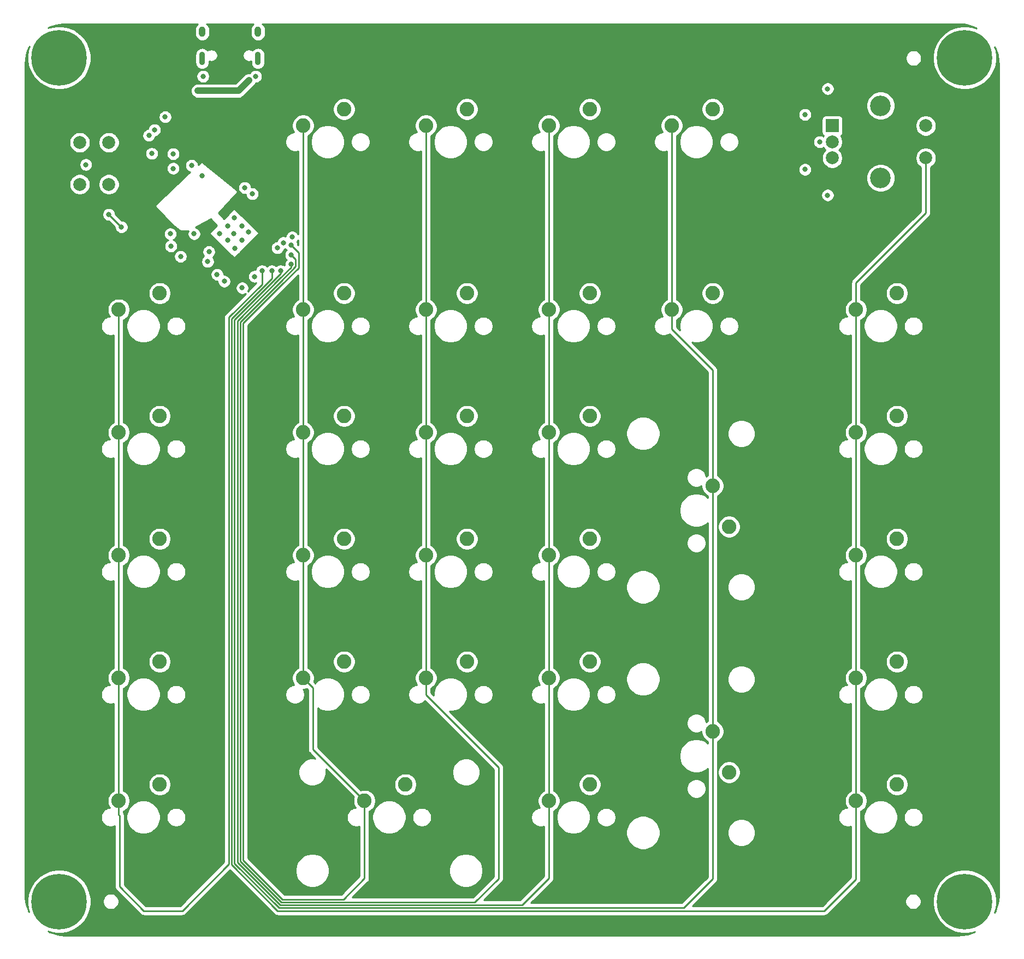
<source format=gbr>
G04 #@! TF.GenerationSoftware,KiCad,Pcbnew,(5.1.8)-1*
G04 #@! TF.CreationDate,2021-01-11T10:14:07+02:00*
G04 #@! TF.ProjectId,OsseyPad,4f737365-7950-4616-942e-6b696361645f,rev?*
G04 #@! TF.SameCoordinates,Original*
G04 #@! TF.FileFunction,Copper,L1,Top*
G04 #@! TF.FilePolarity,Positive*
%FSLAX46Y46*%
G04 Gerber Fmt 4.6, Leading zero omitted, Abs format (unit mm)*
G04 Created by KiCad (PCBNEW (5.1.8)-1) date 2021-01-11 10:14:07*
%MOMM*%
%LPD*%
G01*
G04 APERTURE LIST*
G04 #@! TA.AperFunction,ComponentPad*
%ADD10O,0.900000X2.100000*%
G04 #@! TD*
G04 #@! TA.AperFunction,ComponentPad*
%ADD11O,1.000000X1.600000*%
G04 #@! TD*
G04 #@! TA.AperFunction,ComponentPad*
%ADD12C,2.250000*%
G04 #@! TD*
G04 #@! TA.AperFunction,ComponentPad*
%ADD13R,2.000000X2.000000*%
G04 #@! TD*
G04 #@! TA.AperFunction,ComponentPad*
%ADD14C,2.000000*%
G04 #@! TD*
G04 #@! TA.AperFunction,ComponentPad*
%ADD15C,3.200000*%
G04 #@! TD*
G04 #@! TA.AperFunction,ComponentPad*
%ADD16C,0.900000*%
G04 #@! TD*
G04 #@! TA.AperFunction,ComponentPad*
%ADD17C,8.600000*%
G04 #@! TD*
G04 #@! TA.AperFunction,ViaPad*
%ADD18C,0.800000*%
G04 #@! TD*
G04 #@! TA.AperFunction,Conductor*
%ADD19C,0.250000*%
G04 #@! TD*
G04 #@! TA.AperFunction,Conductor*
%ADD20C,1.000000*%
G04 #@! TD*
G04 #@! TA.AperFunction,NonConductor*
%ADD21C,0.254000*%
G04 #@! TD*
G04 #@! TA.AperFunction,NonConductor*
%ADD22C,0.100000*%
G04 #@! TD*
G04 APERTURE END LIST*
D10*
X55870000Y-27570000D03*
X47230000Y-27570000D03*
D11*
X55870000Y-23390000D03*
X47230000Y-23390000D03*
D12*
X69215000Y-35401250D03*
X62865000Y-37941250D03*
X40640000Y-83026250D03*
X34290000Y-85566250D03*
D13*
X144895000Y-37986250D03*
D14*
X144895000Y-40486250D03*
X144895000Y-42986250D03*
D15*
X152395000Y-34886250D03*
X152395000Y-46086250D03*
D14*
X159395000Y-37986250D03*
X159395000Y-42986250D03*
X28243750Y-47075000D03*
X32743750Y-47075000D03*
X28243750Y-40575000D03*
X32743750Y-40575000D03*
D12*
X40640000Y-63976250D03*
X34290000Y-66516250D03*
X78740000Y-140176250D03*
X72390000Y-142716250D03*
D16*
X167720419Y-156029581D03*
X165440000Y-155085000D03*
X163159581Y-156029581D03*
X162215000Y-158310000D03*
X163159581Y-160590419D03*
X165440000Y-161535000D03*
X167720419Y-160590419D03*
X168665000Y-158310000D03*
D17*
X165440000Y-158310000D03*
D16*
X27330419Y-156029581D03*
X25050000Y-155085000D03*
X22769581Y-156029581D03*
X21825000Y-158310000D03*
X22769581Y-160590419D03*
X25050000Y-161535000D03*
X27330419Y-160590419D03*
X28275000Y-158310000D03*
D17*
X25050000Y-158310000D03*
D16*
X167720419Y-25159581D03*
X165440000Y-24215000D03*
X163159581Y-25159581D03*
X162215000Y-27440000D03*
X163159581Y-29720419D03*
X165440000Y-30665000D03*
X167720419Y-29720419D03*
X168665000Y-27440000D03*
D17*
X165440000Y-27440000D03*
D16*
X27330419Y-25159581D03*
X25050000Y-24215000D03*
X22769581Y-25159581D03*
X21825000Y-27440000D03*
X22769581Y-29720419D03*
X25050000Y-30665000D03*
X27330419Y-29720419D03*
X28275000Y-27440000D03*
D17*
X25050000Y-27440000D03*
D12*
X154940000Y-140176250D03*
X148590000Y-142716250D03*
X128905000Y-138271250D03*
X126365000Y-131921250D03*
X107315000Y-140176250D03*
X100965000Y-142716250D03*
X40640000Y-140176250D03*
X34290000Y-142716250D03*
X154940000Y-121126250D03*
X148590000Y-123666250D03*
X107315000Y-121126250D03*
X100965000Y-123666250D03*
X88265000Y-121126250D03*
X81915000Y-123666250D03*
X69215000Y-121126250D03*
X62865000Y-123666250D03*
X40640000Y-121126250D03*
X34290000Y-123666250D03*
X154940000Y-102076250D03*
X148590000Y-104616250D03*
X128905000Y-100171250D03*
X126365000Y-93821250D03*
X107315000Y-102076250D03*
X100965000Y-104616250D03*
X88265000Y-102076250D03*
X81915000Y-104616250D03*
X69215000Y-102076250D03*
X62865000Y-104616250D03*
X40640000Y-102076250D03*
X34290000Y-104616250D03*
X154940000Y-83026250D03*
X148590000Y-85566250D03*
X107315000Y-83026250D03*
X100965000Y-85566250D03*
X88265000Y-83026250D03*
X81915000Y-85566250D03*
X69215000Y-83026250D03*
X62865000Y-85566250D03*
X154940000Y-63976250D03*
X148590000Y-66516250D03*
X126365000Y-63976250D03*
X120015000Y-66516250D03*
X107315000Y-63976250D03*
X100965000Y-66516250D03*
X88265000Y-63976250D03*
X81915000Y-66516250D03*
X69215000Y-63976250D03*
X62865000Y-66516250D03*
X126365000Y-35401250D03*
X120015000Y-37941250D03*
X107315000Y-35401250D03*
X100965000Y-37941250D03*
X88265000Y-35401250D03*
X81915000Y-37941250D03*
D18*
X61000000Y-56500000D03*
X61000000Y-58000000D03*
X61000000Y-59500000D03*
X59375000Y-60500000D03*
X56500000Y-60500000D03*
X58000000Y-60500000D03*
X52075000Y-54756250D03*
X54425000Y-54506250D03*
X49875000Y-54756250D03*
X61175000Y-55256250D03*
X53815000Y-47596250D03*
X43875000Y-58256250D03*
X42275000Y-54756250D03*
X48075000Y-59056250D03*
X142945000Y-40486250D03*
X140675000Y-44756250D03*
X140675000Y-36256250D03*
X39399264Y-42294728D03*
X42725000Y-44606250D03*
X52175000Y-52256250D03*
X52275000Y-57006250D03*
X53425000Y-55756250D03*
X53425000Y-53506250D03*
X51175000Y-53506250D03*
X51175000Y-55756250D03*
X45575000Y-44156250D03*
X29193750Y-44025000D03*
X47175000Y-45756250D03*
X41475000Y-36606250D03*
X55350000Y-61375000D03*
X50650000Y-62125000D03*
X58880000Y-56940000D03*
X55520000Y-30320000D03*
X47350000Y-30320000D03*
X42375000Y-56656250D03*
X45975000Y-54756250D03*
X54975000Y-48556250D03*
X48271967Y-57531250D03*
X144175000Y-48756250D03*
X144175000Y-32256250D03*
X39823528Y-38617772D03*
X38957322Y-39483978D03*
X42725000Y-42356250D03*
X53425000Y-63140000D03*
X49525000Y-61050000D03*
X59790000Y-56130000D03*
X54470000Y-30950000D03*
X46540000Y-32560000D03*
X32750000Y-51750000D03*
X34700000Y-53700000D03*
D19*
X64366099Y-125167349D02*
X62865000Y-123666250D01*
X64366099Y-134692349D02*
X64366099Y-125167349D01*
X72390000Y-142716250D02*
X64366099Y-134692349D01*
X62865000Y-106665048D02*
X62865000Y-104616250D01*
X62865000Y-123666250D02*
X62865000Y-106665048D01*
X62865000Y-104616250D02*
X62865000Y-85566250D01*
X62865000Y-85566250D02*
X62865000Y-66516250D01*
X62865000Y-66516250D02*
X62865000Y-37941250D01*
X61762500Y-57262500D02*
X61000000Y-56500000D01*
X62155011Y-57655011D02*
X61762500Y-57262500D01*
X62155011Y-60022727D02*
X62155011Y-57655011D01*
X59589517Y-62580019D02*
X59597720Y-62580018D01*
X53555020Y-68614516D02*
X59589517Y-62580019D01*
X59597720Y-62580018D02*
X62155011Y-60022727D01*
X53555020Y-151897198D02*
X53555020Y-68614516D01*
X59654032Y-157996210D02*
X53555020Y-151897198D01*
X72390000Y-154721250D02*
X69115040Y-157996210D01*
X69115040Y-157996210D02*
X59654032Y-157996210D01*
X72390000Y-142716250D02*
X72390000Y-154721250D01*
X81915000Y-37941250D02*
X81915000Y-66516250D01*
X81915000Y-66516250D02*
X81915000Y-85566250D01*
X81915000Y-85566250D02*
X81915000Y-104616250D01*
X81915000Y-104616250D02*
X81915000Y-123666250D01*
X89495030Y-158436220D02*
X93175000Y-154756250D01*
X59471774Y-158436220D02*
X89495030Y-158436220D01*
X53115010Y-152079456D02*
X59471774Y-158436220D01*
X53115010Y-68432258D02*
X53115010Y-152079456D01*
X93175000Y-137506250D02*
X81915000Y-126246250D01*
X93175000Y-154756250D02*
X93175000Y-137506250D01*
X59407259Y-62140009D02*
X53115010Y-68432258D01*
X59415461Y-62140009D02*
X59407259Y-62140009D01*
X61715001Y-59840469D02*
X59415461Y-62140009D01*
X61715001Y-58715001D02*
X61715001Y-59840469D01*
X81915000Y-126246250D02*
X81915000Y-123666250D01*
X61000000Y-58000000D02*
X61715001Y-58715001D01*
X100965000Y-37941250D02*
X100965000Y-66516250D01*
X100965000Y-66516250D02*
X100965000Y-85566250D01*
X100965000Y-85566250D02*
X100965000Y-104616250D01*
X100965000Y-104616250D02*
X100965000Y-123666250D01*
X100965000Y-123666250D02*
X100965000Y-142716250D01*
X61000000Y-59933202D02*
X61000000Y-59500000D01*
X59233202Y-61700000D02*
X61000000Y-59933202D01*
X59225000Y-61700000D02*
X59233202Y-61700000D01*
X52675000Y-68250000D02*
X59225000Y-61700000D01*
X59289516Y-158876230D02*
X52675000Y-152261714D01*
X52675000Y-152261714D02*
X52675000Y-68250000D01*
X100965000Y-154716250D02*
X96805020Y-158876230D01*
X96805020Y-158876230D02*
X59289516Y-158876230D01*
X100965000Y-142716250D02*
X100965000Y-154716250D01*
X120015000Y-37941250D02*
X120015000Y-66516250D01*
X126365000Y-75897452D02*
X126365000Y-93821250D01*
X120015000Y-69547452D02*
X126365000Y-75897452D01*
X120015000Y-66516250D02*
X120015000Y-69547452D01*
X126365000Y-93821250D02*
X126365000Y-131921250D01*
X59425788Y-60500000D02*
X59500000Y-60500000D01*
X59375000Y-60550788D02*
X59375000Y-60500000D01*
X59375000Y-60935934D02*
X59375000Y-60500000D01*
X59050944Y-61259990D02*
X59375000Y-60935934D01*
X59042742Y-61259990D02*
X59050944Y-61259990D01*
X52234990Y-152443972D02*
X52234991Y-68067741D01*
X121865010Y-159316240D02*
X59107258Y-159316240D01*
X59107258Y-159316240D02*
X52234990Y-152443972D01*
X126365000Y-154816250D02*
X121865010Y-159316240D01*
X52234991Y-68067741D02*
X59042742Y-61259990D01*
X126365000Y-131921250D02*
X126365000Y-154816250D01*
X34290000Y-85566250D02*
X34290000Y-104616250D01*
X34290000Y-104616250D02*
X34290000Y-123666250D01*
X34290000Y-142716250D02*
X34290000Y-123666250D01*
X34290000Y-68663424D02*
X34290000Y-66516250D01*
X34290000Y-66516250D02*
X34290000Y-76641250D01*
X34290000Y-76641250D02*
X34290000Y-85566250D01*
X38175000Y-159756250D02*
X44125000Y-159756250D01*
X34425000Y-156006250D02*
X38175000Y-159756250D01*
X34425000Y-144998424D02*
X34425000Y-156006250D01*
X34290000Y-144863424D02*
X34425000Y-144998424D01*
X34290000Y-142716250D02*
X34290000Y-144863424D01*
X44125000Y-159756250D02*
X51354970Y-152526280D01*
X56500000Y-60500000D02*
X56500000Y-62181250D01*
X51354970Y-152526280D02*
X51354970Y-68479970D01*
X51354970Y-68479970D02*
X51354973Y-67703223D01*
X56500000Y-62558196D02*
X56500000Y-62181250D01*
X51354973Y-67703223D02*
X56500000Y-62558196D01*
X148590000Y-66516250D02*
X148590000Y-85566250D01*
X148590000Y-85566250D02*
X148590000Y-104616250D01*
X148590000Y-104616250D02*
X148590000Y-123666250D01*
X148590000Y-123666250D02*
X148590000Y-142716250D01*
X148510001Y-66436251D02*
X148590000Y-66516250D01*
X159395000Y-42986250D02*
X159395000Y-51536250D01*
X148590000Y-62341250D02*
X148590000Y-66516250D01*
X159395000Y-51536250D02*
X148590000Y-62341250D01*
X148590000Y-154841250D02*
X148590000Y-142716250D01*
X143675000Y-159756250D02*
X148590000Y-154841250D01*
X51794980Y-152626230D02*
X58925000Y-159756250D01*
X58925000Y-159756250D02*
X143675000Y-159756250D01*
X51794980Y-68719980D02*
X51794982Y-67885482D01*
X51794980Y-68719980D02*
X51794980Y-152626230D01*
X58000000Y-61680464D02*
X58000000Y-60500000D01*
X51794982Y-67885482D02*
X58000000Y-61680464D01*
D20*
X52860000Y-32560000D02*
X46540000Y-32560000D01*
X54470000Y-30950000D02*
X52860000Y-32560000D01*
D19*
X32750000Y-51750000D02*
X34700000Y-53700000D01*
D21*
X46423551Y-22283551D02*
X46281716Y-22456377D01*
X46176324Y-22653554D01*
X46111423Y-22867502D01*
X46095000Y-23034249D01*
X46095000Y-23745752D01*
X46111423Y-23912499D01*
X46176324Y-24126447D01*
X46281717Y-24323623D01*
X46423552Y-24496449D01*
X46596378Y-24638284D01*
X46793554Y-24743676D01*
X47007502Y-24808577D01*
X47230000Y-24830491D01*
X47452499Y-24808577D01*
X47666447Y-24743676D01*
X47863623Y-24638284D01*
X48036449Y-24496449D01*
X48178284Y-24323623D01*
X48283676Y-24126446D01*
X48348577Y-23912498D01*
X48365000Y-23745751D01*
X48365000Y-23034248D01*
X48348577Y-22867501D01*
X48283676Y-22653553D01*
X48178284Y-22456377D01*
X48036449Y-22283551D01*
X47899610Y-22171250D01*
X55200390Y-22171250D01*
X55063551Y-22283551D01*
X54921716Y-22456377D01*
X54816324Y-22653554D01*
X54751423Y-22867502D01*
X54735000Y-23034249D01*
X54735000Y-23745752D01*
X54751423Y-23912499D01*
X54816324Y-24126447D01*
X54921717Y-24323623D01*
X55063552Y-24496449D01*
X55236378Y-24638284D01*
X55433554Y-24743676D01*
X55647502Y-24808577D01*
X55870000Y-24830491D01*
X56092499Y-24808577D01*
X56306447Y-24743676D01*
X56503623Y-24638284D01*
X56676449Y-24496449D01*
X56818284Y-24323623D01*
X56923676Y-24126446D01*
X56988577Y-23912498D01*
X57005000Y-23745751D01*
X57005000Y-23034248D01*
X56988577Y-22867501D01*
X56923676Y-22653553D01*
X56818284Y-22456377D01*
X56676449Y-22283551D01*
X56539610Y-22171250D01*
X164412726Y-22171250D01*
X165365724Y-22242070D01*
X166271118Y-22446940D01*
X167136282Y-22783384D01*
X167248366Y-22847445D01*
X166879486Y-22694650D01*
X165926055Y-22505000D01*
X164953945Y-22505000D01*
X164000514Y-22694650D01*
X163102401Y-23066660D01*
X162294121Y-23606735D01*
X161606735Y-24294121D01*
X161066660Y-25102401D01*
X160694650Y-26000514D01*
X160505000Y-26953945D01*
X160505000Y-27926055D01*
X160694650Y-28879486D01*
X161066660Y-29777599D01*
X161606735Y-30585879D01*
X162294121Y-31273265D01*
X163102401Y-31813340D01*
X164000514Y-32185350D01*
X164953945Y-32375000D01*
X165926055Y-32375000D01*
X166879486Y-32185350D01*
X167777599Y-31813340D01*
X168585879Y-31273265D01*
X169273265Y-30585879D01*
X169813340Y-29777599D01*
X170185350Y-28879486D01*
X170375000Y-27926055D01*
X170375000Y-26953945D01*
X170185350Y-26000514D01*
X170094046Y-25780086D01*
X170246929Y-26090101D01*
X170529927Y-26974189D01*
X170680954Y-27901526D01*
X170705001Y-28452300D01*
X170705000Y-157278976D01*
X170634180Y-158231974D01*
X170429310Y-159137368D01*
X170092866Y-160002532D01*
X170048070Y-160080909D01*
X170185350Y-159749486D01*
X170375000Y-158796055D01*
X170375000Y-157823945D01*
X170185350Y-156870514D01*
X169813340Y-155972401D01*
X169273265Y-155164121D01*
X168585879Y-154476735D01*
X167777599Y-153936660D01*
X166879486Y-153564650D01*
X165926055Y-153375000D01*
X164953945Y-153375000D01*
X164000514Y-153564650D01*
X163102401Y-153936660D01*
X162294121Y-154476735D01*
X161606735Y-155164121D01*
X161066660Y-155972401D01*
X160694650Y-156870514D01*
X160505000Y-157823945D01*
X160505000Y-158796055D01*
X160694650Y-159749486D01*
X161066660Y-160647599D01*
X161606735Y-161455879D01*
X162294121Y-162143265D01*
X163102401Y-162683340D01*
X164000514Y-163055350D01*
X164953945Y-163245000D01*
X165926055Y-163245000D01*
X166879486Y-163055350D01*
X167028978Y-162993429D01*
X166786149Y-163113178D01*
X165902061Y-163396177D01*
X164974724Y-163547204D01*
X164423973Y-163571250D01*
X26077287Y-163571250D01*
X25124275Y-163500429D01*
X24218881Y-163295559D01*
X23353718Y-162959115D01*
X23289309Y-162922303D01*
X23610514Y-163055350D01*
X24563945Y-163245000D01*
X25536055Y-163245000D01*
X26489486Y-163055350D01*
X27387599Y-162683340D01*
X28195879Y-162143265D01*
X28883265Y-161455879D01*
X29423340Y-160647599D01*
X29795350Y-159749486D01*
X29985000Y-158796055D01*
X29985000Y-158186890D01*
X31800048Y-158186890D01*
X31800048Y-158433110D01*
X31848083Y-158674598D01*
X31942307Y-158902074D01*
X32079099Y-159106798D01*
X32253202Y-159280901D01*
X32457926Y-159417693D01*
X32685402Y-159511917D01*
X32926890Y-159559952D01*
X33173110Y-159559952D01*
X33414598Y-159511917D01*
X33642074Y-159417693D01*
X33846798Y-159280901D01*
X34020901Y-159106798D01*
X34157693Y-158902074D01*
X34251917Y-158674598D01*
X34299952Y-158433110D01*
X34299952Y-158186890D01*
X34251917Y-157945402D01*
X34157693Y-157717926D01*
X34020901Y-157513202D01*
X33846798Y-157339099D01*
X33642074Y-157202307D01*
X33414598Y-157108083D01*
X33173110Y-157060048D01*
X32926890Y-157060048D01*
X32685402Y-157108083D01*
X32457926Y-157202307D01*
X32253202Y-157339099D01*
X32079099Y-157513202D01*
X31942307Y-157717926D01*
X31848083Y-157945402D01*
X31800048Y-158186890D01*
X29985000Y-158186890D01*
X29985000Y-157823945D01*
X29795350Y-156870514D01*
X29423340Y-155972401D01*
X28883265Y-155164121D01*
X28195879Y-154476735D01*
X27387599Y-153936660D01*
X26489486Y-153564650D01*
X25536055Y-153375000D01*
X24563945Y-153375000D01*
X23610514Y-153564650D01*
X22712401Y-153936660D01*
X21904121Y-154476735D01*
X21216735Y-155164121D01*
X20676660Y-155972401D01*
X20304650Y-156870514D01*
X20115000Y-157823945D01*
X20115000Y-158796055D01*
X20304650Y-159749486D01*
X20376547Y-159923062D01*
X20243073Y-159652404D01*
X19960073Y-158768310D01*
X19809046Y-157840974D01*
X19785000Y-157290223D01*
X19785000Y-68907528D01*
X31510000Y-68907528D01*
X31510000Y-69204972D01*
X31568029Y-69496701D01*
X31681856Y-69771503D01*
X31847107Y-70018819D01*
X32057431Y-70229143D01*
X32304747Y-70394394D01*
X32579549Y-70508221D01*
X32871278Y-70566250D01*
X33168722Y-70566250D01*
X33460451Y-70508221D01*
X33530000Y-70479413D01*
X33530001Y-76603908D01*
X33530000Y-76603918D01*
X33530001Y-83976041D01*
X33456327Y-84006558D01*
X33168065Y-84199169D01*
X32922919Y-84444315D01*
X32730308Y-84732577D01*
X32597636Y-85052877D01*
X32530000Y-85392905D01*
X32530000Y-85739595D01*
X32597636Y-86079623D01*
X32730308Y-86399923D01*
X32862638Y-86597969D01*
X32579549Y-86654279D01*
X32304747Y-86768106D01*
X32057431Y-86933357D01*
X31847107Y-87143681D01*
X31681856Y-87390997D01*
X31568029Y-87665799D01*
X31510000Y-87957528D01*
X31510000Y-88254972D01*
X31568029Y-88546701D01*
X31681856Y-88821503D01*
X31847107Y-89068819D01*
X32057431Y-89279143D01*
X32304747Y-89444394D01*
X32579549Y-89558221D01*
X32871278Y-89616250D01*
X33168722Y-89616250D01*
X33460451Y-89558221D01*
X33530000Y-89529413D01*
X33530001Y-103026041D01*
X33456327Y-103056558D01*
X33168065Y-103249169D01*
X32922919Y-103494315D01*
X32730308Y-103782577D01*
X32597636Y-104102877D01*
X32530000Y-104442905D01*
X32530000Y-104789595D01*
X32597636Y-105129623D01*
X32730308Y-105449923D01*
X32862638Y-105647969D01*
X32579549Y-105704279D01*
X32304747Y-105818106D01*
X32057431Y-105983357D01*
X31847107Y-106193681D01*
X31681856Y-106440997D01*
X31568029Y-106715799D01*
X31510000Y-107007528D01*
X31510000Y-107304972D01*
X31568029Y-107596701D01*
X31681856Y-107871503D01*
X31847107Y-108118819D01*
X32057431Y-108329143D01*
X32304747Y-108494394D01*
X32579549Y-108608221D01*
X32871278Y-108666250D01*
X33168722Y-108666250D01*
X33460451Y-108608221D01*
X33530000Y-108579413D01*
X33530001Y-122076041D01*
X33456327Y-122106558D01*
X33168065Y-122299169D01*
X32922919Y-122544315D01*
X32730308Y-122832577D01*
X32597636Y-123152877D01*
X32530000Y-123492905D01*
X32530000Y-123839595D01*
X32597636Y-124179623D01*
X32730308Y-124499923D01*
X32862638Y-124697969D01*
X32579549Y-124754279D01*
X32304747Y-124868106D01*
X32057431Y-125033357D01*
X31847107Y-125243681D01*
X31681856Y-125490997D01*
X31568029Y-125765799D01*
X31510000Y-126057528D01*
X31510000Y-126354972D01*
X31568029Y-126646701D01*
X31681856Y-126921503D01*
X31847107Y-127168819D01*
X32057431Y-127379143D01*
X32304747Y-127544394D01*
X32579549Y-127658221D01*
X32871278Y-127716250D01*
X33168722Y-127716250D01*
X33460451Y-127658221D01*
X33530001Y-127629412D01*
X33530000Y-141126042D01*
X33456327Y-141156558D01*
X33168065Y-141349169D01*
X32922919Y-141594315D01*
X32730308Y-141882577D01*
X32597636Y-142202877D01*
X32530000Y-142542905D01*
X32530000Y-142889595D01*
X32597636Y-143229623D01*
X32730308Y-143549923D01*
X32862638Y-143747969D01*
X32579549Y-143804279D01*
X32304747Y-143918106D01*
X32057431Y-144083357D01*
X31847107Y-144293681D01*
X31681856Y-144540997D01*
X31568029Y-144815799D01*
X31510000Y-145107528D01*
X31510000Y-145404972D01*
X31568029Y-145696701D01*
X31681856Y-145971503D01*
X31847107Y-146218819D01*
X32057431Y-146429143D01*
X32304747Y-146594394D01*
X32579549Y-146708221D01*
X32871278Y-146766250D01*
X33168722Y-146766250D01*
X33460451Y-146708221D01*
X33665000Y-146623494D01*
X33665001Y-155968918D01*
X33661324Y-156006250D01*
X33675998Y-156155235D01*
X33719454Y-156298496D01*
X33790026Y-156430526D01*
X33861201Y-156517252D01*
X33885000Y-156546251D01*
X33913998Y-156570049D01*
X37611201Y-160267253D01*
X37634999Y-160296251D01*
X37750724Y-160391224D01*
X37882753Y-160461796D01*
X38026014Y-160505253D01*
X38137667Y-160516250D01*
X38137677Y-160516250D01*
X38175000Y-160519926D01*
X38212323Y-160516250D01*
X44087678Y-160516250D01*
X44125000Y-160519926D01*
X44162322Y-160516250D01*
X44162333Y-160516250D01*
X44273986Y-160505253D01*
X44417247Y-160461796D01*
X44549276Y-160391224D01*
X44665001Y-160296251D01*
X44688804Y-160267247D01*
X51525000Y-153431051D01*
X58361201Y-160267253D01*
X58384999Y-160296251D01*
X58413997Y-160320049D01*
X58500723Y-160391224D01*
X58632753Y-160461796D01*
X58776014Y-160505253D01*
X58887667Y-160516250D01*
X58887677Y-160516250D01*
X58925000Y-160519926D01*
X58962322Y-160516250D01*
X143637678Y-160516250D01*
X143675000Y-160519926D01*
X143712322Y-160516250D01*
X143712333Y-160516250D01*
X143823986Y-160505253D01*
X143967247Y-160461796D01*
X144099276Y-160391224D01*
X144215001Y-160296251D01*
X144238804Y-160267247D01*
X146319161Y-158186890D01*
X156190048Y-158186890D01*
X156190048Y-158433110D01*
X156238083Y-158674598D01*
X156332307Y-158902074D01*
X156469099Y-159106798D01*
X156643202Y-159280901D01*
X156847926Y-159417693D01*
X157075402Y-159511917D01*
X157316890Y-159559952D01*
X157563110Y-159559952D01*
X157804598Y-159511917D01*
X158032074Y-159417693D01*
X158236798Y-159280901D01*
X158410901Y-159106798D01*
X158547693Y-158902074D01*
X158641917Y-158674598D01*
X158689952Y-158433110D01*
X158689952Y-158186890D01*
X158641917Y-157945402D01*
X158547693Y-157717926D01*
X158410901Y-157513202D01*
X158236798Y-157339099D01*
X158032074Y-157202307D01*
X157804598Y-157108083D01*
X157563110Y-157060048D01*
X157316890Y-157060048D01*
X157075402Y-157108083D01*
X156847926Y-157202307D01*
X156643202Y-157339099D01*
X156469099Y-157513202D01*
X156332307Y-157717926D01*
X156238083Y-157945402D01*
X156190048Y-158186890D01*
X146319161Y-158186890D01*
X149101004Y-155405048D01*
X149130001Y-155381251D01*
X149224974Y-155265526D01*
X149295546Y-155133497D01*
X149339003Y-154990236D01*
X149350000Y-154878583D01*
X149350000Y-154878575D01*
X149353676Y-154841250D01*
X149350000Y-154803925D01*
X149350000Y-144997326D01*
X149771100Y-144997326D01*
X149771100Y-145515174D01*
X149872127Y-146023072D01*
X150070299Y-146501501D01*
X150358000Y-146932076D01*
X150724174Y-147298250D01*
X151154749Y-147585951D01*
X151633178Y-147784123D01*
X152141076Y-147885150D01*
X152658924Y-147885150D01*
X153166822Y-147784123D01*
X153645251Y-147585951D01*
X154075826Y-147298250D01*
X154442000Y-146932076D01*
X154729701Y-146501501D01*
X154927873Y-146023072D01*
X155028900Y-145515174D01*
X155028900Y-145107528D01*
X155970000Y-145107528D01*
X155970000Y-145404972D01*
X156028029Y-145696701D01*
X156141856Y-145971503D01*
X156307107Y-146218819D01*
X156517431Y-146429143D01*
X156764747Y-146594394D01*
X157039549Y-146708221D01*
X157331278Y-146766250D01*
X157628722Y-146766250D01*
X157920451Y-146708221D01*
X158195253Y-146594394D01*
X158442569Y-146429143D01*
X158652893Y-146218819D01*
X158818144Y-145971503D01*
X158931971Y-145696701D01*
X158990000Y-145404972D01*
X158990000Y-145107528D01*
X158931971Y-144815799D01*
X158818144Y-144540997D01*
X158652893Y-144293681D01*
X158442569Y-144083357D01*
X158195253Y-143918106D01*
X157920451Y-143804279D01*
X157628722Y-143746250D01*
X157331278Y-143746250D01*
X157039549Y-143804279D01*
X156764747Y-143918106D01*
X156517431Y-144083357D01*
X156307107Y-144293681D01*
X156141856Y-144540997D01*
X156028029Y-144815799D01*
X155970000Y-145107528D01*
X155028900Y-145107528D01*
X155028900Y-144997326D01*
X154927873Y-144489428D01*
X154729701Y-144010999D01*
X154442000Y-143580424D01*
X154075826Y-143214250D01*
X153645251Y-142926549D01*
X153166822Y-142728377D01*
X152658924Y-142627350D01*
X152141076Y-142627350D01*
X151633178Y-142728377D01*
X151154749Y-142926549D01*
X150724174Y-143214250D01*
X150358000Y-143580424D01*
X150070299Y-144010999D01*
X149872127Y-144489428D01*
X149771100Y-144997326D01*
X149350000Y-144997326D01*
X149350000Y-144306458D01*
X149423673Y-144275942D01*
X149711935Y-144083331D01*
X149957081Y-143838185D01*
X150149692Y-143549923D01*
X150282364Y-143229623D01*
X150350000Y-142889595D01*
X150350000Y-142542905D01*
X150282364Y-142202877D01*
X150149692Y-141882577D01*
X149957081Y-141594315D01*
X149711935Y-141349169D01*
X149423673Y-141156558D01*
X149350000Y-141126042D01*
X149350000Y-140002905D01*
X153180000Y-140002905D01*
X153180000Y-140349595D01*
X153247636Y-140689623D01*
X153380308Y-141009923D01*
X153572919Y-141298185D01*
X153818065Y-141543331D01*
X154106327Y-141735942D01*
X154426627Y-141868614D01*
X154766655Y-141936250D01*
X155113345Y-141936250D01*
X155453373Y-141868614D01*
X155773673Y-141735942D01*
X156061935Y-141543331D01*
X156307081Y-141298185D01*
X156499692Y-141009923D01*
X156632364Y-140689623D01*
X156700000Y-140349595D01*
X156700000Y-140002905D01*
X156632364Y-139662877D01*
X156499692Y-139342577D01*
X156307081Y-139054315D01*
X156061935Y-138809169D01*
X155773673Y-138616558D01*
X155453373Y-138483886D01*
X155113345Y-138416250D01*
X154766655Y-138416250D01*
X154426627Y-138483886D01*
X154106327Y-138616558D01*
X153818065Y-138809169D01*
X153572919Y-139054315D01*
X153380308Y-139342577D01*
X153247636Y-139662877D01*
X153180000Y-140002905D01*
X149350000Y-140002905D01*
X149350000Y-125947326D01*
X149771100Y-125947326D01*
X149771100Y-126465174D01*
X149872127Y-126973072D01*
X150070299Y-127451501D01*
X150358000Y-127882076D01*
X150724174Y-128248250D01*
X151154749Y-128535951D01*
X151633178Y-128734123D01*
X152141076Y-128835150D01*
X152658924Y-128835150D01*
X153166822Y-128734123D01*
X153645251Y-128535951D01*
X154075826Y-128248250D01*
X154442000Y-127882076D01*
X154729701Y-127451501D01*
X154927873Y-126973072D01*
X155028900Y-126465174D01*
X155028900Y-126057528D01*
X155970000Y-126057528D01*
X155970000Y-126354972D01*
X156028029Y-126646701D01*
X156141856Y-126921503D01*
X156307107Y-127168819D01*
X156517431Y-127379143D01*
X156764747Y-127544394D01*
X157039549Y-127658221D01*
X157331278Y-127716250D01*
X157628722Y-127716250D01*
X157920451Y-127658221D01*
X158195253Y-127544394D01*
X158442569Y-127379143D01*
X158652893Y-127168819D01*
X158818144Y-126921503D01*
X158931971Y-126646701D01*
X158990000Y-126354972D01*
X158990000Y-126057528D01*
X158931971Y-125765799D01*
X158818144Y-125490997D01*
X158652893Y-125243681D01*
X158442569Y-125033357D01*
X158195253Y-124868106D01*
X157920451Y-124754279D01*
X157628722Y-124696250D01*
X157331278Y-124696250D01*
X157039549Y-124754279D01*
X156764747Y-124868106D01*
X156517431Y-125033357D01*
X156307107Y-125243681D01*
X156141856Y-125490997D01*
X156028029Y-125765799D01*
X155970000Y-126057528D01*
X155028900Y-126057528D01*
X155028900Y-125947326D01*
X154927873Y-125439428D01*
X154729701Y-124960999D01*
X154442000Y-124530424D01*
X154075826Y-124164250D01*
X153645251Y-123876549D01*
X153166822Y-123678377D01*
X152658924Y-123577350D01*
X152141076Y-123577350D01*
X151633178Y-123678377D01*
X151154749Y-123876549D01*
X150724174Y-124164250D01*
X150358000Y-124530424D01*
X150070299Y-124960999D01*
X149872127Y-125439428D01*
X149771100Y-125947326D01*
X149350000Y-125947326D01*
X149350000Y-125256458D01*
X149423673Y-125225942D01*
X149711935Y-125033331D01*
X149957081Y-124788185D01*
X150149692Y-124499923D01*
X150282364Y-124179623D01*
X150350000Y-123839595D01*
X150350000Y-123492905D01*
X150282364Y-123152877D01*
X150149692Y-122832577D01*
X149957081Y-122544315D01*
X149711935Y-122299169D01*
X149423673Y-122106558D01*
X149350000Y-122076042D01*
X149350000Y-120952905D01*
X153180000Y-120952905D01*
X153180000Y-121299595D01*
X153247636Y-121639623D01*
X153380308Y-121959923D01*
X153572919Y-122248185D01*
X153818065Y-122493331D01*
X154106327Y-122685942D01*
X154426627Y-122818614D01*
X154766655Y-122886250D01*
X155113345Y-122886250D01*
X155453373Y-122818614D01*
X155773673Y-122685942D01*
X156061935Y-122493331D01*
X156307081Y-122248185D01*
X156499692Y-121959923D01*
X156632364Y-121639623D01*
X156700000Y-121299595D01*
X156700000Y-120952905D01*
X156632364Y-120612877D01*
X156499692Y-120292577D01*
X156307081Y-120004315D01*
X156061935Y-119759169D01*
X155773673Y-119566558D01*
X155453373Y-119433886D01*
X155113345Y-119366250D01*
X154766655Y-119366250D01*
X154426627Y-119433886D01*
X154106327Y-119566558D01*
X153818065Y-119759169D01*
X153572919Y-120004315D01*
X153380308Y-120292577D01*
X153247636Y-120612877D01*
X153180000Y-120952905D01*
X149350000Y-120952905D01*
X149350000Y-106897326D01*
X149771100Y-106897326D01*
X149771100Y-107415174D01*
X149872127Y-107923072D01*
X150070299Y-108401501D01*
X150358000Y-108832076D01*
X150724174Y-109198250D01*
X151154749Y-109485951D01*
X151633178Y-109684123D01*
X152141076Y-109785150D01*
X152658924Y-109785150D01*
X153166822Y-109684123D01*
X153645251Y-109485951D01*
X154075826Y-109198250D01*
X154442000Y-108832076D01*
X154729701Y-108401501D01*
X154927873Y-107923072D01*
X155028900Y-107415174D01*
X155028900Y-107007528D01*
X155970000Y-107007528D01*
X155970000Y-107304972D01*
X156028029Y-107596701D01*
X156141856Y-107871503D01*
X156307107Y-108118819D01*
X156517431Y-108329143D01*
X156764747Y-108494394D01*
X157039549Y-108608221D01*
X157331278Y-108666250D01*
X157628722Y-108666250D01*
X157920451Y-108608221D01*
X158195253Y-108494394D01*
X158442569Y-108329143D01*
X158652893Y-108118819D01*
X158818144Y-107871503D01*
X158931971Y-107596701D01*
X158990000Y-107304972D01*
X158990000Y-107007528D01*
X158931971Y-106715799D01*
X158818144Y-106440997D01*
X158652893Y-106193681D01*
X158442569Y-105983357D01*
X158195253Y-105818106D01*
X157920451Y-105704279D01*
X157628722Y-105646250D01*
X157331278Y-105646250D01*
X157039549Y-105704279D01*
X156764747Y-105818106D01*
X156517431Y-105983357D01*
X156307107Y-106193681D01*
X156141856Y-106440997D01*
X156028029Y-106715799D01*
X155970000Y-107007528D01*
X155028900Y-107007528D01*
X155028900Y-106897326D01*
X154927873Y-106389428D01*
X154729701Y-105910999D01*
X154442000Y-105480424D01*
X154075826Y-105114250D01*
X153645251Y-104826549D01*
X153166822Y-104628377D01*
X152658924Y-104527350D01*
X152141076Y-104527350D01*
X151633178Y-104628377D01*
X151154749Y-104826549D01*
X150724174Y-105114250D01*
X150358000Y-105480424D01*
X150070299Y-105910999D01*
X149872127Y-106389428D01*
X149771100Y-106897326D01*
X149350000Y-106897326D01*
X149350000Y-106206458D01*
X149423673Y-106175942D01*
X149711935Y-105983331D01*
X149957081Y-105738185D01*
X150149692Y-105449923D01*
X150282364Y-105129623D01*
X150350000Y-104789595D01*
X150350000Y-104442905D01*
X150282364Y-104102877D01*
X150149692Y-103782577D01*
X149957081Y-103494315D01*
X149711935Y-103249169D01*
X149423673Y-103056558D01*
X149350000Y-103026042D01*
X149350000Y-101902905D01*
X153180000Y-101902905D01*
X153180000Y-102249595D01*
X153247636Y-102589623D01*
X153380308Y-102909923D01*
X153572919Y-103198185D01*
X153818065Y-103443331D01*
X154106327Y-103635942D01*
X154426627Y-103768614D01*
X154766655Y-103836250D01*
X155113345Y-103836250D01*
X155453373Y-103768614D01*
X155773673Y-103635942D01*
X156061935Y-103443331D01*
X156307081Y-103198185D01*
X156499692Y-102909923D01*
X156632364Y-102589623D01*
X156700000Y-102249595D01*
X156700000Y-101902905D01*
X156632364Y-101562877D01*
X156499692Y-101242577D01*
X156307081Y-100954315D01*
X156061935Y-100709169D01*
X155773673Y-100516558D01*
X155453373Y-100383886D01*
X155113345Y-100316250D01*
X154766655Y-100316250D01*
X154426627Y-100383886D01*
X154106327Y-100516558D01*
X153818065Y-100709169D01*
X153572919Y-100954315D01*
X153380308Y-101242577D01*
X153247636Y-101562877D01*
X153180000Y-101902905D01*
X149350000Y-101902905D01*
X149350000Y-87847326D01*
X149771100Y-87847326D01*
X149771100Y-88365174D01*
X149872127Y-88873072D01*
X150070299Y-89351501D01*
X150358000Y-89782076D01*
X150724174Y-90148250D01*
X151154749Y-90435951D01*
X151633178Y-90634123D01*
X152141076Y-90735150D01*
X152658924Y-90735150D01*
X153166822Y-90634123D01*
X153645251Y-90435951D01*
X154075826Y-90148250D01*
X154442000Y-89782076D01*
X154729701Y-89351501D01*
X154927873Y-88873072D01*
X155028900Y-88365174D01*
X155028900Y-87957528D01*
X155970000Y-87957528D01*
X155970000Y-88254972D01*
X156028029Y-88546701D01*
X156141856Y-88821503D01*
X156307107Y-89068819D01*
X156517431Y-89279143D01*
X156764747Y-89444394D01*
X157039549Y-89558221D01*
X157331278Y-89616250D01*
X157628722Y-89616250D01*
X157920451Y-89558221D01*
X158195253Y-89444394D01*
X158442569Y-89279143D01*
X158652893Y-89068819D01*
X158818144Y-88821503D01*
X158931971Y-88546701D01*
X158990000Y-88254972D01*
X158990000Y-87957528D01*
X158931971Y-87665799D01*
X158818144Y-87390997D01*
X158652893Y-87143681D01*
X158442569Y-86933357D01*
X158195253Y-86768106D01*
X157920451Y-86654279D01*
X157628722Y-86596250D01*
X157331278Y-86596250D01*
X157039549Y-86654279D01*
X156764747Y-86768106D01*
X156517431Y-86933357D01*
X156307107Y-87143681D01*
X156141856Y-87390997D01*
X156028029Y-87665799D01*
X155970000Y-87957528D01*
X155028900Y-87957528D01*
X155028900Y-87847326D01*
X154927873Y-87339428D01*
X154729701Y-86860999D01*
X154442000Y-86430424D01*
X154075826Y-86064250D01*
X153645251Y-85776549D01*
X153166822Y-85578377D01*
X152658924Y-85477350D01*
X152141076Y-85477350D01*
X151633178Y-85578377D01*
X151154749Y-85776549D01*
X150724174Y-86064250D01*
X150358000Y-86430424D01*
X150070299Y-86860999D01*
X149872127Y-87339428D01*
X149771100Y-87847326D01*
X149350000Y-87847326D01*
X149350000Y-87156458D01*
X149423673Y-87125942D01*
X149711935Y-86933331D01*
X149957081Y-86688185D01*
X150149692Y-86399923D01*
X150282364Y-86079623D01*
X150350000Y-85739595D01*
X150350000Y-85392905D01*
X150282364Y-85052877D01*
X150149692Y-84732577D01*
X149957081Y-84444315D01*
X149711935Y-84199169D01*
X149423673Y-84006558D01*
X149350000Y-83976042D01*
X149350000Y-82852905D01*
X153180000Y-82852905D01*
X153180000Y-83199595D01*
X153247636Y-83539623D01*
X153380308Y-83859923D01*
X153572919Y-84148185D01*
X153818065Y-84393331D01*
X154106327Y-84585942D01*
X154426627Y-84718614D01*
X154766655Y-84786250D01*
X155113345Y-84786250D01*
X155453373Y-84718614D01*
X155773673Y-84585942D01*
X156061935Y-84393331D01*
X156307081Y-84148185D01*
X156499692Y-83859923D01*
X156632364Y-83539623D01*
X156700000Y-83199595D01*
X156700000Y-82852905D01*
X156632364Y-82512877D01*
X156499692Y-82192577D01*
X156307081Y-81904315D01*
X156061935Y-81659169D01*
X155773673Y-81466558D01*
X155453373Y-81333886D01*
X155113345Y-81266250D01*
X154766655Y-81266250D01*
X154426627Y-81333886D01*
X154106327Y-81466558D01*
X153818065Y-81659169D01*
X153572919Y-81904315D01*
X153380308Y-82192577D01*
X153247636Y-82512877D01*
X153180000Y-82852905D01*
X149350000Y-82852905D01*
X149350000Y-68797326D01*
X149771100Y-68797326D01*
X149771100Y-69315174D01*
X149872127Y-69823072D01*
X150070299Y-70301501D01*
X150358000Y-70732076D01*
X150724174Y-71098250D01*
X151154749Y-71385951D01*
X151633178Y-71584123D01*
X152141076Y-71685150D01*
X152658924Y-71685150D01*
X153166822Y-71584123D01*
X153645251Y-71385951D01*
X154075826Y-71098250D01*
X154442000Y-70732076D01*
X154729701Y-70301501D01*
X154927873Y-69823072D01*
X155028900Y-69315174D01*
X155028900Y-68907528D01*
X155970000Y-68907528D01*
X155970000Y-69204972D01*
X156028029Y-69496701D01*
X156141856Y-69771503D01*
X156307107Y-70018819D01*
X156517431Y-70229143D01*
X156764747Y-70394394D01*
X157039549Y-70508221D01*
X157331278Y-70566250D01*
X157628722Y-70566250D01*
X157920451Y-70508221D01*
X158195253Y-70394394D01*
X158442569Y-70229143D01*
X158652893Y-70018819D01*
X158818144Y-69771503D01*
X158931971Y-69496701D01*
X158990000Y-69204972D01*
X158990000Y-68907528D01*
X158931971Y-68615799D01*
X158818144Y-68340997D01*
X158652893Y-68093681D01*
X158442569Y-67883357D01*
X158195253Y-67718106D01*
X157920451Y-67604279D01*
X157628722Y-67546250D01*
X157331278Y-67546250D01*
X157039549Y-67604279D01*
X156764747Y-67718106D01*
X156517431Y-67883357D01*
X156307107Y-68093681D01*
X156141856Y-68340997D01*
X156028029Y-68615799D01*
X155970000Y-68907528D01*
X155028900Y-68907528D01*
X155028900Y-68797326D01*
X154927873Y-68289428D01*
X154729701Y-67810999D01*
X154442000Y-67380424D01*
X154075826Y-67014250D01*
X153645251Y-66726549D01*
X153166822Y-66528377D01*
X152658924Y-66427350D01*
X152141076Y-66427350D01*
X151633178Y-66528377D01*
X151154749Y-66726549D01*
X150724174Y-67014250D01*
X150358000Y-67380424D01*
X150070299Y-67810999D01*
X149872127Y-68289428D01*
X149771100Y-68797326D01*
X149350000Y-68797326D01*
X149350000Y-68106458D01*
X149423673Y-68075942D01*
X149711935Y-67883331D01*
X149957081Y-67638185D01*
X150149692Y-67349923D01*
X150282364Y-67029623D01*
X150350000Y-66689595D01*
X150350000Y-66342905D01*
X150282364Y-66002877D01*
X150149692Y-65682577D01*
X149957081Y-65394315D01*
X149711935Y-65149169D01*
X149423673Y-64956558D01*
X149350000Y-64926042D01*
X149350000Y-63802905D01*
X153180000Y-63802905D01*
X153180000Y-64149595D01*
X153247636Y-64489623D01*
X153380308Y-64809923D01*
X153572919Y-65098185D01*
X153818065Y-65343331D01*
X154106327Y-65535942D01*
X154426627Y-65668614D01*
X154766655Y-65736250D01*
X155113345Y-65736250D01*
X155453373Y-65668614D01*
X155773673Y-65535942D01*
X156061935Y-65343331D01*
X156307081Y-65098185D01*
X156499692Y-64809923D01*
X156632364Y-64489623D01*
X156700000Y-64149595D01*
X156700000Y-63802905D01*
X156632364Y-63462877D01*
X156499692Y-63142577D01*
X156307081Y-62854315D01*
X156061935Y-62609169D01*
X155773673Y-62416558D01*
X155453373Y-62283886D01*
X155113345Y-62216250D01*
X154766655Y-62216250D01*
X154426627Y-62283886D01*
X154106327Y-62416558D01*
X153818065Y-62609169D01*
X153572919Y-62854315D01*
X153380308Y-63142577D01*
X153247636Y-63462877D01*
X153180000Y-63802905D01*
X149350000Y-63802905D01*
X149350000Y-62656051D01*
X159906003Y-52100049D01*
X159935001Y-52076251D01*
X160029974Y-51960526D01*
X160100546Y-51828497D01*
X160144003Y-51685236D01*
X160155000Y-51573583D01*
X160158677Y-51536250D01*
X160155000Y-51498917D01*
X160155000Y-44441159D01*
X160169463Y-44435168D01*
X160437252Y-44256237D01*
X160664987Y-44028502D01*
X160843918Y-43760713D01*
X160967168Y-43463162D01*
X161030000Y-43147283D01*
X161030000Y-42825217D01*
X160967168Y-42509338D01*
X160843918Y-42211787D01*
X160664987Y-41943998D01*
X160437252Y-41716263D01*
X160169463Y-41537332D01*
X159871912Y-41414082D01*
X159556033Y-41351250D01*
X159233967Y-41351250D01*
X158918088Y-41414082D01*
X158620537Y-41537332D01*
X158352748Y-41716263D01*
X158125013Y-41943998D01*
X157946082Y-42211787D01*
X157822832Y-42509338D01*
X157760000Y-42825217D01*
X157760000Y-43147283D01*
X157822832Y-43463162D01*
X157946082Y-43760713D01*
X158125013Y-44028502D01*
X158352748Y-44256237D01*
X158620537Y-44435168D01*
X158635000Y-44441159D01*
X158635001Y-51221447D01*
X148079003Y-61777446D01*
X148049999Y-61801249D01*
X147997470Y-61865256D01*
X147955026Y-61916974D01*
X147898321Y-62023061D01*
X147884454Y-62049004D01*
X147840997Y-62192265D01*
X147830000Y-62303918D01*
X147830000Y-62303928D01*
X147826324Y-62341250D01*
X147830000Y-62378573D01*
X147830001Y-64926042D01*
X147756327Y-64956558D01*
X147468065Y-65149169D01*
X147222919Y-65394315D01*
X147030308Y-65682577D01*
X146897636Y-66002877D01*
X146830000Y-66342905D01*
X146830000Y-66689595D01*
X146897636Y-67029623D01*
X147030308Y-67349923D01*
X147162638Y-67547969D01*
X146879549Y-67604279D01*
X146604747Y-67718106D01*
X146357431Y-67883357D01*
X146147107Y-68093681D01*
X145981856Y-68340997D01*
X145868029Y-68615799D01*
X145810000Y-68907528D01*
X145810000Y-69204972D01*
X145868029Y-69496701D01*
X145981856Y-69771503D01*
X146147107Y-70018819D01*
X146357431Y-70229143D01*
X146604747Y-70394394D01*
X146879549Y-70508221D01*
X147171278Y-70566250D01*
X147468722Y-70566250D01*
X147760451Y-70508221D01*
X147830000Y-70479413D01*
X147830001Y-83976041D01*
X147756327Y-84006558D01*
X147468065Y-84199169D01*
X147222919Y-84444315D01*
X147030308Y-84732577D01*
X146897636Y-85052877D01*
X146830000Y-85392905D01*
X146830000Y-85739595D01*
X146897636Y-86079623D01*
X147030308Y-86399923D01*
X147162638Y-86597969D01*
X146879549Y-86654279D01*
X146604747Y-86768106D01*
X146357431Y-86933357D01*
X146147107Y-87143681D01*
X145981856Y-87390997D01*
X145868029Y-87665799D01*
X145810000Y-87957528D01*
X145810000Y-88254972D01*
X145868029Y-88546701D01*
X145981856Y-88821503D01*
X146147107Y-89068819D01*
X146357431Y-89279143D01*
X146604747Y-89444394D01*
X146879549Y-89558221D01*
X147171278Y-89616250D01*
X147468722Y-89616250D01*
X147760451Y-89558221D01*
X147830000Y-89529413D01*
X147830001Y-103026041D01*
X147756327Y-103056558D01*
X147468065Y-103249169D01*
X147222919Y-103494315D01*
X147030308Y-103782577D01*
X146897636Y-104102877D01*
X146830000Y-104442905D01*
X146830000Y-104789595D01*
X146897636Y-105129623D01*
X147030308Y-105449923D01*
X147162638Y-105647969D01*
X146879549Y-105704279D01*
X146604747Y-105818106D01*
X146357431Y-105983357D01*
X146147107Y-106193681D01*
X145981856Y-106440997D01*
X145868029Y-106715799D01*
X145810000Y-107007528D01*
X145810000Y-107304972D01*
X145868029Y-107596701D01*
X145981856Y-107871503D01*
X146147107Y-108118819D01*
X146357431Y-108329143D01*
X146604747Y-108494394D01*
X146879549Y-108608221D01*
X147171278Y-108666250D01*
X147468722Y-108666250D01*
X147760451Y-108608221D01*
X147830000Y-108579413D01*
X147830001Y-122076041D01*
X147756327Y-122106558D01*
X147468065Y-122299169D01*
X147222919Y-122544315D01*
X147030308Y-122832577D01*
X146897636Y-123152877D01*
X146830000Y-123492905D01*
X146830000Y-123839595D01*
X146897636Y-124179623D01*
X147030308Y-124499923D01*
X147162638Y-124697969D01*
X146879549Y-124754279D01*
X146604747Y-124868106D01*
X146357431Y-125033357D01*
X146147107Y-125243681D01*
X145981856Y-125490997D01*
X145868029Y-125765799D01*
X145810000Y-126057528D01*
X145810000Y-126354972D01*
X145868029Y-126646701D01*
X145981856Y-126921503D01*
X146147107Y-127168819D01*
X146357431Y-127379143D01*
X146604747Y-127544394D01*
X146879549Y-127658221D01*
X147171278Y-127716250D01*
X147468722Y-127716250D01*
X147760451Y-127658221D01*
X147830000Y-127629413D01*
X147830001Y-141126041D01*
X147756327Y-141156558D01*
X147468065Y-141349169D01*
X147222919Y-141594315D01*
X147030308Y-141882577D01*
X146897636Y-142202877D01*
X146830000Y-142542905D01*
X146830000Y-142889595D01*
X146897636Y-143229623D01*
X147030308Y-143549923D01*
X147162638Y-143747969D01*
X146879549Y-143804279D01*
X146604747Y-143918106D01*
X146357431Y-144083357D01*
X146147107Y-144293681D01*
X145981856Y-144540997D01*
X145868029Y-144815799D01*
X145810000Y-145107528D01*
X145810000Y-145404972D01*
X145868029Y-145696701D01*
X145981856Y-145971503D01*
X146147107Y-146218819D01*
X146357431Y-146429143D01*
X146604747Y-146594394D01*
X146879549Y-146708221D01*
X147171278Y-146766250D01*
X147468722Y-146766250D01*
X147760451Y-146708221D01*
X147830001Y-146679413D01*
X147830000Y-154526448D01*
X143360199Y-158996250D01*
X123259801Y-158996250D01*
X126876003Y-155380049D01*
X126905001Y-155356251D01*
X126978039Y-155267254D01*
X126999974Y-155240527D01*
X127070546Y-155108497D01*
X127088746Y-155048497D01*
X127114003Y-154965236D01*
X127125000Y-154853583D01*
X127125000Y-154853573D01*
X127128676Y-154816250D01*
X127125000Y-154778927D01*
X127125000Y-147424857D01*
X128651000Y-147424857D01*
X128651000Y-147850143D01*
X128733970Y-148267257D01*
X128896719Y-148660170D01*
X129132996Y-149013782D01*
X129433718Y-149314504D01*
X129787330Y-149550781D01*
X130180243Y-149713530D01*
X130597357Y-149796500D01*
X131022643Y-149796500D01*
X131439757Y-149713530D01*
X131832670Y-149550781D01*
X132186282Y-149314504D01*
X132487004Y-149013782D01*
X132723281Y-148660170D01*
X132886030Y-148267257D01*
X132969000Y-147850143D01*
X132969000Y-147424857D01*
X132886030Y-147007743D01*
X132723281Y-146614830D01*
X132487004Y-146261218D01*
X132186282Y-145960496D01*
X131832670Y-145724219D01*
X131439757Y-145561470D01*
X131022643Y-145478500D01*
X130597357Y-145478500D01*
X130180243Y-145561470D01*
X129787330Y-145724219D01*
X129433718Y-145960496D01*
X129132996Y-146261218D01*
X128896719Y-146614830D01*
X128733970Y-147007743D01*
X128651000Y-147424857D01*
X127125000Y-147424857D01*
X127125000Y-138097905D01*
X127145000Y-138097905D01*
X127145000Y-138444595D01*
X127212636Y-138784623D01*
X127345308Y-139104923D01*
X127537919Y-139393185D01*
X127783065Y-139638331D01*
X128071327Y-139830942D01*
X128391627Y-139963614D01*
X128731655Y-140031250D01*
X129078345Y-140031250D01*
X129418373Y-139963614D01*
X129738673Y-139830942D01*
X130026935Y-139638331D01*
X130272081Y-139393185D01*
X130464692Y-139104923D01*
X130597364Y-138784623D01*
X130665000Y-138444595D01*
X130665000Y-138097905D01*
X130597364Y-137757877D01*
X130464692Y-137437577D01*
X130272081Y-137149315D01*
X130026935Y-136904169D01*
X129738673Y-136711558D01*
X129418373Y-136578886D01*
X129078345Y-136511250D01*
X128731655Y-136511250D01*
X128391627Y-136578886D01*
X128071327Y-136711558D01*
X127783065Y-136904169D01*
X127537919Y-137149315D01*
X127345308Y-137437577D01*
X127212636Y-137757877D01*
X127145000Y-138097905D01*
X127125000Y-138097905D01*
X127125000Y-133511458D01*
X127198673Y-133480942D01*
X127486935Y-133288331D01*
X127732081Y-133043185D01*
X127924692Y-132754923D01*
X128057364Y-132434623D01*
X128125000Y-132094595D01*
X128125000Y-131747905D01*
X128057364Y-131407877D01*
X127924692Y-131087577D01*
X127732081Y-130799315D01*
X127486935Y-130554169D01*
X127198673Y-130361558D01*
X127125000Y-130331042D01*
X127125000Y-123612357D01*
X128651000Y-123612357D01*
X128651000Y-124037643D01*
X128733970Y-124454757D01*
X128896719Y-124847670D01*
X129132996Y-125201282D01*
X129433718Y-125502004D01*
X129787330Y-125738281D01*
X130180243Y-125901030D01*
X130597357Y-125984000D01*
X131022643Y-125984000D01*
X131439757Y-125901030D01*
X131832670Y-125738281D01*
X132186282Y-125502004D01*
X132487004Y-125201282D01*
X132723281Y-124847670D01*
X132886030Y-124454757D01*
X132969000Y-124037643D01*
X132969000Y-123612357D01*
X132886030Y-123195243D01*
X132723281Y-122802330D01*
X132487004Y-122448718D01*
X132186282Y-122147996D01*
X131832670Y-121911719D01*
X131439757Y-121748970D01*
X131022643Y-121666000D01*
X130597357Y-121666000D01*
X130180243Y-121748970D01*
X129787330Y-121911719D01*
X129433718Y-122147996D01*
X129132996Y-122448718D01*
X128896719Y-122802330D01*
X128733970Y-123195243D01*
X128651000Y-123612357D01*
X127125000Y-123612357D01*
X127125000Y-109324857D01*
X128651000Y-109324857D01*
X128651000Y-109750143D01*
X128733970Y-110167257D01*
X128896719Y-110560170D01*
X129132996Y-110913782D01*
X129433718Y-111214504D01*
X129787330Y-111450781D01*
X130180243Y-111613530D01*
X130597357Y-111696500D01*
X131022643Y-111696500D01*
X131439757Y-111613530D01*
X131832670Y-111450781D01*
X132186282Y-111214504D01*
X132487004Y-110913782D01*
X132723281Y-110560170D01*
X132886030Y-110167257D01*
X132969000Y-109750143D01*
X132969000Y-109324857D01*
X132886030Y-108907743D01*
X132723281Y-108514830D01*
X132487004Y-108161218D01*
X132186282Y-107860496D01*
X131832670Y-107624219D01*
X131439757Y-107461470D01*
X131022643Y-107378500D01*
X130597357Y-107378500D01*
X130180243Y-107461470D01*
X129787330Y-107624219D01*
X129433718Y-107860496D01*
X129132996Y-108161218D01*
X128896719Y-108514830D01*
X128733970Y-108907743D01*
X128651000Y-109324857D01*
X127125000Y-109324857D01*
X127125000Y-99997905D01*
X127145000Y-99997905D01*
X127145000Y-100344595D01*
X127212636Y-100684623D01*
X127345308Y-101004923D01*
X127537919Y-101293185D01*
X127783065Y-101538331D01*
X128071327Y-101730942D01*
X128391627Y-101863614D01*
X128731655Y-101931250D01*
X129078345Y-101931250D01*
X129418373Y-101863614D01*
X129738673Y-101730942D01*
X130026935Y-101538331D01*
X130272081Y-101293185D01*
X130464692Y-101004923D01*
X130597364Y-100684623D01*
X130665000Y-100344595D01*
X130665000Y-99997905D01*
X130597364Y-99657877D01*
X130464692Y-99337577D01*
X130272081Y-99049315D01*
X130026935Y-98804169D01*
X129738673Y-98611558D01*
X129418373Y-98478886D01*
X129078345Y-98411250D01*
X128731655Y-98411250D01*
X128391627Y-98478886D01*
X128071327Y-98611558D01*
X127783065Y-98804169D01*
X127537919Y-99049315D01*
X127345308Y-99337577D01*
X127212636Y-99657877D01*
X127145000Y-99997905D01*
X127125000Y-99997905D01*
X127125000Y-95411458D01*
X127198673Y-95380942D01*
X127486935Y-95188331D01*
X127732081Y-94943185D01*
X127924692Y-94654923D01*
X128057364Y-94334623D01*
X128125000Y-93994595D01*
X128125000Y-93647905D01*
X128057364Y-93307877D01*
X127924692Y-92987577D01*
X127732081Y-92699315D01*
X127486935Y-92454169D01*
X127198673Y-92261558D01*
X127125000Y-92231042D01*
X127125000Y-85512357D01*
X128651000Y-85512357D01*
X128651000Y-85937643D01*
X128733970Y-86354757D01*
X128896719Y-86747670D01*
X129132996Y-87101282D01*
X129433718Y-87402004D01*
X129787330Y-87638281D01*
X130180243Y-87801030D01*
X130597357Y-87884000D01*
X131022643Y-87884000D01*
X131439757Y-87801030D01*
X131832670Y-87638281D01*
X132186282Y-87402004D01*
X132487004Y-87101282D01*
X132723281Y-86747670D01*
X132886030Y-86354757D01*
X132969000Y-85937643D01*
X132969000Y-85512357D01*
X132886030Y-85095243D01*
X132723281Y-84702330D01*
X132487004Y-84348718D01*
X132186282Y-84047996D01*
X131832670Y-83811719D01*
X131439757Y-83648970D01*
X131022643Y-83566000D01*
X130597357Y-83566000D01*
X130180243Y-83648970D01*
X129787330Y-83811719D01*
X129433718Y-84047996D01*
X129132996Y-84348718D01*
X128896719Y-84702330D01*
X128733970Y-85095243D01*
X128651000Y-85512357D01*
X127125000Y-85512357D01*
X127125000Y-75934774D01*
X127128676Y-75897451D01*
X127125000Y-75860128D01*
X127125000Y-75860119D01*
X127114003Y-75748466D01*
X127070546Y-75605205D01*
X126999975Y-75473177D01*
X126999974Y-75473175D01*
X126928799Y-75386449D01*
X126905001Y-75357451D01*
X126876004Y-75333654D01*
X123143430Y-71601081D01*
X123566076Y-71685150D01*
X124083924Y-71685150D01*
X124591822Y-71584123D01*
X125070251Y-71385951D01*
X125500826Y-71098250D01*
X125867000Y-70732076D01*
X126154701Y-70301501D01*
X126352873Y-69823072D01*
X126453900Y-69315174D01*
X126453900Y-68907528D01*
X127395000Y-68907528D01*
X127395000Y-69204972D01*
X127453029Y-69496701D01*
X127566856Y-69771503D01*
X127732107Y-70018819D01*
X127942431Y-70229143D01*
X128189747Y-70394394D01*
X128464549Y-70508221D01*
X128756278Y-70566250D01*
X129053722Y-70566250D01*
X129345451Y-70508221D01*
X129620253Y-70394394D01*
X129867569Y-70229143D01*
X130077893Y-70018819D01*
X130243144Y-69771503D01*
X130356971Y-69496701D01*
X130415000Y-69204972D01*
X130415000Y-68907528D01*
X130356971Y-68615799D01*
X130243144Y-68340997D01*
X130077893Y-68093681D01*
X129867569Y-67883357D01*
X129620253Y-67718106D01*
X129345451Y-67604279D01*
X129053722Y-67546250D01*
X128756278Y-67546250D01*
X128464549Y-67604279D01*
X128189747Y-67718106D01*
X127942431Y-67883357D01*
X127732107Y-68093681D01*
X127566856Y-68340997D01*
X127453029Y-68615799D01*
X127395000Y-68907528D01*
X126453900Y-68907528D01*
X126453900Y-68797326D01*
X126352873Y-68289428D01*
X126154701Y-67810999D01*
X125867000Y-67380424D01*
X125500826Y-67014250D01*
X125070251Y-66726549D01*
X124591822Y-66528377D01*
X124083924Y-66427350D01*
X123566076Y-66427350D01*
X123058178Y-66528377D01*
X122579749Y-66726549D01*
X122149174Y-67014250D01*
X121783000Y-67380424D01*
X121495299Y-67810999D01*
X121297127Y-68289428D01*
X121196100Y-68797326D01*
X121196100Y-69315174D01*
X121280169Y-69737820D01*
X120775000Y-69232651D01*
X120775000Y-68106458D01*
X120848673Y-68075942D01*
X121136935Y-67883331D01*
X121382081Y-67638185D01*
X121574692Y-67349923D01*
X121707364Y-67029623D01*
X121775000Y-66689595D01*
X121775000Y-66342905D01*
X121707364Y-66002877D01*
X121574692Y-65682577D01*
X121382081Y-65394315D01*
X121136935Y-65149169D01*
X120848673Y-64956558D01*
X120775000Y-64926042D01*
X120775000Y-63802905D01*
X124605000Y-63802905D01*
X124605000Y-64149595D01*
X124672636Y-64489623D01*
X124805308Y-64809923D01*
X124997919Y-65098185D01*
X125243065Y-65343331D01*
X125531327Y-65535942D01*
X125851627Y-65668614D01*
X126191655Y-65736250D01*
X126538345Y-65736250D01*
X126878373Y-65668614D01*
X127198673Y-65535942D01*
X127486935Y-65343331D01*
X127732081Y-65098185D01*
X127924692Y-64809923D01*
X128057364Y-64489623D01*
X128125000Y-64149595D01*
X128125000Y-63802905D01*
X128057364Y-63462877D01*
X127924692Y-63142577D01*
X127732081Y-62854315D01*
X127486935Y-62609169D01*
X127198673Y-62416558D01*
X126878373Y-62283886D01*
X126538345Y-62216250D01*
X126191655Y-62216250D01*
X125851627Y-62283886D01*
X125531327Y-62416558D01*
X125243065Y-62609169D01*
X124997919Y-62854315D01*
X124805308Y-63142577D01*
X124672636Y-63462877D01*
X124605000Y-63802905D01*
X120775000Y-63802905D01*
X120775000Y-48654311D01*
X143140000Y-48654311D01*
X143140000Y-48858189D01*
X143179774Y-49058148D01*
X143257795Y-49246506D01*
X143371063Y-49416024D01*
X143515226Y-49560187D01*
X143684744Y-49673455D01*
X143873102Y-49751476D01*
X144073061Y-49791250D01*
X144276939Y-49791250D01*
X144476898Y-49751476D01*
X144665256Y-49673455D01*
X144834774Y-49560187D01*
X144978937Y-49416024D01*
X145092205Y-49246506D01*
X145170226Y-49058148D01*
X145210000Y-48858189D01*
X145210000Y-48654311D01*
X145170226Y-48454352D01*
X145092205Y-48265994D01*
X144978937Y-48096476D01*
X144834774Y-47952313D01*
X144665256Y-47839045D01*
X144476898Y-47761024D01*
X144276939Y-47721250D01*
X144073061Y-47721250D01*
X143873102Y-47761024D01*
X143684744Y-47839045D01*
X143515226Y-47952313D01*
X143371063Y-48096476D01*
X143257795Y-48265994D01*
X143179774Y-48454352D01*
X143140000Y-48654311D01*
X120775000Y-48654311D01*
X120775000Y-45866122D01*
X150160000Y-45866122D01*
X150160000Y-46306378D01*
X150245890Y-46738175D01*
X150414369Y-47144919D01*
X150658962Y-47510979D01*
X150970271Y-47822288D01*
X151336331Y-48066881D01*
X151743075Y-48235360D01*
X152174872Y-48321250D01*
X152615128Y-48321250D01*
X153046925Y-48235360D01*
X153453669Y-48066881D01*
X153819729Y-47822288D01*
X154131038Y-47510979D01*
X154375631Y-47144919D01*
X154544110Y-46738175D01*
X154630000Y-46306378D01*
X154630000Y-45866122D01*
X154544110Y-45434325D01*
X154375631Y-45027581D01*
X154131038Y-44661521D01*
X153819729Y-44350212D01*
X153453669Y-44105619D01*
X153046925Y-43937140D01*
X152615128Y-43851250D01*
X152174872Y-43851250D01*
X151743075Y-43937140D01*
X151336331Y-44105619D01*
X150970271Y-44350212D01*
X150658962Y-44661521D01*
X150414369Y-45027581D01*
X150245890Y-45434325D01*
X150160000Y-45866122D01*
X120775000Y-45866122D01*
X120775000Y-44654311D01*
X139640000Y-44654311D01*
X139640000Y-44858189D01*
X139679774Y-45058148D01*
X139757795Y-45246506D01*
X139871063Y-45416024D01*
X140015226Y-45560187D01*
X140184744Y-45673455D01*
X140373102Y-45751476D01*
X140573061Y-45791250D01*
X140776939Y-45791250D01*
X140976898Y-45751476D01*
X141165256Y-45673455D01*
X141334774Y-45560187D01*
X141478937Y-45416024D01*
X141592205Y-45246506D01*
X141670226Y-45058148D01*
X141710000Y-44858189D01*
X141710000Y-44654311D01*
X141670226Y-44454352D01*
X141592205Y-44265994D01*
X141478937Y-44096476D01*
X141334774Y-43952313D01*
X141165256Y-43839045D01*
X140976898Y-43761024D01*
X140776939Y-43721250D01*
X140573061Y-43721250D01*
X140373102Y-43761024D01*
X140184744Y-43839045D01*
X140015226Y-43952313D01*
X139871063Y-44096476D01*
X139757795Y-44265994D01*
X139679774Y-44454352D01*
X139640000Y-44654311D01*
X120775000Y-44654311D01*
X120775000Y-40222326D01*
X121196100Y-40222326D01*
X121196100Y-40740174D01*
X121297127Y-41248072D01*
X121495299Y-41726501D01*
X121783000Y-42157076D01*
X122149174Y-42523250D01*
X122579749Y-42810951D01*
X123058178Y-43009123D01*
X123566076Y-43110150D01*
X124083924Y-43110150D01*
X124591822Y-43009123D01*
X125070251Y-42810951D01*
X125500826Y-42523250D01*
X125867000Y-42157076D01*
X126154701Y-41726501D01*
X126352873Y-41248072D01*
X126453900Y-40740174D01*
X126453900Y-40332528D01*
X127395000Y-40332528D01*
X127395000Y-40629972D01*
X127453029Y-40921701D01*
X127566856Y-41196503D01*
X127732107Y-41443819D01*
X127942431Y-41654143D01*
X128189747Y-41819394D01*
X128464549Y-41933221D01*
X128756278Y-41991250D01*
X129053722Y-41991250D01*
X129345451Y-41933221D01*
X129620253Y-41819394D01*
X129867569Y-41654143D01*
X130077893Y-41443819D01*
X130243144Y-41196503D01*
X130356971Y-40921701D01*
X130415000Y-40629972D01*
X130415000Y-40384311D01*
X141910000Y-40384311D01*
X141910000Y-40588189D01*
X141949774Y-40788148D01*
X142027795Y-40976506D01*
X142141063Y-41146024D01*
X142285226Y-41290187D01*
X142454744Y-41403455D01*
X142643102Y-41481476D01*
X142843061Y-41521250D01*
X143046939Y-41521250D01*
X143246898Y-41481476D01*
X143435256Y-41403455D01*
X143508679Y-41354396D01*
X143625013Y-41528502D01*
X143832761Y-41736250D01*
X143625013Y-41943998D01*
X143446082Y-42211787D01*
X143322832Y-42509338D01*
X143260000Y-42825217D01*
X143260000Y-43147283D01*
X143322832Y-43463162D01*
X143446082Y-43760713D01*
X143625013Y-44028502D01*
X143852748Y-44256237D01*
X144120537Y-44435168D01*
X144418088Y-44558418D01*
X144733967Y-44621250D01*
X145056033Y-44621250D01*
X145371912Y-44558418D01*
X145669463Y-44435168D01*
X145937252Y-44256237D01*
X146164987Y-44028502D01*
X146343918Y-43760713D01*
X146467168Y-43463162D01*
X146530000Y-43147283D01*
X146530000Y-42825217D01*
X146467168Y-42509338D01*
X146343918Y-42211787D01*
X146164987Y-41943998D01*
X145957239Y-41736250D01*
X146164987Y-41528502D01*
X146343918Y-41260713D01*
X146467168Y-40963162D01*
X146530000Y-40647283D01*
X146530000Y-40325217D01*
X146467168Y-40009338D01*
X146343918Y-39711787D01*
X146223063Y-39530915D01*
X146249494Y-39516787D01*
X146346185Y-39437435D01*
X146425537Y-39340744D01*
X146484502Y-39230430D01*
X146520812Y-39110732D01*
X146533072Y-38986250D01*
X146533072Y-37825217D01*
X157760000Y-37825217D01*
X157760000Y-38147283D01*
X157822832Y-38463162D01*
X157946082Y-38760713D01*
X158125013Y-39028502D01*
X158352748Y-39256237D01*
X158620537Y-39435168D01*
X158918088Y-39558418D01*
X159233967Y-39621250D01*
X159556033Y-39621250D01*
X159871912Y-39558418D01*
X160169463Y-39435168D01*
X160437252Y-39256237D01*
X160664987Y-39028502D01*
X160843918Y-38760713D01*
X160967168Y-38463162D01*
X161030000Y-38147283D01*
X161030000Y-37825217D01*
X160967168Y-37509338D01*
X160843918Y-37211787D01*
X160664987Y-36943998D01*
X160437252Y-36716263D01*
X160169463Y-36537332D01*
X159871912Y-36414082D01*
X159556033Y-36351250D01*
X159233967Y-36351250D01*
X158918088Y-36414082D01*
X158620537Y-36537332D01*
X158352748Y-36716263D01*
X158125013Y-36943998D01*
X157946082Y-37211787D01*
X157822832Y-37509338D01*
X157760000Y-37825217D01*
X146533072Y-37825217D01*
X146533072Y-36986250D01*
X146520812Y-36861768D01*
X146484502Y-36742070D01*
X146425537Y-36631756D01*
X146346185Y-36535065D01*
X146249494Y-36455713D01*
X146139180Y-36396748D01*
X146019482Y-36360438D01*
X145895000Y-36348178D01*
X143895000Y-36348178D01*
X143770518Y-36360438D01*
X143650820Y-36396748D01*
X143540506Y-36455713D01*
X143443815Y-36535065D01*
X143364463Y-36631756D01*
X143305498Y-36742070D01*
X143269188Y-36861768D01*
X143256928Y-36986250D01*
X143256928Y-38986250D01*
X143269188Y-39110732D01*
X143305498Y-39230430D01*
X143364463Y-39340744D01*
X143443815Y-39437435D01*
X143540506Y-39516787D01*
X143566937Y-39530915D01*
X143508679Y-39618104D01*
X143435256Y-39569045D01*
X143246898Y-39491024D01*
X143046939Y-39451250D01*
X142843061Y-39451250D01*
X142643102Y-39491024D01*
X142454744Y-39569045D01*
X142285226Y-39682313D01*
X142141063Y-39826476D01*
X142027795Y-39995994D01*
X141949774Y-40184352D01*
X141910000Y-40384311D01*
X130415000Y-40384311D01*
X130415000Y-40332528D01*
X130356971Y-40040799D01*
X130243144Y-39765997D01*
X130077893Y-39518681D01*
X129867569Y-39308357D01*
X129620253Y-39143106D01*
X129345451Y-39029279D01*
X129053722Y-38971250D01*
X128756278Y-38971250D01*
X128464549Y-39029279D01*
X128189747Y-39143106D01*
X127942431Y-39308357D01*
X127732107Y-39518681D01*
X127566856Y-39765997D01*
X127453029Y-40040799D01*
X127395000Y-40332528D01*
X126453900Y-40332528D01*
X126453900Y-40222326D01*
X126352873Y-39714428D01*
X126154701Y-39235999D01*
X125867000Y-38805424D01*
X125500826Y-38439250D01*
X125070251Y-38151549D01*
X124591822Y-37953377D01*
X124083924Y-37852350D01*
X123566076Y-37852350D01*
X123058178Y-37953377D01*
X122579749Y-38151549D01*
X122149174Y-38439250D01*
X121783000Y-38805424D01*
X121495299Y-39235999D01*
X121297127Y-39714428D01*
X121196100Y-40222326D01*
X120775000Y-40222326D01*
X120775000Y-39531458D01*
X120848673Y-39500942D01*
X121136935Y-39308331D01*
X121382081Y-39063185D01*
X121574692Y-38774923D01*
X121707364Y-38454623D01*
X121775000Y-38114595D01*
X121775000Y-37767905D01*
X121707364Y-37427877D01*
X121574692Y-37107577D01*
X121382081Y-36819315D01*
X121136935Y-36574169D01*
X120848673Y-36381558D01*
X120528373Y-36248886D01*
X120188345Y-36181250D01*
X119841655Y-36181250D01*
X119501627Y-36248886D01*
X119181327Y-36381558D01*
X118893065Y-36574169D01*
X118647919Y-36819315D01*
X118455308Y-37107577D01*
X118322636Y-37427877D01*
X118255000Y-37767905D01*
X118255000Y-38114595D01*
X118322636Y-38454623D01*
X118455308Y-38774923D01*
X118587638Y-38972969D01*
X118304549Y-39029279D01*
X118029747Y-39143106D01*
X117782431Y-39308357D01*
X117572107Y-39518681D01*
X117406856Y-39765997D01*
X117293029Y-40040799D01*
X117235000Y-40332528D01*
X117235000Y-40629972D01*
X117293029Y-40921701D01*
X117406856Y-41196503D01*
X117572107Y-41443819D01*
X117782431Y-41654143D01*
X118029747Y-41819394D01*
X118304549Y-41933221D01*
X118596278Y-41991250D01*
X118893722Y-41991250D01*
X119185451Y-41933221D01*
X119255000Y-41904413D01*
X119255001Y-64926041D01*
X119181327Y-64956558D01*
X118893065Y-65149169D01*
X118647919Y-65394315D01*
X118455308Y-65682577D01*
X118322636Y-66002877D01*
X118255000Y-66342905D01*
X118255000Y-66689595D01*
X118322636Y-67029623D01*
X118455308Y-67349923D01*
X118587638Y-67547969D01*
X118304549Y-67604279D01*
X118029747Y-67718106D01*
X117782431Y-67883357D01*
X117572107Y-68093681D01*
X117406856Y-68340997D01*
X117293029Y-68615799D01*
X117235000Y-68907528D01*
X117235000Y-69204972D01*
X117293029Y-69496701D01*
X117406856Y-69771503D01*
X117572107Y-70018819D01*
X117782431Y-70229143D01*
X118029747Y-70394394D01*
X118304549Y-70508221D01*
X118596278Y-70566250D01*
X118893722Y-70566250D01*
X119185451Y-70508221D01*
X119460253Y-70394394D01*
X119656208Y-70263461D01*
X125605000Y-76212254D01*
X125605001Y-92231041D01*
X125531327Y-92261558D01*
X125333281Y-92393888D01*
X125276971Y-92110799D01*
X125163144Y-91835997D01*
X124997893Y-91588681D01*
X124787569Y-91378357D01*
X124540253Y-91213106D01*
X124265451Y-91099279D01*
X123973722Y-91041250D01*
X123676278Y-91041250D01*
X123384549Y-91099279D01*
X123109747Y-91213106D01*
X122862431Y-91378357D01*
X122652107Y-91588681D01*
X122486856Y-91835997D01*
X122373029Y-92110799D01*
X122315000Y-92402528D01*
X122315000Y-92699972D01*
X122373029Y-92991701D01*
X122486856Y-93266503D01*
X122652107Y-93513819D01*
X122862431Y-93724143D01*
X123109747Y-93889394D01*
X123384549Y-94003221D01*
X123676278Y-94061250D01*
X123973722Y-94061250D01*
X124265451Y-94003221D01*
X124540253Y-93889394D01*
X124605000Y-93846132D01*
X124605000Y-93994595D01*
X124672636Y-94334623D01*
X124805308Y-94654923D01*
X124997919Y-94943185D01*
X125243065Y-95188331D01*
X125531327Y-95380942D01*
X125605000Y-95411458D01*
X125605000Y-95693424D01*
X125500826Y-95589250D01*
X125070251Y-95301549D01*
X124591822Y-95103377D01*
X124083924Y-95002350D01*
X123566076Y-95002350D01*
X123058178Y-95103377D01*
X122579749Y-95301549D01*
X122149174Y-95589250D01*
X121783000Y-95955424D01*
X121495299Y-96385999D01*
X121297127Y-96864428D01*
X121196100Y-97372326D01*
X121196100Y-97890174D01*
X121297127Y-98398072D01*
X121495299Y-98876501D01*
X121783000Y-99307076D01*
X122149174Y-99673250D01*
X122579749Y-99960951D01*
X123058178Y-100159123D01*
X123566076Y-100260150D01*
X124083924Y-100260150D01*
X124591822Y-100159123D01*
X125070251Y-99960951D01*
X125500826Y-99673250D01*
X125605000Y-99569076D01*
X125605001Y-130331041D01*
X125531327Y-130361558D01*
X125333281Y-130493888D01*
X125276971Y-130210799D01*
X125163144Y-129935997D01*
X124997893Y-129688681D01*
X124787569Y-129478357D01*
X124540253Y-129313106D01*
X124265451Y-129199279D01*
X123973722Y-129141250D01*
X123676278Y-129141250D01*
X123384549Y-129199279D01*
X123109747Y-129313106D01*
X122862431Y-129478357D01*
X122652107Y-129688681D01*
X122486856Y-129935997D01*
X122373029Y-130210799D01*
X122315000Y-130502528D01*
X122315000Y-130799972D01*
X122373029Y-131091701D01*
X122486856Y-131366503D01*
X122652107Y-131613819D01*
X122862431Y-131824143D01*
X123109747Y-131989394D01*
X123384549Y-132103221D01*
X123676278Y-132161250D01*
X123973722Y-132161250D01*
X124265451Y-132103221D01*
X124540253Y-131989394D01*
X124605000Y-131946132D01*
X124605000Y-132094595D01*
X124672636Y-132434623D01*
X124805308Y-132754923D01*
X124997919Y-133043185D01*
X125243065Y-133288331D01*
X125531327Y-133480942D01*
X125605000Y-133511458D01*
X125605000Y-133793424D01*
X125500826Y-133689250D01*
X125070251Y-133401549D01*
X124591822Y-133203377D01*
X124083924Y-133102350D01*
X123566076Y-133102350D01*
X123058178Y-133203377D01*
X122579749Y-133401549D01*
X122149174Y-133689250D01*
X121783000Y-134055424D01*
X121495299Y-134485999D01*
X121297127Y-134964428D01*
X121196100Y-135472326D01*
X121196100Y-135990174D01*
X121297127Y-136498072D01*
X121495299Y-136976501D01*
X121783000Y-137407076D01*
X122149174Y-137773250D01*
X122579749Y-138060951D01*
X123058178Y-138259123D01*
X123566076Y-138360150D01*
X124083924Y-138360150D01*
X124591822Y-138259123D01*
X125070251Y-138060951D01*
X125500826Y-137773250D01*
X125605000Y-137669076D01*
X125605001Y-154501447D01*
X121550209Y-158556240D01*
X98199811Y-158556240D01*
X101476003Y-155280049D01*
X101505001Y-155256251D01*
X101557843Y-155191863D01*
X101599974Y-155140527D01*
X101670546Y-155008497D01*
X101701869Y-154905236D01*
X101714003Y-154865236D01*
X101725000Y-154753583D01*
X101725000Y-154753574D01*
X101728676Y-154716251D01*
X101725000Y-154678928D01*
X101725000Y-144997326D01*
X102146100Y-144997326D01*
X102146100Y-145515174D01*
X102247127Y-146023072D01*
X102445299Y-146501501D01*
X102733000Y-146932076D01*
X103099174Y-147298250D01*
X103529749Y-147585951D01*
X104008178Y-147784123D01*
X104516076Y-147885150D01*
X105033924Y-147885150D01*
X105541822Y-147784123D01*
X106020251Y-147585951D01*
X106330609Y-147378576D01*
X112941100Y-147378576D01*
X112941100Y-147896424D01*
X113042127Y-148404322D01*
X113240299Y-148882751D01*
X113528000Y-149313326D01*
X113894174Y-149679500D01*
X114324749Y-149967201D01*
X114803178Y-150165373D01*
X115311076Y-150266400D01*
X115828924Y-150266400D01*
X116336822Y-150165373D01*
X116815251Y-149967201D01*
X117245826Y-149679500D01*
X117612000Y-149313326D01*
X117899701Y-148882751D01*
X118097873Y-148404322D01*
X118198900Y-147896424D01*
X118198900Y-147378576D01*
X118097873Y-146870678D01*
X117899701Y-146392249D01*
X117612000Y-145961674D01*
X117245826Y-145595500D01*
X116815251Y-145307799D01*
X116336822Y-145109627D01*
X115828924Y-145008600D01*
X115311076Y-145008600D01*
X114803178Y-145109627D01*
X114324749Y-145307799D01*
X113894174Y-145595500D01*
X113528000Y-145961674D01*
X113240299Y-146392249D01*
X113042127Y-146870678D01*
X112941100Y-147378576D01*
X106330609Y-147378576D01*
X106450826Y-147298250D01*
X106817000Y-146932076D01*
X107104701Y-146501501D01*
X107302873Y-146023072D01*
X107403900Y-145515174D01*
X107403900Y-145107528D01*
X108345000Y-145107528D01*
X108345000Y-145404972D01*
X108403029Y-145696701D01*
X108516856Y-145971503D01*
X108682107Y-146218819D01*
X108892431Y-146429143D01*
X109139747Y-146594394D01*
X109414549Y-146708221D01*
X109706278Y-146766250D01*
X110003722Y-146766250D01*
X110295451Y-146708221D01*
X110570253Y-146594394D01*
X110817569Y-146429143D01*
X111027893Y-146218819D01*
X111193144Y-145971503D01*
X111306971Y-145696701D01*
X111365000Y-145404972D01*
X111365000Y-145107528D01*
X111306971Y-144815799D01*
X111193144Y-144540997D01*
X111027893Y-144293681D01*
X110817569Y-144083357D01*
X110570253Y-143918106D01*
X110295451Y-143804279D01*
X110003722Y-143746250D01*
X109706278Y-143746250D01*
X109414549Y-143804279D01*
X109139747Y-143918106D01*
X108892431Y-144083357D01*
X108682107Y-144293681D01*
X108516856Y-144540997D01*
X108403029Y-144815799D01*
X108345000Y-145107528D01*
X107403900Y-145107528D01*
X107403900Y-144997326D01*
X107302873Y-144489428D01*
X107104701Y-144010999D01*
X106817000Y-143580424D01*
X106450826Y-143214250D01*
X106020251Y-142926549D01*
X105541822Y-142728377D01*
X105033924Y-142627350D01*
X104516076Y-142627350D01*
X104008178Y-142728377D01*
X103529749Y-142926549D01*
X103099174Y-143214250D01*
X102733000Y-143580424D01*
X102445299Y-144010999D01*
X102247127Y-144489428D01*
X102146100Y-144997326D01*
X101725000Y-144997326D01*
X101725000Y-144306458D01*
X101798673Y-144275942D01*
X102086935Y-144083331D01*
X102332081Y-143838185D01*
X102524692Y-143549923D01*
X102657364Y-143229623D01*
X102725000Y-142889595D01*
X102725000Y-142542905D01*
X102657364Y-142202877D01*
X102524692Y-141882577D01*
X102332081Y-141594315D01*
X102086935Y-141349169D01*
X101798673Y-141156558D01*
X101725000Y-141126042D01*
X101725000Y-140002905D01*
X105555000Y-140002905D01*
X105555000Y-140349595D01*
X105622636Y-140689623D01*
X105755308Y-141009923D01*
X105947919Y-141298185D01*
X106193065Y-141543331D01*
X106481327Y-141735942D01*
X106801627Y-141868614D01*
X107141655Y-141936250D01*
X107488345Y-141936250D01*
X107828373Y-141868614D01*
X108148673Y-141735942D01*
X108436935Y-141543331D01*
X108682081Y-141298185D01*
X108874692Y-141009923D01*
X109007364Y-140689623D01*
X109012753Y-140662528D01*
X122315000Y-140662528D01*
X122315000Y-140959972D01*
X122373029Y-141251701D01*
X122486856Y-141526503D01*
X122652107Y-141773819D01*
X122862431Y-141984143D01*
X123109747Y-142149394D01*
X123384549Y-142263221D01*
X123676278Y-142321250D01*
X123973722Y-142321250D01*
X124265451Y-142263221D01*
X124540253Y-142149394D01*
X124787569Y-141984143D01*
X124997893Y-141773819D01*
X125163144Y-141526503D01*
X125276971Y-141251701D01*
X125335000Y-140959972D01*
X125335000Y-140662528D01*
X125276971Y-140370799D01*
X125163144Y-140095997D01*
X124997893Y-139848681D01*
X124787569Y-139638357D01*
X124540253Y-139473106D01*
X124265451Y-139359279D01*
X123973722Y-139301250D01*
X123676278Y-139301250D01*
X123384549Y-139359279D01*
X123109747Y-139473106D01*
X122862431Y-139638357D01*
X122652107Y-139848681D01*
X122486856Y-140095997D01*
X122373029Y-140370799D01*
X122315000Y-140662528D01*
X109012753Y-140662528D01*
X109075000Y-140349595D01*
X109075000Y-140002905D01*
X109007364Y-139662877D01*
X108874692Y-139342577D01*
X108682081Y-139054315D01*
X108436935Y-138809169D01*
X108148673Y-138616558D01*
X107828373Y-138483886D01*
X107488345Y-138416250D01*
X107141655Y-138416250D01*
X106801627Y-138483886D01*
X106481327Y-138616558D01*
X106193065Y-138809169D01*
X105947919Y-139054315D01*
X105755308Y-139342577D01*
X105622636Y-139662877D01*
X105555000Y-140002905D01*
X101725000Y-140002905D01*
X101725000Y-125947326D01*
X102146100Y-125947326D01*
X102146100Y-126465174D01*
X102247127Y-126973072D01*
X102445299Y-127451501D01*
X102733000Y-127882076D01*
X103099174Y-128248250D01*
X103529749Y-128535951D01*
X104008178Y-128734123D01*
X104516076Y-128835150D01*
X105033924Y-128835150D01*
X105541822Y-128734123D01*
X106020251Y-128535951D01*
X106450826Y-128248250D01*
X106817000Y-127882076D01*
X107104701Y-127451501D01*
X107302873Y-126973072D01*
X107403900Y-126465174D01*
X107403900Y-126057528D01*
X108345000Y-126057528D01*
X108345000Y-126354972D01*
X108403029Y-126646701D01*
X108516856Y-126921503D01*
X108682107Y-127168819D01*
X108892431Y-127379143D01*
X109139747Y-127544394D01*
X109414549Y-127658221D01*
X109706278Y-127716250D01*
X110003722Y-127716250D01*
X110295451Y-127658221D01*
X110570253Y-127544394D01*
X110817569Y-127379143D01*
X111027893Y-127168819D01*
X111193144Y-126921503D01*
X111306971Y-126646701D01*
X111365000Y-126354972D01*
X111365000Y-126057528D01*
X111306971Y-125765799D01*
X111193144Y-125490997D01*
X111027893Y-125243681D01*
X110817569Y-125033357D01*
X110570253Y-124868106D01*
X110295451Y-124754279D01*
X110003722Y-124696250D01*
X109706278Y-124696250D01*
X109414549Y-124754279D01*
X109139747Y-124868106D01*
X108892431Y-125033357D01*
X108682107Y-125243681D01*
X108516856Y-125490997D01*
X108403029Y-125765799D01*
X108345000Y-126057528D01*
X107403900Y-126057528D01*
X107403900Y-125947326D01*
X107302873Y-125439428D01*
X107104701Y-124960999D01*
X106817000Y-124530424D01*
X106450826Y-124164250D01*
X106020251Y-123876549D01*
X105541822Y-123678377D01*
X105033924Y-123577350D01*
X104516076Y-123577350D01*
X104008178Y-123678377D01*
X103529749Y-123876549D01*
X103099174Y-124164250D01*
X102733000Y-124530424D01*
X102445299Y-124960999D01*
X102247127Y-125439428D01*
X102146100Y-125947326D01*
X101725000Y-125947326D01*
X101725000Y-125256458D01*
X101798673Y-125225942D01*
X102086935Y-125033331D01*
X102332081Y-124788185D01*
X102524692Y-124499923D01*
X102657364Y-124179623D01*
X102725000Y-123839595D01*
X102725000Y-123566076D01*
X112941100Y-123566076D01*
X112941100Y-124083924D01*
X113042127Y-124591822D01*
X113240299Y-125070251D01*
X113528000Y-125500826D01*
X113894174Y-125867000D01*
X114324749Y-126154701D01*
X114803178Y-126352873D01*
X115311076Y-126453900D01*
X115828924Y-126453900D01*
X116336822Y-126352873D01*
X116815251Y-126154701D01*
X117245826Y-125867000D01*
X117612000Y-125500826D01*
X117899701Y-125070251D01*
X118097873Y-124591822D01*
X118198900Y-124083924D01*
X118198900Y-123566076D01*
X118097873Y-123058178D01*
X117899701Y-122579749D01*
X117612000Y-122149174D01*
X117245826Y-121783000D01*
X116815251Y-121495299D01*
X116336822Y-121297127D01*
X115828924Y-121196100D01*
X115311076Y-121196100D01*
X114803178Y-121297127D01*
X114324749Y-121495299D01*
X113894174Y-121783000D01*
X113528000Y-122149174D01*
X113240299Y-122579749D01*
X113042127Y-123058178D01*
X112941100Y-123566076D01*
X102725000Y-123566076D01*
X102725000Y-123492905D01*
X102657364Y-123152877D01*
X102524692Y-122832577D01*
X102332081Y-122544315D01*
X102086935Y-122299169D01*
X101798673Y-122106558D01*
X101725000Y-122076042D01*
X101725000Y-120952905D01*
X105555000Y-120952905D01*
X105555000Y-121299595D01*
X105622636Y-121639623D01*
X105755308Y-121959923D01*
X105947919Y-122248185D01*
X106193065Y-122493331D01*
X106481327Y-122685942D01*
X106801627Y-122818614D01*
X107141655Y-122886250D01*
X107488345Y-122886250D01*
X107828373Y-122818614D01*
X108148673Y-122685942D01*
X108436935Y-122493331D01*
X108682081Y-122248185D01*
X108874692Y-121959923D01*
X109007364Y-121639623D01*
X109075000Y-121299595D01*
X109075000Y-120952905D01*
X109007364Y-120612877D01*
X108874692Y-120292577D01*
X108682081Y-120004315D01*
X108436935Y-119759169D01*
X108148673Y-119566558D01*
X107828373Y-119433886D01*
X107488345Y-119366250D01*
X107141655Y-119366250D01*
X106801627Y-119433886D01*
X106481327Y-119566558D01*
X106193065Y-119759169D01*
X105947919Y-120004315D01*
X105755308Y-120292577D01*
X105622636Y-120612877D01*
X105555000Y-120952905D01*
X101725000Y-120952905D01*
X101725000Y-106897326D01*
X102146100Y-106897326D01*
X102146100Y-107415174D01*
X102247127Y-107923072D01*
X102445299Y-108401501D01*
X102733000Y-108832076D01*
X103099174Y-109198250D01*
X103529749Y-109485951D01*
X104008178Y-109684123D01*
X104516076Y-109785150D01*
X105033924Y-109785150D01*
X105541822Y-109684123D01*
X106020251Y-109485951D01*
X106330609Y-109278576D01*
X112941100Y-109278576D01*
X112941100Y-109796424D01*
X113042127Y-110304322D01*
X113240299Y-110782751D01*
X113528000Y-111213326D01*
X113894174Y-111579500D01*
X114324749Y-111867201D01*
X114803178Y-112065373D01*
X115311076Y-112166400D01*
X115828924Y-112166400D01*
X116336822Y-112065373D01*
X116815251Y-111867201D01*
X117245826Y-111579500D01*
X117612000Y-111213326D01*
X117899701Y-110782751D01*
X118097873Y-110304322D01*
X118198900Y-109796424D01*
X118198900Y-109278576D01*
X118097873Y-108770678D01*
X117899701Y-108292249D01*
X117612000Y-107861674D01*
X117245826Y-107495500D01*
X116815251Y-107207799D01*
X116336822Y-107009627D01*
X115828924Y-106908600D01*
X115311076Y-106908600D01*
X114803178Y-107009627D01*
X114324749Y-107207799D01*
X113894174Y-107495500D01*
X113528000Y-107861674D01*
X113240299Y-108292249D01*
X113042127Y-108770678D01*
X112941100Y-109278576D01*
X106330609Y-109278576D01*
X106450826Y-109198250D01*
X106817000Y-108832076D01*
X107104701Y-108401501D01*
X107302873Y-107923072D01*
X107403900Y-107415174D01*
X107403900Y-107007528D01*
X108345000Y-107007528D01*
X108345000Y-107304972D01*
X108403029Y-107596701D01*
X108516856Y-107871503D01*
X108682107Y-108118819D01*
X108892431Y-108329143D01*
X109139747Y-108494394D01*
X109414549Y-108608221D01*
X109706278Y-108666250D01*
X110003722Y-108666250D01*
X110295451Y-108608221D01*
X110570253Y-108494394D01*
X110817569Y-108329143D01*
X111027893Y-108118819D01*
X111193144Y-107871503D01*
X111306971Y-107596701D01*
X111365000Y-107304972D01*
X111365000Y-107007528D01*
X111306971Y-106715799D01*
X111193144Y-106440997D01*
X111027893Y-106193681D01*
X110817569Y-105983357D01*
X110570253Y-105818106D01*
X110295451Y-105704279D01*
X110003722Y-105646250D01*
X109706278Y-105646250D01*
X109414549Y-105704279D01*
X109139747Y-105818106D01*
X108892431Y-105983357D01*
X108682107Y-106193681D01*
X108516856Y-106440997D01*
X108403029Y-106715799D01*
X108345000Y-107007528D01*
X107403900Y-107007528D01*
X107403900Y-106897326D01*
X107302873Y-106389428D01*
X107104701Y-105910999D01*
X106817000Y-105480424D01*
X106450826Y-105114250D01*
X106020251Y-104826549D01*
X105541822Y-104628377D01*
X105033924Y-104527350D01*
X104516076Y-104527350D01*
X104008178Y-104628377D01*
X103529749Y-104826549D01*
X103099174Y-105114250D01*
X102733000Y-105480424D01*
X102445299Y-105910999D01*
X102247127Y-106389428D01*
X102146100Y-106897326D01*
X101725000Y-106897326D01*
X101725000Y-106206458D01*
X101798673Y-106175942D01*
X102086935Y-105983331D01*
X102332081Y-105738185D01*
X102524692Y-105449923D01*
X102657364Y-105129623D01*
X102725000Y-104789595D01*
X102725000Y-104442905D01*
X102657364Y-104102877D01*
X102524692Y-103782577D01*
X102332081Y-103494315D01*
X102086935Y-103249169D01*
X101798673Y-103056558D01*
X101725000Y-103026042D01*
X101725000Y-101902905D01*
X105555000Y-101902905D01*
X105555000Y-102249595D01*
X105622636Y-102589623D01*
X105755308Y-102909923D01*
X105947919Y-103198185D01*
X106193065Y-103443331D01*
X106481327Y-103635942D01*
X106801627Y-103768614D01*
X107141655Y-103836250D01*
X107488345Y-103836250D01*
X107828373Y-103768614D01*
X108148673Y-103635942D01*
X108436935Y-103443331D01*
X108682081Y-103198185D01*
X108874692Y-102909923D01*
X109007364Y-102589623D01*
X109012753Y-102562528D01*
X122315000Y-102562528D01*
X122315000Y-102859972D01*
X122373029Y-103151701D01*
X122486856Y-103426503D01*
X122652107Y-103673819D01*
X122862431Y-103884143D01*
X123109747Y-104049394D01*
X123384549Y-104163221D01*
X123676278Y-104221250D01*
X123973722Y-104221250D01*
X124265451Y-104163221D01*
X124540253Y-104049394D01*
X124787569Y-103884143D01*
X124997893Y-103673819D01*
X125163144Y-103426503D01*
X125276971Y-103151701D01*
X125335000Y-102859972D01*
X125335000Y-102562528D01*
X125276971Y-102270799D01*
X125163144Y-101995997D01*
X124997893Y-101748681D01*
X124787569Y-101538357D01*
X124540253Y-101373106D01*
X124265451Y-101259279D01*
X123973722Y-101201250D01*
X123676278Y-101201250D01*
X123384549Y-101259279D01*
X123109747Y-101373106D01*
X122862431Y-101538357D01*
X122652107Y-101748681D01*
X122486856Y-101995997D01*
X122373029Y-102270799D01*
X122315000Y-102562528D01*
X109012753Y-102562528D01*
X109075000Y-102249595D01*
X109075000Y-101902905D01*
X109007364Y-101562877D01*
X108874692Y-101242577D01*
X108682081Y-100954315D01*
X108436935Y-100709169D01*
X108148673Y-100516558D01*
X107828373Y-100383886D01*
X107488345Y-100316250D01*
X107141655Y-100316250D01*
X106801627Y-100383886D01*
X106481327Y-100516558D01*
X106193065Y-100709169D01*
X105947919Y-100954315D01*
X105755308Y-101242577D01*
X105622636Y-101562877D01*
X105555000Y-101902905D01*
X101725000Y-101902905D01*
X101725000Y-87847326D01*
X102146100Y-87847326D01*
X102146100Y-88365174D01*
X102247127Y-88873072D01*
X102445299Y-89351501D01*
X102733000Y-89782076D01*
X103099174Y-90148250D01*
X103529749Y-90435951D01*
X104008178Y-90634123D01*
X104516076Y-90735150D01*
X105033924Y-90735150D01*
X105541822Y-90634123D01*
X106020251Y-90435951D01*
X106450826Y-90148250D01*
X106817000Y-89782076D01*
X107104701Y-89351501D01*
X107302873Y-88873072D01*
X107403900Y-88365174D01*
X107403900Y-87957528D01*
X108345000Y-87957528D01*
X108345000Y-88254972D01*
X108403029Y-88546701D01*
X108516856Y-88821503D01*
X108682107Y-89068819D01*
X108892431Y-89279143D01*
X109139747Y-89444394D01*
X109414549Y-89558221D01*
X109706278Y-89616250D01*
X110003722Y-89616250D01*
X110295451Y-89558221D01*
X110570253Y-89444394D01*
X110817569Y-89279143D01*
X111027893Y-89068819D01*
X111193144Y-88821503D01*
X111306971Y-88546701D01*
X111365000Y-88254972D01*
X111365000Y-87957528D01*
X111306971Y-87665799D01*
X111193144Y-87390997D01*
X111027893Y-87143681D01*
X110817569Y-86933357D01*
X110570253Y-86768106D01*
X110295451Y-86654279D01*
X110003722Y-86596250D01*
X109706278Y-86596250D01*
X109414549Y-86654279D01*
X109139747Y-86768106D01*
X108892431Y-86933357D01*
X108682107Y-87143681D01*
X108516856Y-87390997D01*
X108403029Y-87665799D01*
X108345000Y-87957528D01*
X107403900Y-87957528D01*
X107403900Y-87847326D01*
X107302873Y-87339428D01*
X107104701Y-86860999D01*
X106817000Y-86430424D01*
X106450826Y-86064250D01*
X106020251Y-85776549D01*
X105541822Y-85578377D01*
X105033924Y-85477350D01*
X104516076Y-85477350D01*
X104008178Y-85578377D01*
X103529749Y-85776549D01*
X103099174Y-86064250D01*
X102733000Y-86430424D01*
X102445299Y-86860999D01*
X102247127Y-87339428D01*
X102146100Y-87847326D01*
X101725000Y-87847326D01*
X101725000Y-87156458D01*
X101798673Y-87125942D01*
X102086935Y-86933331D01*
X102332081Y-86688185D01*
X102524692Y-86399923D01*
X102657364Y-86079623D01*
X102725000Y-85739595D01*
X102725000Y-85466076D01*
X112941100Y-85466076D01*
X112941100Y-85983924D01*
X113042127Y-86491822D01*
X113240299Y-86970251D01*
X113528000Y-87400826D01*
X113894174Y-87767000D01*
X114324749Y-88054701D01*
X114803178Y-88252873D01*
X115311076Y-88353900D01*
X115828924Y-88353900D01*
X116336822Y-88252873D01*
X116815251Y-88054701D01*
X117245826Y-87767000D01*
X117612000Y-87400826D01*
X117899701Y-86970251D01*
X118097873Y-86491822D01*
X118198900Y-85983924D01*
X118198900Y-85466076D01*
X118097873Y-84958178D01*
X117899701Y-84479749D01*
X117612000Y-84049174D01*
X117245826Y-83683000D01*
X116815251Y-83395299D01*
X116336822Y-83197127D01*
X115828924Y-83096100D01*
X115311076Y-83096100D01*
X114803178Y-83197127D01*
X114324749Y-83395299D01*
X113894174Y-83683000D01*
X113528000Y-84049174D01*
X113240299Y-84479749D01*
X113042127Y-84958178D01*
X112941100Y-85466076D01*
X102725000Y-85466076D01*
X102725000Y-85392905D01*
X102657364Y-85052877D01*
X102524692Y-84732577D01*
X102332081Y-84444315D01*
X102086935Y-84199169D01*
X101798673Y-84006558D01*
X101725000Y-83976042D01*
X101725000Y-82852905D01*
X105555000Y-82852905D01*
X105555000Y-83199595D01*
X105622636Y-83539623D01*
X105755308Y-83859923D01*
X105947919Y-84148185D01*
X106193065Y-84393331D01*
X106481327Y-84585942D01*
X106801627Y-84718614D01*
X107141655Y-84786250D01*
X107488345Y-84786250D01*
X107828373Y-84718614D01*
X108148673Y-84585942D01*
X108436935Y-84393331D01*
X108682081Y-84148185D01*
X108874692Y-83859923D01*
X109007364Y-83539623D01*
X109075000Y-83199595D01*
X109075000Y-82852905D01*
X109007364Y-82512877D01*
X108874692Y-82192577D01*
X108682081Y-81904315D01*
X108436935Y-81659169D01*
X108148673Y-81466558D01*
X107828373Y-81333886D01*
X107488345Y-81266250D01*
X107141655Y-81266250D01*
X106801627Y-81333886D01*
X106481327Y-81466558D01*
X106193065Y-81659169D01*
X105947919Y-81904315D01*
X105755308Y-82192577D01*
X105622636Y-82512877D01*
X105555000Y-82852905D01*
X101725000Y-82852905D01*
X101725000Y-68797326D01*
X102146100Y-68797326D01*
X102146100Y-69315174D01*
X102247127Y-69823072D01*
X102445299Y-70301501D01*
X102733000Y-70732076D01*
X103099174Y-71098250D01*
X103529749Y-71385951D01*
X104008178Y-71584123D01*
X104516076Y-71685150D01*
X105033924Y-71685150D01*
X105541822Y-71584123D01*
X106020251Y-71385951D01*
X106450826Y-71098250D01*
X106817000Y-70732076D01*
X107104701Y-70301501D01*
X107302873Y-69823072D01*
X107403900Y-69315174D01*
X107403900Y-68907528D01*
X108345000Y-68907528D01*
X108345000Y-69204972D01*
X108403029Y-69496701D01*
X108516856Y-69771503D01*
X108682107Y-70018819D01*
X108892431Y-70229143D01*
X109139747Y-70394394D01*
X109414549Y-70508221D01*
X109706278Y-70566250D01*
X110003722Y-70566250D01*
X110295451Y-70508221D01*
X110570253Y-70394394D01*
X110817569Y-70229143D01*
X111027893Y-70018819D01*
X111193144Y-69771503D01*
X111306971Y-69496701D01*
X111365000Y-69204972D01*
X111365000Y-68907528D01*
X111306971Y-68615799D01*
X111193144Y-68340997D01*
X111027893Y-68093681D01*
X110817569Y-67883357D01*
X110570253Y-67718106D01*
X110295451Y-67604279D01*
X110003722Y-67546250D01*
X109706278Y-67546250D01*
X109414549Y-67604279D01*
X109139747Y-67718106D01*
X108892431Y-67883357D01*
X108682107Y-68093681D01*
X108516856Y-68340997D01*
X108403029Y-68615799D01*
X108345000Y-68907528D01*
X107403900Y-68907528D01*
X107403900Y-68797326D01*
X107302873Y-68289428D01*
X107104701Y-67810999D01*
X106817000Y-67380424D01*
X106450826Y-67014250D01*
X106020251Y-66726549D01*
X105541822Y-66528377D01*
X105033924Y-66427350D01*
X104516076Y-66427350D01*
X104008178Y-66528377D01*
X103529749Y-66726549D01*
X103099174Y-67014250D01*
X102733000Y-67380424D01*
X102445299Y-67810999D01*
X102247127Y-68289428D01*
X102146100Y-68797326D01*
X101725000Y-68797326D01*
X101725000Y-68106458D01*
X101798673Y-68075942D01*
X102086935Y-67883331D01*
X102332081Y-67638185D01*
X102524692Y-67349923D01*
X102657364Y-67029623D01*
X102725000Y-66689595D01*
X102725000Y-66342905D01*
X102657364Y-66002877D01*
X102524692Y-65682577D01*
X102332081Y-65394315D01*
X102086935Y-65149169D01*
X101798673Y-64956558D01*
X101725000Y-64926042D01*
X101725000Y-63802905D01*
X105555000Y-63802905D01*
X105555000Y-64149595D01*
X105622636Y-64489623D01*
X105755308Y-64809923D01*
X105947919Y-65098185D01*
X106193065Y-65343331D01*
X106481327Y-65535942D01*
X106801627Y-65668614D01*
X107141655Y-65736250D01*
X107488345Y-65736250D01*
X107828373Y-65668614D01*
X108148673Y-65535942D01*
X108436935Y-65343331D01*
X108682081Y-65098185D01*
X108874692Y-64809923D01*
X109007364Y-64489623D01*
X109075000Y-64149595D01*
X109075000Y-63802905D01*
X109007364Y-63462877D01*
X108874692Y-63142577D01*
X108682081Y-62854315D01*
X108436935Y-62609169D01*
X108148673Y-62416558D01*
X107828373Y-62283886D01*
X107488345Y-62216250D01*
X107141655Y-62216250D01*
X106801627Y-62283886D01*
X106481327Y-62416558D01*
X106193065Y-62609169D01*
X105947919Y-62854315D01*
X105755308Y-63142577D01*
X105622636Y-63462877D01*
X105555000Y-63802905D01*
X101725000Y-63802905D01*
X101725000Y-40222326D01*
X102146100Y-40222326D01*
X102146100Y-40740174D01*
X102247127Y-41248072D01*
X102445299Y-41726501D01*
X102733000Y-42157076D01*
X103099174Y-42523250D01*
X103529749Y-42810951D01*
X104008178Y-43009123D01*
X104516076Y-43110150D01*
X105033924Y-43110150D01*
X105541822Y-43009123D01*
X106020251Y-42810951D01*
X106450826Y-42523250D01*
X106817000Y-42157076D01*
X107104701Y-41726501D01*
X107302873Y-41248072D01*
X107403900Y-40740174D01*
X107403900Y-40332528D01*
X108345000Y-40332528D01*
X108345000Y-40629972D01*
X108403029Y-40921701D01*
X108516856Y-41196503D01*
X108682107Y-41443819D01*
X108892431Y-41654143D01*
X109139747Y-41819394D01*
X109414549Y-41933221D01*
X109706278Y-41991250D01*
X110003722Y-41991250D01*
X110295451Y-41933221D01*
X110570253Y-41819394D01*
X110817569Y-41654143D01*
X111027893Y-41443819D01*
X111193144Y-41196503D01*
X111306971Y-40921701D01*
X111365000Y-40629972D01*
X111365000Y-40332528D01*
X111306971Y-40040799D01*
X111193144Y-39765997D01*
X111027893Y-39518681D01*
X110817569Y-39308357D01*
X110570253Y-39143106D01*
X110295451Y-39029279D01*
X110003722Y-38971250D01*
X109706278Y-38971250D01*
X109414549Y-39029279D01*
X109139747Y-39143106D01*
X108892431Y-39308357D01*
X108682107Y-39518681D01*
X108516856Y-39765997D01*
X108403029Y-40040799D01*
X108345000Y-40332528D01*
X107403900Y-40332528D01*
X107403900Y-40222326D01*
X107302873Y-39714428D01*
X107104701Y-39235999D01*
X106817000Y-38805424D01*
X106450826Y-38439250D01*
X106020251Y-38151549D01*
X105541822Y-37953377D01*
X105033924Y-37852350D01*
X104516076Y-37852350D01*
X104008178Y-37953377D01*
X103529749Y-38151549D01*
X103099174Y-38439250D01*
X102733000Y-38805424D01*
X102445299Y-39235999D01*
X102247127Y-39714428D01*
X102146100Y-40222326D01*
X101725000Y-40222326D01*
X101725000Y-39531458D01*
X101798673Y-39500942D01*
X102086935Y-39308331D01*
X102332081Y-39063185D01*
X102524692Y-38774923D01*
X102657364Y-38454623D01*
X102725000Y-38114595D01*
X102725000Y-37767905D01*
X102657364Y-37427877D01*
X102524692Y-37107577D01*
X102332081Y-36819315D01*
X102086935Y-36574169D01*
X101798673Y-36381558D01*
X101478373Y-36248886D01*
X101138345Y-36181250D01*
X100791655Y-36181250D01*
X100451627Y-36248886D01*
X100131327Y-36381558D01*
X99843065Y-36574169D01*
X99597919Y-36819315D01*
X99405308Y-37107577D01*
X99272636Y-37427877D01*
X99205000Y-37767905D01*
X99205000Y-38114595D01*
X99272636Y-38454623D01*
X99405308Y-38774923D01*
X99537638Y-38972969D01*
X99254549Y-39029279D01*
X98979747Y-39143106D01*
X98732431Y-39308357D01*
X98522107Y-39518681D01*
X98356856Y-39765997D01*
X98243029Y-40040799D01*
X98185000Y-40332528D01*
X98185000Y-40629972D01*
X98243029Y-40921701D01*
X98356856Y-41196503D01*
X98522107Y-41443819D01*
X98732431Y-41654143D01*
X98979747Y-41819394D01*
X99254549Y-41933221D01*
X99546278Y-41991250D01*
X99843722Y-41991250D01*
X100135451Y-41933221D01*
X100205000Y-41904413D01*
X100205001Y-64926041D01*
X100131327Y-64956558D01*
X99843065Y-65149169D01*
X99597919Y-65394315D01*
X99405308Y-65682577D01*
X99272636Y-66002877D01*
X99205000Y-66342905D01*
X99205000Y-66689595D01*
X99272636Y-67029623D01*
X99405308Y-67349923D01*
X99537638Y-67547969D01*
X99254549Y-67604279D01*
X98979747Y-67718106D01*
X98732431Y-67883357D01*
X98522107Y-68093681D01*
X98356856Y-68340997D01*
X98243029Y-68615799D01*
X98185000Y-68907528D01*
X98185000Y-69204972D01*
X98243029Y-69496701D01*
X98356856Y-69771503D01*
X98522107Y-70018819D01*
X98732431Y-70229143D01*
X98979747Y-70394394D01*
X99254549Y-70508221D01*
X99546278Y-70566250D01*
X99843722Y-70566250D01*
X100135451Y-70508221D01*
X100205000Y-70479413D01*
X100205001Y-83976041D01*
X100131327Y-84006558D01*
X99843065Y-84199169D01*
X99597919Y-84444315D01*
X99405308Y-84732577D01*
X99272636Y-85052877D01*
X99205000Y-85392905D01*
X99205000Y-85739595D01*
X99272636Y-86079623D01*
X99405308Y-86399923D01*
X99537638Y-86597969D01*
X99254549Y-86654279D01*
X98979747Y-86768106D01*
X98732431Y-86933357D01*
X98522107Y-87143681D01*
X98356856Y-87390997D01*
X98243029Y-87665799D01*
X98185000Y-87957528D01*
X98185000Y-88254972D01*
X98243029Y-88546701D01*
X98356856Y-88821503D01*
X98522107Y-89068819D01*
X98732431Y-89279143D01*
X98979747Y-89444394D01*
X99254549Y-89558221D01*
X99546278Y-89616250D01*
X99843722Y-89616250D01*
X100135451Y-89558221D01*
X100205000Y-89529413D01*
X100205001Y-103026041D01*
X100131327Y-103056558D01*
X99843065Y-103249169D01*
X99597919Y-103494315D01*
X99405308Y-103782577D01*
X99272636Y-104102877D01*
X99205000Y-104442905D01*
X99205000Y-104789595D01*
X99272636Y-105129623D01*
X99405308Y-105449923D01*
X99537638Y-105647969D01*
X99254549Y-105704279D01*
X98979747Y-105818106D01*
X98732431Y-105983357D01*
X98522107Y-106193681D01*
X98356856Y-106440997D01*
X98243029Y-106715799D01*
X98185000Y-107007528D01*
X98185000Y-107304972D01*
X98243029Y-107596701D01*
X98356856Y-107871503D01*
X98522107Y-108118819D01*
X98732431Y-108329143D01*
X98979747Y-108494394D01*
X99254549Y-108608221D01*
X99546278Y-108666250D01*
X99843722Y-108666250D01*
X100135451Y-108608221D01*
X100205000Y-108579413D01*
X100205001Y-122076041D01*
X100131327Y-122106558D01*
X99843065Y-122299169D01*
X99597919Y-122544315D01*
X99405308Y-122832577D01*
X99272636Y-123152877D01*
X99205000Y-123492905D01*
X99205000Y-123839595D01*
X99272636Y-124179623D01*
X99405308Y-124499923D01*
X99537638Y-124697969D01*
X99254549Y-124754279D01*
X98979747Y-124868106D01*
X98732431Y-125033357D01*
X98522107Y-125243681D01*
X98356856Y-125490997D01*
X98243029Y-125765799D01*
X98185000Y-126057528D01*
X98185000Y-126354972D01*
X98243029Y-126646701D01*
X98356856Y-126921503D01*
X98522107Y-127168819D01*
X98732431Y-127379143D01*
X98979747Y-127544394D01*
X99254549Y-127658221D01*
X99546278Y-127716250D01*
X99843722Y-127716250D01*
X100135451Y-127658221D01*
X100205000Y-127629413D01*
X100205001Y-141126041D01*
X100131327Y-141156558D01*
X99843065Y-141349169D01*
X99597919Y-141594315D01*
X99405308Y-141882577D01*
X99272636Y-142202877D01*
X99205000Y-142542905D01*
X99205000Y-142889595D01*
X99272636Y-143229623D01*
X99405308Y-143549923D01*
X99537638Y-143747969D01*
X99254549Y-143804279D01*
X98979747Y-143918106D01*
X98732431Y-144083357D01*
X98522107Y-144293681D01*
X98356856Y-144540997D01*
X98243029Y-144815799D01*
X98185000Y-145107528D01*
X98185000Y-145404972D01*
X98243029Y-145696701D01*
X98356856Y-145971503D01*
X98522107Y-146218819D01*
X98732431Y-146429143D01*
X98979747Y-146594394D01*
X99254549Y-146708221D01*
X99546278Y-146766250D01*
X99843722Y-146766250D01*
X100135451Y-146708221D01*
X100205000Y-146679413D01*
X100205001Y-154401447D01*
X96490219Y-158116230D01*
X90889821Y-158116230D01*
X93686009Y-155320044D01*
X93715001Y-155296251D01*
X93738795Y-155267258D01*
X93738799Y-155267254D01*
X93800670Y-155191863D01*
X93809974Y-155180526D01*
X93880546Y-155048497D01*
X93924003Y-154905236D01*
X93935000Y-154793583D01*
X93935000Y-154793574D01*
X93938676Y-154756251D01*
X93935000Y-154718928D01*
X93935000Y-137543575D01*
X93938676Y-137506250D01*
X93935000Y-137468925D01*
X93935000Y-137468917D01*
X93924003Y-137357264D01*
X93880546Y-137214003D01*
X93809974Y-137081974D01*
X93715001Y-136966249D01*
X93686003Y-136942451D01*
X85578701Y-128835150D01*
X85983924Y-128835150D01*
X86491822Y-128734123D01*
X86970251Y-128535951D01*
X87400826Y-128248250D01*
X87767000Y-127882076D01*
X88054701Y-127451501D01*
X88252873Y-126973072D01*
X88353900Y-126465174D01*
X88353900Y-126057528D01*
X89295000Y-126057528D01*
X89295000Y-126354972D01*
X89353029Y-126646701D01*
X89466856Y-126921503D01*
X89632107Y-127168819D01*
X89842431Y-127379143D01*
X90089747Y-127544394D01*
X90364549Y-127658221D01*
X90656278Y-127716250D01*
X90953722Y-127716250D01*
X91245451Y-127658221D01*
X91520253Y-127544394D01*
X91767569Y-127379143D01*
X91977893Y-127168819D01*
X92143144Y-126921503D01*
X92256971Y-126646701D01*
X92315000Y-126354972D01*
X92315000Y-126057528D01*
X92256971Y-125765799D01*
X92143144Y-125490997D01*
X91977893Y-125243681D01*
X91767569Y-125033357D01*
X91520253Y-124868106D01*
X91245451Y-124754279D01*
X90953722Y-124696250D01*
X90656278Y-124696250D01*
X90364549Y-124754279D01*
X90089747Y-124868106D01*
X89842431Y-125033357D01*
X89632107Y-125243681D01*
X89466856Y-125490997D01*
X89353029Y-125765799D01*
X89295000Y-126057528D01*
X88353900Y-126057528D01*
X88353900Y-125947326D01*
X88252873Y-125439428D01*
X88054701Y-124960999D01*
X87767000Y-124530424D01*
X87400826Y-124164250D01*
X86970251Y-123876549D01*
X86491822Y-123678377D01*
X85983924Y-123577350D01*
X85466076Y-123577350D01*
X84958178Y-123678377D01*
X84479749Y-123876549D01*
X84049174Y-124164250D01*
X83683000Y-124530424D01*
X83395299Y-124960999D01*
X83197127Y-125439428D01*
X83096100Y-125947326D01*
X83096100Y-126352549D01*
X82675000Y-125931449D01*
X82675000Y-125256458D01*
X82748673Y-125225942D01*
X83036935Y-125033331D01*
X83282081Y-124788185D01*
X83474692Y-124499923D01*
X83607364Y-124179623D01*
X83675000Y-123839595D01*
X83675000Y-123492905D01*
X83607364Y-123152877D01*
X83474692Y-122832577D01*
X83282081Y-122544315D01*
X83036935Y-122299169D01*
X82748673Y-122106558D01*
X82675000Y-122076042D01*
X82675000Y-120952905D01*
X86505000Y-120952905D01*
X86505000Y-121299595D01*
X86572636Y-121639623D01*
X86705308Y-121959923D01*
X86897919Y-122248185D01*
X87143065Y-122493331D01*
X87431327Y-122685942D01*
X87751627Y-122818614D01*
X88091655Y-122886250D01*
X88438345Y-122886250D01*
X88778373Y-122818614D01*
X89098673Y-122685942D01*
X89386935Y-122493331D01*
X89632081Y-122248185D01*
X89824692Y-121959923D01*
X89957364Y-121639623D01*
X90025000Y-121299595D01*
X90025000Y-120952905D01*
X89957364Y-120612877D01*
X89824692Y-120292577D01*
X89632081Y-120004315D01*
X89386935Y-119759169D01*
X89098673Y-119566558D01*
X88778373Y-119433886D01*
X88438345Y-119366250D01*
X88091655Y-119366250D01*
X87751627Y-119433886D01*
X87431327Y-119566558D01*
X87143065Y-119759169D01*
X86897919Y-120004315D01*
X86705308Y-120292577D01*
X86572636Y-120612877D01*
X86505000Y-120952905D01*
X82675000Y-120952905D01*
X82675000Y-106897326D01*
X83096100Y-106897326D01*
X83096100Y-107415174D01*
X83197127Y-107923072D01*
X83395299Y-108401501D01*
X83683000Y-108832076D01*
X84049174Y-109198250D01*
X84479749Y-109485951D01*
X84958178Y-109684123D01*
X85466076Y-109785150D01*
X85983924Y-109785150D01*
X86491822Y-109684123D01*
X86970251Y-109485951D01*
X87400826Y-109198250D01*
X87767000Y-108832076D01*
X88054701Y-108401501D01*
X88252873Y-107923072D01*
X88353900Y-107415174D01*
X88353900Y-107007528D01*
X89295000Y-107007528D01*
X89295000Y-107304972D01*
X89353029Y-107596701D01*
X89466856Y-107871503D01*
X89632107Y-108118819D01*
X89842431Y-108329143D01*
X90089747Y-108494394D01*
X90364549Y-108608221D01*
X90656278Y-108666250D01*
X90953722Y-108666250D01*
X91245451Y-108608221D01*
X91520253Y-108494394D01*
X91767569Y-108329143D01*
X91977893Y-108118819D01*
X92143144Y-107871503D01*
X92256971Y-107596701D01*
X92315000Y-107304972D01*
X92315000Y-107007528D01*
X92256971Y-106715799D01*
X92143144Y-106440997D01*
X91977893Y-106193681D01*
X91767569Y-105983357D01*
X91520253Y-105818106D01*
X91245451Y-105704279D01*
X90953722Y-105646250D01*
X90656278Y-105646250D01*
X90364549Y-105704279D01*
X90089747Y-105818106D01*
X89842431Y-105983357D01*
X89632107Y-106193681D01*
X89466856Y-106440997D01*
X89353029Y-106715799D01*
X89295000Y-107007528D01*
X88353900Y-107007528D01*
X88353900Y-106897326D01*
X88252873Y-106389428D01*
X88054701Y-105910999D01*
X87767000Y-105480424D01*
X87400826Y-105114250D01*
X86970251Y-104826549D01*
X86491822Y-104628377D01*
X85983924Y-104527350D01*
X85466076Y-104527350D01*
X84958178Y-104628377D01*
X84479749Y-104826549D01*
X84049174Y-105114250D01*
X83683000Y-105480424D01*
X83395299Y-105910999D01*
X83197127Y-106389428D01*
X83096100Y-106897326D01*
X82675000Y-106897326D01*
X82675000Y-106206458D01*
X82748673Y-106175942D01*
X83036935Y-105983331D01*
X83282081Y-105738185D01*
X83474692Y-105449923D01*
X83607364Y-105129623D01*
X83675000Y-104789595D01*
X83675000Y-104442905D01*
X83607364Y-104102877D01*
X83474692Y-103782577D01*
X83282081Y-103494315D01*
X83036935Y-103249169D01*
X82748673Y-103056558D01*
X82675000Y-103026042D01*
X82675000Y-101902905D01*
X86505000Y-101902905D01*
X86505000Y-102249595D01*
X86572636Y-102589623D01*
X86705308Y-102909923D01*
X86897919Y-103198185D01*
X87143065Y-103443331D01*
X87431327Y-103635942D01*
X87751627Y-103768614D01*
X88091655Y-103836250D01*
X88438345Y-103836250D01*
X88778373Y-103768614D01*
X89098673Y-103635942D01*
X89386935Y-103443331D01*
X89632081Y-103198185D01*
X89824692Y-102909923D01*
X89957364Y-102589623D01*
X90025000Y-102249595D01*
X90025000Y-101902905D01*
X89957364Y-101562877D01*
X89824692Y-101242577D01*
X89632081Y-100954315D01*
X89386935Y-100709169D01*
X89098673Y-100516558D01*
X88778373Y-100383886D01*
X88438345Y-100316250D01*
X88091655Y-100316250D01*
X87751627Y-100383886D01*
X87431327Y-100516558D01*
X87143065Y-100709169D01*
X86897919Y-100954315D01*
X86705308Y-101242577D01*
X86572636Y-101562877D01*
X86505000Y-101902905D01*
X82675000Y-101902905D01*
X82675000Y-87847326D01*
X83096100Y-87847326D01*
X83096100Y-88365174D01*
X83197127Y-88873072D01*
X83395299Y-89351501D01*
X83683000Y-89782076D01*
X84049174Y-90148250D01*
X84479749Y-90435951D01*
X84958178Y-90634123D01*
X85466076Y-90735150D01*
X85983924Y-90735150D01*
X86491822Y-90634123D01*
X86970251Y-90435951D01*
X87400826Y-90148250D01*
X87767000Y-89782076D01*
X88054701Y-89351501D01*
X88252873Y-88873072D01*
X88353900Y-88365174D01*
X88353900Y-87957528D01*
X89295000Y-87957528D01*
X89295000Y-88254972D01*
X89353029Y-88546701D01*
X89466856Y-88821503D01*
X89632107Y-89068819D01*
X89842431Y-89279143D01*
X90089747Y-89444394D01*
X90364549Y-89558221D01*
X90656278Y-89616250D01*
X90953722Y-89616250D01*
X91245451Y-89558221D01*
X91520253Y-89444394D01*
X91767569Y-89279143D01*
X91977893Y-89068819D01*
X92143144Y-88821503D01*
X92256971Y-88546701D01*
X92315000Y-88254972D01*
X92315000Y-87957528D01*
X92256971Y-87665799D01*
X92143144Y-87390997D01*
X91977893Y-87143681D01*
X91767569Y-86933357D01*
X91520253Y-86768106D01*
X91245451Y-86654279D01*
X90953722Y-86596250D01*
X90656278Y-86596250D01*
X90364549Y-86654279D01*
X90089747Y-86768106D01*
X89842431Y-86933357D01*
X89632107Y-87143681D01*
X89466856Y-87390997D01*
X89353029Y-87665799D01*
X89295000Y-87957528D01*
X88353900Y-87957528D01*
X88353900Y-87847326D01*
X88252873Y-87339428D01*
X88054701Y-86860999D01*
X87767000Y-86430424D01*
X87400826Y-86064250D01*
X86970251Y-85776549D01*
X86491822Y-85578377D01*
X85983924Y-85477350D01*
X85466076Y-85477350D01*
X84958178Y-85578377D01*
X84479749Y-85776549D01*
X84049174Y-86064250D01*
X83683000Y-86430424D01*
X83395299Y-86860999D01*
X83197127Y-87339428D01*
X83096100Y-87847326D01*
X82675000Y-87847326D01*
X82675000Y-87156458D01*
X82748673Y-87125942D01*
X83036935Y-86933331D01*
X83282081Y-86688185D01*
X83474692Y-86399923D01*
X83607364Y-86079623D01*
X83675000Y-85739595D01*
X83675000Y-85392905D01*
X83607364Y-85052877D01*
X83474692Y-84732577D01*
X83282081Y-84444315D01*
X83036935Y-84199169D01*
X82748673Y-84006558D01*
X82675000Y-83976042D01*
X82675000Y-82852905D01*
X86505000Y-82852905D01*
X86505000Y-83199595D01*
X86572636Y-83539623D01*
X86705308Y-83859923D01*
X86897919Y-84148185D01*
X87143065Y-84393331D01*
X87431327Y-84585942D01*
X87751627Y-84718614D01*
X88091655Y-84786250D01*
X88438345Y-84786250D01*
X88778373Y-84718614D01*
X89098673Y-84585942D01*
X89386935Y-84393331D01*
X89632081Y-84148185D01*
X89824692Y-83859923D01*
X89957364Y-83539623D01*
X90025000Y-83199595D01*
X90025000Y-82852905D01*
X89957364Y-82512877D01*
X89824692Y-82192577D01*
X89632081Y-81904315D01*
X89386935Y-81659169D01*
X89098673Y-81466558D01*
X88778373Y-81333886D01*
X88438345Y-81266250D01*
X88091655Y-81266250D01*
X87751627Y-81333886D01*
X87431327Y-81466558D01*
X87143065Y-81659169D01*
X86897919Y-81904315D01*
X86705308Y-82192577D01*
X86572636Y-82512877D01*
X86505000Y-82852905D01*
X82675000Y-82852905D01*
X82675000Y-68797326D01*
X83096100Y-68797326D01*
X83096100Y-69315174D01*
X83197127Y-69823072D01*
X83395299Y-70301501D01*
X83683000Y-70732076D01*
X84049174Y-71098250D01*
X84479749Y-71385951D01*
X84958178Y-71584123D01*
X85466076Y-71685150D01*
X85983924Y-71685150D01*
X86491822Y-71584123D01*
X86970251Y-71385951D01*
X87400826Y-71098250D01*
X87767000Y-70732076D01*
X88054701Y-70301501D01*
X88252873Y-69823072D01*
X88353900Y-69315174D01*
X88353900Y-68907528D01*
X89295000Y-68907528D01*
X89295000Y-69204972D01*
X89353029Y-69496701D01*
X89466856Y-69771503D01*
X89632107Y-70018819D01*
X89842431Y-70229143D01*
X90089747Y-70394394D01*
X90364549Y-70508221D01*
X90656278Y-70566250D01*
X90953722Y-70566250D01*
X91245451Y-70508221D01*
X91520253Y-70394394D01*
X91767569Y-70229143D01*
X91977893Y-70018819D01*
X92143144Y-69771503D01*
X92256971Y-69496701D01*
X92315000Y-69204972D01*
X92315000Y-68907528D01*
X92256971Y-68615799D01*
X92143144Y-68340997D01*
X91977893Y-68093681D01*
X91767569Y-67883357D01*
X91520253Y-67718106D01*
X91245451Y-67604279D01*
X90953722Y-67546250D01*
X90656278Y-67546250D01*
X90364549Y-67604279D01*
X90089747Y-67718106D01*
X89842431Y-67883357D01*
X89632107Y-68093681D01*
X89466856Y-68340997D01*
X89353029Y-68615799D01*
X89295000Y-68907528D01*
X88353900Y-68907528D01*
X88353900Y-68797326D01*
X88252873Y-68289428D01*
X88054701Y-67810999D01*
X87767000Y-67380424D01*
X87400826Y-67014250D01*
X86970251Y-66726549D01*
X86491822Y-66528377D01*
X85983924Y-66427350D01*
X85466076Y-66427350D01*
X84958178Y-66528377D01*
X84479749Y-66726549D01*
X84049174Y-67014250D01*
X83683000Y-67380424D01*
X83395299Y-67810999D01*
X83197127Y-68289428D01*
X83096100Y-68797326D01*
X82675000Y-68797326D01*
X82675000Y-68106458D01*
X82748673Y-68075942D01*
X83036935Y-67883331D01*
X83282081Y-67638185D01*
X83474692Y-67349923D01*
X83607364Y-67029623D01*
X83675000Y-66689595D01*
X83675000Y-66342905D01*
X83607364Y-66002877D01*
X83474692Y-65682577D01*
X83282081Y-65394315D01*
X83036935Y-65149169D01*
X82748673Y-64956558D01*
X82675000Y-64926042D01*
X82675000Y-63802905D01*
X86505000Y-63802905D01*
X86505000Y-64149595D01*
X86572636Y-64489623D01*
X86705308Y-64809923D01*
X86897919Y-65098185D01*
X87143065Y-65343331D01*
X87431327Y-65535942D01*
X87751627Y-65668614D01*
X88091655Y-65736250D01*
X88438345Y-65736250D01*
X88778373Y-65668614D01*
X89098673Y-65535942D01*
X89386935Y-65343331D01*
X89632081Y-65098185D01*
X89824692Y-64809923D01*
X89957364Y-64489623D01*
X90025000Y-64149595D01*
X90025000Y-63802905D01*
X89957364Y-63462877D01*
X89824692Y-63142577D01*
X89632081Y-62854315D01*
X89386935Y-62609169D01*
X89098673Y-62416558D01*
X88778373Y-62283886D01*
X88438345Y-62216250D01*
X88091655Y-62216250D01*
X87751627Y-62283886D01*
X87431327Y-62416558D01*
X87143065Y-62609169D01*
X86897919Y-62854315D01*
X86705308Y-63142577D01*
X86572636Y-63462877D01*
X86505000Y-63802905D01*
X82675000Y-63802905D01*
X82675000Y-40222326D01*
X83096100Y-40222326D01*
X83096100Y-40740174D01*
X83197127Y-41248072D01*
X83395299Y-41726501D01*
X83683000Y-42157076D01*
X84049174Y-42523250D01*
X84479749Y-42810951D01*
X84958178Y-43009123D01*
X85466076Y-43110150D01*
X85983924Y-43110150D01*
X86491822Y-43009123D01*
X86970251Y-42810951D01*
X87400826Y-42523250D01*
X87767000Y-42157076D01*
X88054701Y-41726501D01*
X88252873Y-41248072D01*
X88353900Y-40740174D01*
X88353900Y-40332528D01*
X89295000Y-40332528D01*
X89295000Y-40629972D01*
X89353029Y-40921701D01*
X89466856Y-41196503D01*
X89632107Y-41443819D01*
X89842431Y-41654143D01*
X90089747Y-41819394D01*
X90364549Y-41933221D01*
X90656278Y-41991250D01*
X90953722Y-41991250D01*
X91245451Y-41933221D01*
X91520253Y-41819394D01*
X91767569Y-41654143D01*
X91977893Y-41443819D01*
X92143144Y-41196503D01*
X92256971Y-40921701D01*
X92315000Y-40629972D01*
X92315000Y-40332528D01*
X92256971Y-40040799D01*
X92143144Y-39765997D01*
X91977893Y-39518681D01*
X91767569Y-39308357D01*
X91520253Y-39143106D01*
X91245451Y-39029279D01*
X90953722Y-38971250D01*
X90656278Y-38971250D01*
X90364549Y-39029279D01*
X90089747Y-39143106D01*
X89842431Y-39308357D01*
X89632107Y-39518681D01*
X89466856Y-39765997D01*
X89353029Y-40040799D01*
X89295000Y-40332528D01*
X88353900Y-40332528D01*
X88353900Y-40222326D01*
X88252873Y-39714428D01*
X88054701Y-39235999D01*
X87767000Y-38805424D01*
X87400826Y-38439250D01*
X86970251Y-38151549D01*
X86491822Y-37953377D01*
X85983924Y-37852350D01*
X85466076Y-37852350D01*
X84958178Y-37953377D01*
X84479749Y-38151549D01*
X84049174Y-38439250D01*
X83683000Y-38805424D01*
X83395299Y-39235999D01*
X83197127Y-39714428D01*
X83096100Y-40222326D01*
X82675000Y-40222326D01*
X82675000Y-39531458D01*
X82748673Y-39500942D01*
X83036935Y-39308331D01*
X83282081Y-39063185D01*
X83474692Y-38774923D01*
X83607364Y-38454623D01*
X83675000Y-38114595D01*
X83675000Y-37767905D01*
X83607364Y-37427877D01*
X83474692Y-37107577D01*
X83282081Y-36819315D01*
X83036935Y-36574169D01*
X82748673Y-36381558D01*
X82428373Y-36248886D01*
X82088345Y-36181250D01*
X81741655Y-36181250D01*
X81401627Y-36248886D01*
X81081327Y-36381558D01*
X80793065Y-36574169D01*
X80547919Y-36819315D01*
X80355308Y-37107577D01*
X80222636Y-37427877D01*
X80155000Y-37767905D01*
X80155000Y-38114595D01*
X80222636Y-38454623D01*
X80355308Y-38774923D01*
X80487638Y-38972969D01*
X80204549Y-39029279D01*
X79929747Y-39143106D01*
X79682431Y-39308357D01*
X79472107Y-39518681D01*
X79306856Y-39765997D01*
X79193029Y-40040799D01*
X79135000Y-40332528D01*
X79135000Y-40629972D01*
X79193029Y-40921701D01*
X79306856Y-41196503D01*
X79472107Y-41443819D01*
X79682431Y-41654143D01*
X79929747Y-41819394D01*
X80204549Y-41933221D01*
X80496278Y-41991250D01*
X80793722Y-41991250D01*
X81085451Y-41933221D01*
X81155000Y-41904413D01*
X81155001Y-64926041D01*
X81081327Y-64956558D01*
X80793065Y-65149169D01*
X80547919Y-65394315D01*
X80355308Y-65682577D01*
X80222636Y-66002877D01*
X80155000Y-66342905D01*
X80155000Y-66689595D01*
X80222636Y-67029623D01*
X80355308Y-67349923D01*
X80487638Y-67547969D01*
X80204549Y-67604279D01*
X79929747Y-67718106D01*
X79682431Y-67883357D01*
X79472107Y-68093681D01*
X79306856Y-68340997D01*
X79193029Y-68615799D01*
X79135000Y-68907528D01*
X79135000Y-69204972D01*
X79193029Y-69496701D01*
X79306856Y-69771503D01*
X79472107Y-70018819D01*
X79682431Y-70229143D01*
X79929747Y-70394394D01*
X80204549Y-70508221D01*
X80496278Y-70566250D01*
X80793722Y-70566250D01*
X81085451Y-70508221D01*
X81155000Y-70479413D01*
X81155001Y-83976041D01*
X81081327Y-84006558D01*
X80793065Y-84199169D01*
X80547919Y-84444315D01*
X80355308Y-84732577D01*
X80222636Y-85052877D01*
X80155000Y-85392905D01*
X80155000Y-85739595D01*
X80222636Y-86079623D01*
X80355308Y-86399923D01*
X80487638Y-86597969D01*
X80204549Y-86654279D01*
X79929747Y-86768106D01*
X79682431Y-86933357D01*
X79472107Y-87143681D01*
X79306856Y-87390997D01*
X79193029Y-87665799D01*
X79135000Y-87957528D01*
X79135000Y-88254972D01*
X79193029Y-88546701D01*
X79306856Y-88821503D01*
X79472107Y-89068819D01*
X79682431Y-89279143D01*
X79929747Y-89444394D01*
X80204549Y-89558221D01*
X80496278Y-89616250D01*
X80793722Y-89616250D01*
X81085451Y-89558221D01*
X81155000Y-89529413D01*
X81155001Y-103026041D01*
X81081327Y-103056558D01*
X80793065Y-103249169D01*
X80547919Y-103494315D01*
X80355308Y-103782577D01*
X80222636Y-104102877D01*
X80155000Y-104442905D01*
X80155000Y-104789595D01*
X80222636Y-105129623D01*
X80355308Y-105449923D01*
X80487638Y-105647969D01*
X80204549Y-105704279D01*
X79929747Y-105818106D01*
X79682431Y-105983357D01*
X79472107Y-106193681D01*
X79306856Y-106440997D01*
X79193029Y-106715799D01*
X79135000Y-107007528D01*
X79135000Y-107304972D01*
X79193029Y-107596701D01*
X79306856Y-107871503D01*
X79472107Y-108118819D01*
X79682431Y-108329143D01*
X79929747Y-108494394D01*
X80204549Y-108608221D01*
X80496278Y-108666250D01*
X80793722Y-108666250D01*
X81085451Y-108608221D01*
X81155000Y-108579413D01*
X81155001Y-122076041D01*
X81081327Y-122106558D01*
X80793065Y-122299169D01*
X80547919Y-122544315D01*
X80355308Y-122832577D01*
X80222636Y-123152877D01*
X80155000Y-123492905D01*
X80155000Y-123839595D01*
X80222636Y-124179623D01*
X80355308Y-124499923D01*
X80487638Y-124697969D01*
X80204549Y-124754279D01*
X79929747Y-124868106D01*
X79682431Y-125033357D01*
X79472107Y-125243681D01*
X79306856Y-125490997D01*
X79193029Y-125765799D01*
X79135000Y-126057528D01*
X79135000Y-126354972D01*
X79193029Y-126646701D01*
X79306856Y-126921503D01*
X79472107Y-127168819D01*
X79682431Y-127379143D01*
X79929747Y-127544394D01*
X80204549Y-127658221D01*
X80496278Y-127716250D01*
X80793722Y-127716250D01*
X81085451Y-127658221D01*
X81360253Y-127544394D01*
X81607569Y-127379143D01*
X81790330Y-127196382D01*
X92415001Y-137821053D01*
X92415000Y-154441447D01*
X89180229Y-157676220D01*
X70509831Y-157676220D01*
X72901003Y-155285049D01*
X72930001Y-155261251D01*
X73024974Y-155145526D01*
X73095546Y-155013497D01*
X73139003Y-154870236D01*
X73150000Y-154758583D01*
X73150000Y-154758573D01*
X73153676Y-154721250D01*
X73150000Y-154683927D01*
X73150000Y-153252326D01*
X85477350Y-153252326D01*
X85477350Y-153770174D01*
X85578377Y-154278072D01*
X85776549Y-154756501D01*
X86064250Y-155187076D01*
X86430424Y-155553250D01*
X86860999Y-155840951D01*
X87339428Y-156039123D01*
X87847326Y-156140150D01*
X88365174Y-156140150D01*
X88873072Y-156039123D01*
X89351501Y-155840951D01*
X89782076Y-155553250D01*
X90148250Y-155187076D01*
X90435951Y-154756501D01*
X90634123Y-154278072D01*
X90735150Y-153770174D01*
X90735150Y-153252326D01*
X90634123Y-152744428D01*
X90435951Y-152265999D01*
X90148250Y-151835424D01*
X89782076Y-151469250D01*
X89351501Y-151181549D01*
X88873072Y-150983377D01*
X88365174Y-150882350D01*
X87847326Y-150882350D01*
X87339428Y-150983377D01*
X86860999Y-151181549D01*
X86430424Y-151469250D01*
X86064250Y-151835424D01*
X85776549Y-152265999D01*
X85578377Y-152744428D01*
X85477350Y-153252326D01*
X73150000Y-153252326D01*
X73150000Y-144997326D01*
X73571100Y-144997326D01*
X73571100Y-145515174D01*
X73672127Y-146023072D01*
X73870299Y-146501501D01*
X74158000Y-146932076D01*
X74524174Y-147298250D01*
X74954749Y-147585951D01*
X75433178Y-147784123D01*
X75941076Y-147885150D01*
X76458924Y-147885150D01*
X76966822Y-147784123D01*
X77445251Y-147585951D01*
X77875826Y-147298250D01*
X78242000Y-146932076D01*
X78529701Y-146501501D01*
X78727873Y-146023072D01*
X78828900Y-145515174D01*
X78828900Y-145107528D01*
X79770000Y-145107528D01*
X79770000Y-145404972D01*
X79828029Y-145696701D01*
X79941856Y-145971503D01*
X80107107Y-146218819D01*
X80317431Y-146429143D01*
X80564747Y-146594394D01*
X80839549Y-146708221D01*
X81131278Y-146766250D01*
X81428722Y-146766250D01*
X81720451Y-146708221D01*
X81995253Y-146594394D01*
X82242569Y-146429143D01*
X82452893Y-146218819D01*
X82618144Y-145971503D01*
X82731971Y-145696701D01*
X82790000Y-145404972D01*
X82790000Y-145107528D01*
X82731971Y-144815799D01*
X82618144Y-144540997D01*
X82452893Y-144293681D01*
X82242569Y-144083357D01*
X81995253Y-143918106D01*
X81720451Y-143804279D01*
X81428722Y-143746250D01*
X81131278Y-143746250D01*
X80839549Y-143804279D01*
X80564747Y-143918106D01*
X80317431Y-144083357D01*
X80107107Y-144293681D01*
X79941856Y-144540997D01*
X79828029Y-144815799D01*
X79770000Y-145107528D01*
X78828900Y-145107528D01*
X78828900Y-144997326D01*
X78727873Y-144489428D01*
X78529701Y-144010999D01*
X78242000Y-143580424D01*
X77875826Y-143214250D01*
X77445251Y-142926549D01*
X76966822Y-142728377D01*
X76458924Y-142627350D01*
X75941076Y-142627350D01*
X75433178Y-142728377D01*
X74954749Y-142926549D01*
X74524174Y-143214250D01*
X74158000Y-143580424D01*
X73870299Y-144010999D01*
X73672127Y-144489428D01*
X73571100Y-144997326D01*
X73150000Y-144997326D01*
X73150000Y-144306458D01*
X73223673Y-144275942D01*
X73511935Y-144083331D01*
X73757081Y-143838185D01*
X73949692Y-143549923D01*
X74082364Y-143229623D01*
X74150000Y-142889595D01*
X74150000Y-142542905D01*
X74082364Y-142202877D01*
X73949692Y-141882577D01*
X73757081Y-141594315D01*
X73511935Y-141349169D01*
X73223673Y-141156558D01*
X72903373Y-141023886D01*
X72563345Y-140956250D01*
X72216655Y-140956250D01*
X71876627Y-141023886D01*
X71802954Y-141054402D01*
X70751457Y-140002905D01*
X76980000Y-140002905D01*
X76980000Y-140349595D01*
X77047636Y-140689623D01*
X77180308Y-141009923D01*
X77372919Y-141298185D01*
X77618065Y-141543331D01*
X77906327Y-141735942D01*
X78226627Y-141868614D01*
X78566655Y-141936250D01*
X78913345Y-141936250D01*
X79253373Y-141868614D01*
X79573673Y-141735942D01*
X79861935Y-141543331D01*
X80107081Y-141298185D01*
X80299692Y-141009923D01*
X80432364Y-140689623D01*
X80500000Y-140349595D01*
X80500000Y-140002905D01*
X80432364Y-139662877D01*
X80299692Y-139342577D01*
X80107081Y-139054315D01*
X79861935Y-138809169D01*
X79573673Y-138616558D01*
X79253373Y-138483886D01*
X78913345Y-138416250D01*
X78566655Y-138416250D01*
X78226627Y-138483886D01*
X77906327Y-138616558D01*
X77618065Y-138809169D01*
X77372919Y-139054315D01*
X77180308Y-139342577D01*
X77047636Y-139662877D01*
X76980000Y-140002905D01*
X70751457Y-140002905D01*
X68807159Y-138058607D01*
X85947250Y-138058607D01*
X85947250Y-138483893D01*
X86030220Y-138901007D01*
X86192969Y-139293920D01*
X86429246Y-139647532D01*
X86729968Y-139948254D01*
X87083580Y-140184531D01*
X87476493Y-140347280D01*
X87893607Y-140430250D01*
X88318893Y-140430250D01*
X88736007Y-140347280D01*
X89128920Y-140184531D01*
X89482532Y-139948254D01*
X89783254Y-139647532D01*
X90019531Y-139293920D01*
X90182280Y-138901007D01*
X90265250Y-138483893D01*
X90265250Y-138058607D01*
X90182280Y-137641493D01*
X90019531Y-137248580D01*
X89783254Y-136894968D01*
X89482532Y-136594246D01*
X89128920Y-136357969D01*
X88736007Y-136195220D01*
X88318893Y-136112250D01*
X87893607Y-136112250D01*
X87476493Y-136195220D01*
X87083580Y-136357969D01*
X86729968Y-136594246D01*
X86429246Y-136894968D01*
X86192969Y-137248580D01*
X86030220Y-137641493D01*
X85947250Y-138058607D01*
X68807159Y-138058607D01*
X65126099Y-134377548D01*
X65126099Y-128333059D01*
X65429749Y-128535951D01*
X65908178Y-128734123D01*
X66416076Y-128835150D01*
X66933924Y-128835150D01*
X67441822Y-128734123D01*
X67920251Y-128535951D01*
X68350826Y-128248250D01*
X68717000Y-127882076D01*
X69004701Y-127451501D01*
X69202873Y-126973072D01*
X69303900Y-126465174D01*
X69303900Y-126057528D01*
X70245000Y-126057528D01*
X70245000Y-126354972D01*
X70303029Y-126646701D01*
X70416856Y-126921503D01*
X70582107Y-127168819D01*
X70792431Y-127379143D01*
X71039747Y-127544394D01*
X71314549Y-127658221D01*
X71606278Y-127716250D01*
X71903722Y-127716250D01*
X72195451Y-127658221D01*
X72470253Y-127544394D01*
X72717569Y-127379143D01*
X72927893Y-127168819D01*
X73093144Y-126921503D01*
X73206971Y-126646701D01*
X73265000Y-126354972D01*
X73265000Y-126057528D01*
X73206971Y-125765799D01*
X73093144Y-125490997D01*
X72927893Y-125243681D01*
X72717569Y-125033357D01*
X72470253Y-124868106D01*
X72195451Y-124754279D01*
X71903722Y-124696250D01*
X71606278Y-124696250D01*
X71314549Y-124754279D01*
X71039747Y-124868106D01*
X70792431Y-125033357D01*
X70582107Y-125243681D01*
X70416856Y-125490997D01*
X70303029Y-125765799D01*
X70245000Y-126057528D01*
X69303900Y-126057528D01*
X69303900Y-125947326D01*
X69202873Y-125439428D01*
X69004701Y-124960999D01*
X68717000Y-124530424D01*
X68350826Y-124164250D01*
X67920251Y-123876549D01*
X67441822Y-123678377D01*
X66933924Y-123577350D01*
X66416076Y-123577350D01*
X65908178Y-123678377D01*
X65429749Y-123876549D01*
X64999174Y-124164250D01*
X64718488Y-124444936D01*
X64526848Y-124253296D01*
X64557364Y-124179623D01*
X64625000Y-123839595D01*
X64625000Y-123492905D01*
X64557364Y-123152877D01*
X64424692Y-122832577D01*
X64232081Y-122544315D01*
X63986935Y-122299169D01*
X63698673Y-122106558D01*
X63625000Y-122076042D01*
X63625000Y-120952905D01*
X67455000Y-120952905D01*
X67455000Y-121299595D01*
X67522636Y-121639623D01*
X67655308Y-121959923D01*
X67847919Y-122248185D01*
X68093065Y-122493331D01*
X68381327Y-122685942D01*
X68701627Y-122818614D01*
X69041655Y-122886250D01*
X69388345Y-122886250D01*
X69728373Y-122818614D01*
X70048673Y-122685942D01*
X70336935Y-122493331D01*
X70582081Y-122248185D01*
X70774692Y-121959923D01*
X70907364Y-121639623D01*
X70975000Y-121299595D01*
X70975000Y-120952905D01*
X70907364Y-120612877D01*
X70774692Y-120292577D01*
X70582081Y-120004315D01*
X70336935Y-119759169D01*
X70048673Y-119566558D01*
X69728373Y-119433886D01*
X69388345Y-119366250D01*
X69041655Y-119366250D01*
X68701627Y-119433886D01*
X68381327Y-119566558D01*
X68093065Y-119759169D01*
X67847919Y-120004315D01*
X67655308Y-120292577D01*
X67522636Y-120612877D01*
X67455000Y-120952905D01*
X63625000Y-120952905D01*
X63625000Y-106897326D01*
X64046100Y-106897326D01*
X64046100Y-107415174D01*
X64147127Y-107923072D01*
X64345299Y-108401501D01*
X64633000Y-108832076D01*
X64999174Y-109198250D01*
X65429749Y-109485951D01*
X65908178Y-109684123D01*
X66416076Y-109785150D01*
X66933924Y-109785150D01*
X67441822Y-109684123D01*
X67920251Y-109485951D01*
X68350826Y-109198250D01*
X68717000Y-108832076D01*
X69004701Y-108401501D01*
X69202873Y-107923072D01*
X69303900Y-107415174D01*
X69303900Y-107007528D01*
X70245000Y-107007528D01*
X70245000Y-107304972D01*
X70303029Y-107596701D01*
X70416856Y-107871503D01*
X70582107Y-108118819D01*
X70792431Y-108329143D01*
X71039747Y-108494394D01*
X71314549Y-108608221D01*
X71606278Y-108666250D01*
X71903722Y-108666250D01*
X72195451Y-108608221D01*
X72470253Y-108494394D01*
X72717569Y-108329143D01*
X72927893Y-108118819D01*
X73093144Y-107871503D01*
X73206971Y-107596701D01*
X73265000Y-107304972D01*
X73265000Y-107007528D01*
X73206971Y-106715799D01*
X73093144Y-106440997D01*
X72927893Y-106193681D01*
X72717569Y-105983357D01*
X72470253Y-105818106D01*
X72195451Y-105704279D01*
X71903722Y-105646250D01*
X71606278Y-105646250D01*
X71314549Y-105704279D01*
X71039747Y-105818106D01*
X70792431Y-105983357D01*
X70582107Y-106193681D01*
X70416856Y-106440997D01*
X70303029Y-106715799D01*
X70245000Y-107007528D01*
X69303900Y-107007528D01*
X69303900Y-106897326D01*
X69202873Y-106389428D01*
X69004701Y-105910999D01*
X68717000Y-105480424D01*
X68350826Y-105114250D01*
X67920251Y-104826549D01*
X67441822Y-104628377D01*
X66933924Y-104527350D01*
X66416076Y-104527350D01*
X65908178Y-104628377D01*
X65429749Y-104826549D01*
X64999174Y-105114250D01*
X64633000Y-105480424D01*
X64345299Y-105910999D01*
X64147127Y-106389428D01*
X64046100Y-106897326D01*
X63625000Y-106897326D01*
X63625000Y-106206458D01*
X63698673Y-106175942D01*
X63986935Y-105983331D01*
X64232081Y-105738185D01*
X64424692Y-105449923D01*
X64557364Y-105129623D01*
X64625000Y-104789595D01*
X64625000Y-104442905D01*
X64557364Y-104102877D01*
X64424692Y-103782577D01*
X64232081Y-103494315D01*
X63986935Y-103249169D01*
X63698673Y-103056558D01*
X63625000Y-103026042D01*
X63625000Y-101902905D01*
X67455000Y-101902905D01*
X67455000Y-102249595D01*
X67522636Y-102589623D01*
X67655308Y-102909923D01*
X67847919Y-103198185D01*
X68093065Y-103443331D01*
X68381327Y-103635942D01*
X68701627Y-103768614D01*
X69041655Y-103836250D01*
X69388345Y-103836250D01*
X69728373Y-103768614D01*
X70048673Y-103635942D01*
X70336935Y-103443331D01*
X70582081Y-103198185D01*
X70774692Y-102909923D01*
X70907364Y-102589623D01*
X70975000Y-102249595D01*
X70975000Y-101902905D01*
X70907364Y-101562877D01*
X70774692Y-101242577D01*
X70582081Y-100954315D01*
X70336935Y-100709169D01*
X70048673Y-100516558D01*
X69728373Y-100383886D01*
X69388345Y-100316250D01*
X69041655Y-100316250D01*
X68701627Y-100383886D01*
X68381327Y-100516558D01*
X68093065Y-100709169D01*
X67847919Y-100954315D01*
X67655308Y-101242577D01*
X67522636Y-101562877D01*
X67455000Y-101902905D01*
X63625000Y-101902905D01*
X63625000Y-87847326D01*
X64046100Y-87847326D01*
X64046100Y-88365174D01*
X64147127Y-88873072D01*
X64345299Y-89351501D01*
X64633000Y-89782076D01*
X64999174Y-90148250D01*
X65429749Y-90435951D01*
X65908178Y-90634123D01*
X66416076Y-90735150D01*
X66933924Y-90735150D01*
X67441822Y-90634123D01*
X67920251Y-90435951D01*
X68350826Y-90148250D01*
X68717000Y-89782076D01*
X69004701Y-89351501D01*
X69202873Y-88873072D01*
X69303900Y-88365174D01*
X69303900Y-87957528D01*
X70245000Y-87957528D01*
X70245000Y-88254972D01*
X70303029Y-88546701D01*
X70416856Y-88821503D01*
X70582107Y-89068819D01*
X70792431Y-89279143D01*
X71039747Y-89444394D01*
X71314549Y-89558221D01*
X71606278Y-89616250D01*
X71903722Y-89616250D01*
X72195451Y-89558221D01*
X72470253Y-89444394D01*
X72717569Y-89279143D01*
X72927893Y-89068819D01*
X73093144Y-88821503D01*
X73206971Y-88546701D01*
X73265000Y-88254972D01*
X73265000Y-87957528D01*
X73206971Y-87665799D01*
X73093144Y-87390997D01*
X72927893Y-87143681D01*
X72717569Y-86933357D01*
X72470253Y-86768106D01*
X72195451Y-86654279D01*
X71903722Y-86596250D01*
X71606278Y-86596250D01*
X71314549Y-86654279D01*
X71039747Y-86768106D01*
X70792431Y-86933357D01*
X70582107Y-87143681D01*
X70416856Y-87390997D01*
X70303029Y-87665799D01*
X70245000Y-87957528D01*
X69303900Y-87957528D01*
X69303900Y-87847326D01*
X69202873Y-87339428D01*
X69004701Y-86860999D01*
X68717000Y-86430424D01*
X68350826Y-86064250D01*
X67920251Y-85776549D01*
X67441822Y-85578377D01*
X66933924Y-85477350D01*
X66416076Y-85477350D01*
X65908178Y-85578377D01*
X65429749Y-85776549D01*
X64999174Y-86064250D01*
X64633000Y-86430424D01*
X64345299Y-86860999D01*
X64147127Y-87339428D01*
X64046100Y-87847326D01*
X63625000Y-87847326D01*
X63625000Y-87156458D01*
X63698673Y-87125942D01*
X63986935Y-86933331D01*
X64232081Y-86688185D01*
X64424692Y-86399923D01*
X64557364Y-86079623D01*
X64625000Y-85739595D01*
X64625000Y-85392905D01*
X64557364Y-85052877D01*
X64424692Y-84732577D01*
X64232081Y-84444315D01*
X63986935Y-84199169D01*
X63698673Y-84006558D01*
X63625000Y-83976042D01*
X63625000Y-82852905D01*
X67455000Y-82852905D01*
X67455000Y-83199595D01*
X67522636Y-83539623D01*
X67655308Y-83859923D01*
X67847919Y-84148185D01*
X68093065Y-84393331D01*
X68381327Y-84585942D01*
X68701627Y-84718614D01*
X69041655Y-84786250D01*
X69388345Y-84786250D01*
X69728373Y-84718614D01*
X70048673Y-84585942D01*
X70336935Y-84393331D01*
X70582081Y-84148185D01*
X70774692Y-83859923D01*
X70907364Y-83539623D01*
X70975000Y-83199595D01*
X70975000Y-82852905D01*
X70907364Y-82512877D01*
X70774692Y-82192577D01*
X70582081Y-81904315D01*
X70336935Y-81659169D01*
X70048673Y-81466558D01*
X69728373Y-81333886D01*
X69388345Y-81266250D01*
X69041655Y-81266250D01*
X68701627Y-81333886D01*
X68381327Y-81466558D01*
X68093065Y-81659169D01*
X67847919Y-81904315D01*
X67655308Y-82192577D01*
X67522636Y-82512877D01*
X67455000Y-82852905D01*
X63625000Y-82852905D01*
X63625000Y-68797326D01*
X64046100Y-68797326D01*
X64046100Y-69315174D01*
X64147127Y-69823072D01*
X64345299Y-70301501D01*
X64633000Y-70732076D01*
X64999174Y-71098250D01*
X65429749Y-71385951D01*
X65908178Y-71584123D01*
X66416076Y-71685150D01*
X66933924Y-71685150D01*
X67441822Y-71584123D01*
X67920251Y-71385951D01*
X68350826Y-71098250D01*
X68717000Y-70732076D01*
X69004701Y-70301501D01*
X69202873Y-69823072D01*
X69303900Y-69315174D01*
X69303900Y-68907528D01*
X70245000Y-68907528D01*
X70245000Y-69204972D01*
X70303029Y-69496701D01*
X70416856Y-69771503D01*
X70582107Y-70018819D01*
X70792431Y-70229143D01*
X71039747Y-70394394D01*
X71314549Y-70508221D01*
X71606278Y-70566250D01*
X71903722Y-70566250D01*
X72195451Y-70508221D01*
X72470253Y-70394394D01*
X72717569Y-70229143D01*
X72927893Y-70018819D01*
X73093144Y-69771503D01*
X73206971Y-69496701D01*
X73265000Y-69204972D01*
X73265000Y-68907528D01*
X73206971Y-68615799D01*
X73093144Y-68340997D01*
X72927893Y-68093681D01*
X72717569Y-67883357D01*
X72470253Y-67718106D01*
X72195451Y-67604279D01*
X71903722Y-67546250D01*
X71606278Y-67546250D01*
X71314549Y-67604279D01*
X71039747Y-67718106D01*
X70792431Y-67883357D01*
X70582107Y-68093681D01*
X70416856Y-68340997D01*
X70303029Y-68615799D01*
X70245000Y-68907528D01*
X69303900Y-68907528D01*
X69303900Y-68797326D01*
X69202873Y-68289428D01*
X69004701Y-67810999D01*
X68717000Y-67380424D01*
X68350826Y-67014250D01*
X67920251Y-66726549D01*
X67441822Y-66528377D01*
X66933924Y-66427350D01*
X66416076Y-66427350D01*
X65908178Y-66528377D01*
X65429749Y-66726549D01*
X64999174Y-67014250D01*
X64633000Y-67380424D01*
X64345299Y-67810999D01*
X64147127Y-68289428D01*
X64046100Y-68797326D01*
X63625000Y-68797326D01*
X63625000Y-68106458D01*
X63698673Y-68075942D01*
X63986935Y-67883331D01*
X64232081Y-67638185D01*
X64424692Y-67349923D01*
X64557364Y-67029623D01*
X64625000Y-66689595D01*
X64625000Y-66342905D01*
X64557364Y-66002877D01*
X64424692Y-65682577D01*
X64232081Y-65394315D01*
X63986935Y-65149169D01*
X63698673Y-64956558D01*
X63625000Y-64926042D01*
X63625000Y-63802905D01*
X67455000Y-63802905D01*
X67455000Y-64149595D01*
X67522636Y-64489623D01*
X67655308Y-64809923D01*
X67847919Y-65098185D01*
X68093065Y-65343331D01*
X68381327Y-65535942D01*
X68701627Y-65668614D01*
X69041655Y-65736250D01*
X69388345Y-65736250D01*
X69728373Y-65668614D01*
X70048673Y-65535942D01*
X70336935Y-65343331D01*
X70582081Y-65098185D01*
X70774692Y-64809923D01*
X70907364Y-64489623D01*
X70975000Y-64149595D01*
X70975000Y-63802905D01*
X70907364Y-63462877D01*
X70774692Y-63142577D01*
X70582081Y-62854315D01*
X70336935Y-62609169D01*
X70048673Y-62416558D01*
X69728373Y-62283886D01*
X69388345Y-62216250D01*
X69041655Y-62216250D01*
X68701627Y-62283886D01*
X68381327Y-62416558D01*
X68093065Y-62609169D01*
X67847919Y-62854315D01*
X67655308Y-63142577D01*
X67522636Y-63462877D01*
X67455000Y-63802905D01*
X63625000Y-63802905D01*
X63625000Y-40222326D01*
X64046100Y-40222326D01*
X64046100Y-40740174D01*
X64147127Y-41248072D01*
X64345299Y-41726501D01*
X64633000Y-42157076D01*
X64999174Y-42523250D01*
X65429749Y-42810951D01*
X65908178Y-43009123D01*
X66416076Y-43110150D01*
X66933924Y-43110150D01*
X67441822Y-43009123D01*
X67920251Y-42810951D01*
X68350826Y-42523250D01*
X68717000Y-42157076D01*
X69004701Y-41726501D01*
X69202873Y-41248072D01*
X69303900Y-40740174D01*
X69303900Y-40332528D01*
X70245000Y-40332528D01*
X70245000Y-40629972D01*
X70303029Y-40921701D01*
X70416856Y-41196503D01*
X70582107Y-41443819D01*
X70792431Y-41654143D01*
X71039747Y-41819394D01*
X71314549Y-41933221D01*
X71606278Y-41991250D01*
X71903722Y-41991250D01*
X72195451Y-41933221D01*
X72470253Y-41819394D01*
X72717569Y-41654143D01*
X72927893Y-41443819D01*
X73093144Y-41196503D01*
X73206971Y-40921701D01*
X73265000Y-40629972D01*
X73265000Y-40332528D01*
X73206971Y-40040799D01*
X73093144Y-39765997D01*
X72927893Y-39518681D01*
X72717569Y-39308357D01*
X72470253Y-39143106D01*
X72195451Y-39029279D01*
X71903722Y-38971250D01*
X71606278Y-38971250D01*
X71314549Y-39029279D01*
X71039747Y-39143106D01*
X70792431Y-39308357D01*
X70582107Y-39518681D01*
X70416856Y-39765997D01*
X70303029Y-40040799D01*
X70245000Y-40332528D01*
X69303900Y-40332528D01*
X69303900Y-40222326D01*
X69202873Y-39714428D01*
X69004701Y-39235999D01*
X68717000Y-38805424D01*
X68350826Y-38439250D01*
X67920251Y-38151549D01*
X67441822Y-37953377D01*
X66933924Y-37852350D01*
X66416076Y-37852350D01*
X65908178Y-37953377D01*
X65429749Y-38151549D01*
X64999174Y-38439250D01*
X64633000Y-38805424D01*
X64345299Y-39235999D01*
X64147127Y-39714428D01*
X64046100Y-40222326D01*
X63625000Y-40222326D01*
X63625000Y-39531458D01*
X63698673Y-39500942D01*
X63986935Y-39308331D01*
X64232081Y-39063185D01*
X64424692Y-38774923D01*
X64557364Y-38454623D01*
X64625000Y-38114595D01*
X64625000Y-37767905D01*
X64557364Y-37427877D01*
X64424692Y-37107577D01*
X64232081Y-36819315D01*
X63986935Y-36574169D01*
X63698673Y-36381558D01*
X63378373Y-36248886D01*
X63038345Y-36181250D01*
X62691655Y-36181250D01*
X62351627Y-36248886D01*
X62031327Y-36381558D01*
X61743065Y-36574169D01*
X61497919Y-36819315D01*
X61305308Y-37107577D01*
X61172636Y-37427877D01*
X61105000Y-37767905D01*
X61105000Y-38114595D01*
X61172636Y-38454623D01*
X61305308Y-38774923D01*
X61437638Y-38972969D01*
X61154549Y-39029279D01*
X60879747Y-39143106D01*
X60632431Y-39308357D01*
X60422107Y-39518681D01*
X60256856Y-39765997D01*
X60143029Y-40040799D01*
X60085000Y-40332528D01*
X60085000Y-40629972D01*
X60143029Y-40921701D01*
X60256856Y-41196503D01*
X60422107Y-41443819D01*
X60632431Y-41654143D01*
X60879747Y-41819394D01*
X61154549Y-41933221D01*
X61446278Y-41991250D01*
X61743722Y-41991250D01*
X62035451Y-41933221D01*
X62105001Y-41904412D01*
X62105000Y-54796885D01*
X62092205Y-54765994D01*
X61978937Y-54596476D01*
X61834774Y-54452313D01*
X61665256Y-54339045D01*
X61476898Y-54261024D01*
X61276939Y-54221250D01*
X61073061Y-54221250D01*
X60873102Y-54261024D01*
X60684744Y-54339045D01*
X60515226Y-54452313D01*
X60371063Y-54596476D01*
X60257795Y-54765994D01*
X60179774Y-54954352D01*
X60140000Y-55154311D01*
X60140000Y-55154699D01*
X60091898Y-55134774D01*
X59891939Y-55095000D01*
X59688061Y-55095000D01*
X59488102Y-55134774D01*
X59299744Y-55212795D01*
X59130226Y-55326063D01*
X58986063Y-55470226D01*
X58872795Y-55639744D01*
X58794774Y-55828102D01*
X58779478Y-55905000D01*
X58778061Y-55905000D01*
X58578102Y-55944774D01*
X58389744Y-56022795D01*
X58220226Y-56136063D01*
X58076063Y-56280226D01*
X57962795Y-56449744D01*
X57884774Y-56638102D01*
X57845000Y-56838061D01*
X57845000Y-57041939D01*
X57884774Y-57241898D01*
X57962795Y-57430256D01*
X58076063Y-57599774D01*
X58220226Y-57743937D01*
X58389744Y-57857205D01*
X58578102Y-57935226D01*
X58778061Y-57975000D01*
X58981939Y-57975000D01*
X59181898Y-57935226D01*
X59370256Y-57857205D01*
X59539774Y-57743937D01*
X59683937Y-57599774D01*
X59797205Y-57430256D01*
X59875226Y-57241898D01*
X59890522Y-57165000D01*
X59891939Y-57165000D01*
X60091898Y-57125226D01*
X60155403Y-57098921D01*
X60196063Y-57159774D01*
X60286289Y-57250000D01*
X60196063Y-57340226D01*
X60082795Y-57509744D01*
X60004774Y-57698102D01*
X59965000Y-57898061D01*
X59965000Y-58101939D01*
X60004774Y-58301898D01*
X60082795Y-58490256D01*
X60196063Y-58659774D01*
X60286289Y-58750000D01*
X60196063Y-58840226D01*
X60082795Y-59009744D01*
X60004774Y-59198102D01*
X59965000Y-59398061D01*
X59965000Y-59601939D01*
X59975897Y-59656723D01*
X59865256Y-59582795D01*
X59676898Y-59504774D01*
X59476939Y-59465000D01*
X59273061Y-59465000D01*
X59073102Y-59504774D01*
X58884744Y-59582795D01*
X58715226Y-59696063D01*
X58687500Y-59723789D01*
X58659774Y-59696063D01*
X58490256Y-59582795D01*
X58301898Y-59504774D01*
X58101939Y-59465000D01*
X57898061Y-59465000D01*
X57698102Y-59504774D01*
X57509744Y-59582795D01*
X57340226Y-59696063D01*
X57250000Y-59786289D01*
X57159774Y-59696063D01*
X56990256Y-59582795D01*
X56801898Y-59504774D01*
X56601939Y-59465000D01*
X56398061Y-59465000D01*
X56198102Y-59504774D01*
X56009744Y-59582795D01*
X55840226Y-59696063D01*
X55696063Y-59840226D01*
X55582795Y-60009744D01*
X55504774Y-60198102D01*
X55475612Y-60344709D01*
X55451939Y-60340000D01*
X55248061Y-60340000D01*
X55048102Y-60379774D01*
X54859744Y-60457795D01*
X54690226Y-60571063D01*
X54546063Y-60715226D01*
X54432795Y-60884744D01*
X54354774Y-61073102D01*
X54315000Y-61273061D01*
X54315000Y-61476939D01*
X54354774Y-61676898D01*
X54432795Y-61865256D01*
X54546063Y-62034774D01*
X54690226Y-62178937D01*
X54859744Y-62292205D01*
X55048102Y-62370226D01*
X55248061Y-62410000D01*
X55451939Y-62410000D01*
X55603551Y-62379843D01*
X54320189Y-63663205D01*
X54342205Y-63630256D01*
X54420226Y-63441898D01*
X54460000Y-63241939D01*
X54460000Y-63038061D01*
X54420226Y-62838102D01*
X54342205Y-62649744D01*
X54228937Y-62480226D01*
X54084774Y-62336063D01*
X53915256Y-62222795D01*
X53726898Y-62144774D01*
X53526939Y-62105000D01*
X53323061Y-62105000D01*
X53123102Y-62144774D01*
X52934744Y-62222795D01*
X52765226Y-62336063D01*
X52621063Y-62480226D01*
X52507795Y-62649744D01*
X52429774Y-62838102D01*
X52390000Y-63038061D01*
X52390000Y-63241939D01*
X52429774Y-63441898D01*
X52507795Y-63630256D01*
X52621063Y-63799774D01*
X52765226Y-63943937D01*
X52934744Y-64057205D01*
X53123102Y-64135226D01*
X53323061Y-64175000D01*
X53526939Y-64175000D01*
X53726898Y-64135226D01*
X53915256Y-64057205D01*
X53948205Y-64035189D01*
X50843972Y-67139423D01*
X50814975Y-67163220D01*
X50791175Y-67192220D01*
X50791174Y-67192221D01*
X50719999Y-67278947D01*
X50649427Y-67410977D01*
X50626572Y-67486323D01*
X50605971Y-67554235D01*
X50594974Y-67665888D01*
X50591297Y-67703223D01*
X50594974Y-67740552D01*
X50594970Y-68517300D01*
X50594971Y-68517310D01*
X50594970Y-152211478D01*
X43810199Y-158996250D01*
X38489802Y-158996250D01*
X35185000Y-155691449D01*
X35185000Y-145035747D01*
X35188676Y-144998424D01*
X35188568Y-144997326D01*
X35471100Y-144997326D01*
X35471100Y-145515174D01*
X35572127Y-146023072D01*
X35770299Y-146501501D01*
X36058000Y-146932076D01*
X36424174Y-147298250D01*
X36854749Y-147585951D01*
X37333178Y-147784123D01*
X37841076Y-147885150D01*
X38358924Y-147885150D01*
X38866822Y-147784123D01*
X39345251Y-147585951D01*
X39775826Y-147298250D01*
X40142000Y-146932076D01*
X40429701Y-146501501D01*
X40627873Y-146023072D01*
X40728900Y-145515174D01*
X40728900Y-145107528D01*
X41670000Y-145107528D01*
X41670000Y-145404972D01*
X41728029Y-145696701D01*
X41841856Y-145971503D01*
X42007107Y-146218819D01*
X42217431Y-146429143D01*
X42464747Y-146594394D01*
X42739549Y-146708221D01*
X43031278Y-146766250D01*
X43328722Y-146766250D01*
X43620451Y-146708221D01*
X43895253Y-146594394D01*
X44142569Y-146429143D01*
X44352893Y-146218819D01*
X44518144Y-145971503D01*
X44631971Y-145696701D01*
X44690000Y-145404972D01*
X44690000Y-145107528D01*
X44631971Y-144815799D01*
X44518144Y-144540997D01*
X44352893Y-144293681D01*
X44142569Y-144083357D01*
X43895253Y-143918106D01*
X43620451Y-143804279D01*
X43328722Y-143746250D01*
X43031278Y-143746250D01*
X42739549Y-143804279D01*
X42464747Y-143918106D01*
X42217431Y-144083357D01*
X42007107Y-144293681D01*
X41841856Y-144540997D01*
X41728029Y-144815799D01*
X41670000Y-145107528D01*
X40728900Y-145107528D01*
X40728900Y-144997326D01*
X40627873Y-144489428D01*
X40429701Y-144010999D01*
X40142000Y-143580424D01*
X39775826Y-143214250D01*
X39345251Y-142926549D01*
X38866822Y-142728377D01*
X38358924Y-142627350D01*
X37841076Y-142627350D01*
X37333178Y-142728377D01*
X36854749Y-142926549D01*
X36424174Y-143214250D01*
X36058000Y-143580424D01*
X35770299Y-144010999D01*
X35572127Y-144489428D01*
X35471100Y-144997326D01*
X35188568Y-144997326D01*
X35185000Y-144961102D01*
X35185000Y-144961091D01*
X35174003Y-144849438D01*
X35130546Y-144706177D01*
X35059974Y-144574148D01*
X35050000Y-144561995D01*
X35050000Y-144306458D01*
X35123673Y-144275942D01*
X35411935Y-144083331D01*
X35657081Y-143838185D01*
X35849692Y-143549923D01*
X35982364Y-143229623D01*
X36050000Y-142889595D01*
X36050000Y-142542905D01*
X35982364Y-142202877D01*
X35849692Y-141882577D01*
X35657081Y-141594315D01*
X35411935Y-141349169D01*
X35123673Y-141156558D01*
X35050000Y-141126042D01*
X35050000Y-140002905D01*
X38880000Y-140002905D01*
X38880000Y-140349595D01*
X38947636Y-140689623D01*
X39080308Y-141009923D01*
X39272919Y-141298185D01*
X39518065Y-141543331D01*
X39806327Y-141735942D01*
X40126627Y-141868614D01*
X40466655Y-141936250D01*
X40813345Y-141936250D01*
X41153373Y-141868614D01*
X41473673Y-141735942D01*
X41761935Y-141543331D01*
X42007081Y-141298185D01*
X42199692Y-141009923D01*
X42332364Y-140689623D01*
X42400000Y-140349595D01*
X42400000Y-140002905D01*
X42332364Y-139662877D01*
X42199692Y-139342577D01*
X42007081Y-139054315D01*
X41761935Y-138809169D01*
X41473673Y-138616558D01*
X41153373Y-138483886D01*
X40813345Y-138416250D01*
X40466655Y-138416250D01*
X40126627Y-138483886D01*
X39806327Y-138616558D01*
X39518065Y-138809169D01*
X39272919Y-139054315D01*
X39080308Y-139342577D01*
X38947636Y-139662877D01*
X38880000Y-140002905D01*
X35050000Y-140002905D01*
X35050000Y-125947326D01*
X35471100Y-125947326D01*
X35471100Y-126465174D01*
X35572127Y-126973072D01*
X35770299Y-127451501D01*
X36058000Y-127882076D01*
X36424174Y-128248250D01*
X36854749Y-128535951D01*
X37333178Y-128734123D01*
X37841076Y-128835150D01*
X38358924Y-128835150D01*
X38866822Y-128734123D01*
X39345251Y-128535951D01*
X39775826Y-128248250D01*
X40142000Y-127882076D01*
X40429701Y-127451501D01*
X40627873Y-126973072D01*
X40728900Y-126465174D01*
X40728900Y-126057528D01*
X41670000Y-126057528D01*
X41670000Y-126354972D01*
X41728029Y-126646701D01*
X41841856Y-126921503D01*
X42007107Y-127168819D01*
X42217431Y-127379143D01*
X42464747Y-127544394D01*
X42739549Y-127658221D01*
X43031278Y-127716250D01*
X43328722Y-127716250D01*
X43620451Y-127658221D01*
X43895253Y-127544394D01*
X44142569Y-127379143D01*
X44352893Y-127168819D01*
X44518144Y-126921503D01*
X44631971Y-126646701D01*
X44690000Y-126354972D01*
X44690000Y-126057528D01*
X44631971Y-125765799D01*
X44518144Y-125490997D01*
X44352893Y-125243681D01*
X44142569Y-125033357D01*
X43895253Y-124868106D01*
X43620451Y-124754279D01*
X43328722Y-124696250D01*
X43031278Y-124696250D01*
X42739549Y-124754279D01*
X42464747Y-124868106D01*
X42217431Y-125033357D01*
X42007107Y-125243681D01*
X41841856Y-125490997D01*
X41728029Y-125765799D01*
X41670000Y-126057528D01*
X40728900Y-126057528D01*
X40728900Y-125947326D01*
X40627873Y-125439428D01*
X40429701Y-124960999D01*
X40142000Y-124530424D01*
X39775826Y-124164250D01*
X39345251Y-123876549D01*
X38866822Y-123678377D01*
X38358924Y-123577350D01*
X37841076Y-123577350D01*
X37333178Y-123678377D01*
X36854749Y-123876549D01*
X36424174Y-124164250D01*
X36058000Y-124530424D01*
X35770299Y-124960999D01*
X35572127Y-125439428D01*
X35471100Y-125947326D01*
X35050000Y-125947326D01*
X35050000Y-125256458D01*
X35123673Y-125225942D01*
X35411935Y-125033331D01*
X35657081Y-124788185D01*
X35849692Y-124499923D01*
X35982364Y-124179623D01*
X36050000Y-123839595D01*
X36050000Y-123492905D01*
X35982364Y-123152877D01*
X35849692Y-122832577D01*
X35657081Y-122544315D01*
X35411935Y-122299169D01*
X35123673Y-122106558D01*
X35050000Y-122076042D01*
X35050000Y-120952905D01*
X38880000Y-120952905D01*
X38880000Y-121299595D01*
X38947636Y-121639623D01*
X39080308Y-121959923D01*
X39272919Y-122248185D01*
X39518065Y-122493331D01*
X39806327Y-122685942D01*
X40126627Y-122818614D01*
X40466655Y-122886250D01*
X40813345Y-122886250D01*
X41153373Y-122818614D01*
X41473673Y-122685942D01*
X41761935Y-122493331D01*
X42007081Y-122248185D01*
X42199692Y-121959923D01*
X42332364Y-121639623D01*
X42400000Y-121299595D01*
X42400000Y-120952905D01*
X42332364Y-120612877D01*
X42199692Y-120292577D01*
X42007081Y-120004315D01*
X41761935Y-119759169D01*
X41473673Y-119566558D01*
X41153373Y-119433886D01*
X40813345Y-119366250D01*
X40466655Y-119366250D01*
X40126627Y-119433886D01*
X39806327Y-119566558D01*
X39518065Y-119759169D01*
X39272919Y-120004315D01*
X39080308Y-120292577D01*
X38947636Y-120612877D01*
X38880000Y-120952905D01*
X35050000Y-120952905D01*
X35050000Y-106897326D01*
X35471100Y-106897326D01*
X35471100Y-107415174D01*
X35572127Y-107923072D01*
X35770299Y-108401501D01*
X36058000Y-108832076D01*
X36424174Y-109198250D01*
X36854749Y-109485951D01*
X37333178Y-109684123D01*
X37841076Y-109785150D01*
X38358924Y-109785150D01*
X38866822Y-109684123D01*
X39345251Y-109485951D01*
X39775826Y-109198250D01*
X40142000Y-108832076D01*
X40429701Y-108401501D01*
X40627873Y-107923072D01*
X40728900Y-107415174D01*
X40728900Y-107007528D01*
X41670000Y-107007528D01*
X41670000Y-107304972D01*
X41728029Y-107596701D01*
X41841856Y-107871503D01*
X42007107Y-108118819D01*
X42217431Y-108329143D01*
X42464747Y-108494394D01*
X42739549Y-108608221D01*
X43031278Y-108666250D01*
X43328722Y-108666250D01*
X43620451Y-108608221D01*
X43895253Y-108494394D01*
X44142569Y-108329143D01*
X44352893Y-108118819D01*
X44518144Y-107871503D01*
X44631971Y-107596701D01*
X44690000Y-107304972D01*
X44690000Y-107007528D01*
X44631971Y-106715799D01*
X44518144Y-106440997D01*
X44352893Y-106193681D01*
X44142569Y-105983357D01*
X43895253Y-105818106D01*
X43620451Y-105704279D01*
X43328722Y-105646250D01*
X43031278Y-105646250D01*
X42739549Y-105704279D01*
X42464747Y-105818106D01*
X42217431Y-105983357D01*
X42007107Y-106193681D01*
X41841856Y-106440997D01*
X41728029Y-106715799D01*
X41670000Y-107007528D01*
X40728900Y-107007528D01*
X40728900Y-106897326D01*
X40627873Y-106389428D01*
X40429701Y-105910999D01*
X40142000Y-105480424D01*
X39775826Y-105114250D01*
X39345251Y-104826549D01*
X38866822Y-104628377D01*
X38358924Y-104527350D01*
X37841076Y-104527350D01*
X37333178Y-104628377D01*
X36854749Y-104826549D01*
X36424174Y-105114250D01*
X36058000Y-105480424D01*
X35770299Y-105910999D01*
X35572127Y-106389428D01*
X35471100Y-106897326D01*
X35050000Y-106897326D01*
X35050000Y-106206458D01*
X35123673Y-106175942D01*
X35411935Y-105983331D01*
X35657081Y-105738185D01*
X35849692Y-105449923D01*
X35982364Y-105129623D01*
X36050000Y-104789595D01*
X36050000Y-104442905D01*
X35982364Y-104102877D01*
X35849692Y-103782577D01*
X35657081Y-103494315D01*
X35411935Y-103249169D01*
X35123673Y-103056558D01*
X35050000Y-103026042D01*
X35050000Y-101902905D01*
X38880000Y-101902905D01*
X38880000Y-102249595D01*
X38947636Y-102589623D01*
X39080308Y-102909923D01*
X39272919Y-103198185D01*
X39518065Y-103443331D01*
X39806327Y-103635942D01*
X40126627Y-103768614D01*
X40466655Y-103836250D01*
X40813345Y-103836250D01*
X41153373Y-103768614D01*
X41473673Y-103635942D01*
X41761935Y-103443331D01*
X42007081Y-103198185D01*
X42199692Y-102909923D01*
X42332364Y-102589623D01*
X42400000Y-102249595D01*
X42400000Y-101902905D01*
X42332364Y-101562877D01*
X42199692Y-101242577D01*
X42007081Y-100954315D01*
X41761935Y-100709169D01*
X41473673Y-100516558D01*
X41153373Y-100383886D01*
X40813345Y-100316250D01*
X40466655Y-100316250D01*
X40126627Y-100383886D01*
X39806327Y-100516558D01*
X39518065Y-100709169D01*
X39272919Y-100954315D01*
X39080308Y-101242577D01*
X38947636Y-101562877D01*
X38880000Y-101902905D01*
X35050000Y-101902905D01*
X35050000Y-87847326D01*
X35471100Y-87847326D01*
X35471100Y-88365174D01*
X35572127Y-88873072D01*
X35770299Y-89351501D01*
X36058000Y-89782076D01*
X36424174Y-90148250D01*
X36854749Y-90435951D01*
X37333178Y-90634123D01*
X37841076Y-90735150D01*
X38358924Y-90735150D01*
X38866822Y-90634123D01*
X39345251Y-90435951D01*
X39775826Y-90148250D01*
X40142000Y-89782076D01*
X40429701Y-89351501D01*
X40627873Y-88873072D01*
X40728900Y-88365174D01*
X40728900Y-87957528D01*
X41670000Y-87957528D01*
X41670000Y-88254972D01*
X41728029Y-88546701D01*
X41841856Y-88821503D01*
X42007107Y-89068819D01*
X42217431Y-89279143D01*
X42464747Y-89444394D01*
X42739549Y-89558221D01*
X43031278Y-89616250D01*
X43328722Y-89616250D01*
X43620451Y-89558221D01*
X43895253Y-89444394D01*
X44142569Y-89279143D01*
X44352893Y-89068819D01*
X44518144Y-88821503D01*
X44631971Y-88546701D01*
X44690000Y-88254972D01*
X44690000Y-87957528D01*
X44631971Y-87665799D01*
X44518144Y-87390997D01*
X44352893Y-87143681D01*
X44142569Y-86933357D01*
X43895253Y-86768106D01*
X43620451Y-86654279D01*
X43328722Y-86596250D01*
X43031278Y-86596250D01*
X42739549Y-86654279D01*
X42464747Y-86768106D01*
X42217431Y-86933357D01*
X42007107Y-87143681D01*
X41841856Y-87390997D01*
X41728029Y-87665799D01*
X41670000Y-87957528D01*
X40728900Y-87957528D01*
X40728900Y-87847326D01*
X40627873Y-87339428D01*
X40429701Y-86860999D01*
X40142000Y-86430424D01*
X39775826Y-86064250D01*
X39345251Y-85776549D01*
X38866822Y-85578377D01*
X38358924Y-85477350D01*
X37841076Y-85477350D01*
X37333178Y-85578377D01*
X36854749Y-85776549D01*
X36424174Y-86064250D01*
X36058000Y-86430424D01*
X35770299Y-86860999D01*
X35572127Y-87339428D01*
X35471100Y-87847326D01*
X35050000Y-87847326D01*
X35050000Y-87156458D01*
X35123673Y-87125942D01*
X35411935Y-86933331D01*
X35657081Y-86688185D01*
X35849692Y-86399923D01*
X35982364Y-86079623D01*
X36050000Y-85739595D01*
X36050000Y-85392905D01*
X35982364Y-85052877D01*
X35849692Y-84732577D01*
X35657081Y-84444315D01*
X35411935Y-84199169D01*
X35123673Y-84006558D01*
X35050000Y-83976042D01*
X35050000Y-82852905D01*
X38880000Y-82852905D01*
X38880000Y-83199595D01*
X38947636Y-83539623D01*
X39080308Y-83859923D01*
X39272919Y-84148185D01*
X39518065Y-84393331D01*
X39806327Y-84585942D01*
X40126627Y-84718614D01*
X40466655Y-84786250D01*
X40813345Y-84786250D01*
X41153373Y-84718614D01*
X41473673Y-84585942D01*
X41761935Y-84393331D01*
X42007081Y-84148185D01*
X42199692Y-83859923D01*
X42332364Y-83539623D01*
X42400000Y-83199595D01*
X42400000Y-82852905D01*
X42332364Y-82512877D01*
X42199692Y-82192577D01*
X42007081Y-81904315D01*
X41761935Y-81659169D01*
X41473673Y-81466558D01*
X41153373Y-81333886D01*
X40813345Y-81266250D01*
X40466655Y-81266250D01*
X40126627Y-81333886D01*
X39806327Y-81466558D01*
X39518065Y-81659169D01*
X39272919Y-81904315D01*
X39080308Y-82192577D01*
X38947636Y-82512877D01*
X38880000Y-82852905D01*
X35050000Y-82852905D01*
X35050000Y-68797326D01*
X35471100Y-68797326D01*
X35471100Y-69315174D01*
X35572127Y-69823072D01*
X35770299Y-70301501D01*
X36058000Y-70732076D01*
X36424174Y-71098250D01*
X36854749Y-71385951D01*
X37333178Y-71584123D01*
X37841076Y-71685150D01*
X38358924Y-71685150D01*
X38866822Y-71584123D01*
X39345251Y-71385951D01*
X39775826Y-71098250D01*
X40142000Y-70732076D01*
X40429701Y-70301501D01*
X40627873Y-69823072D01*
X40728900Y-69315174D01*
X40728900Y-68907528D01*
X41670000Y-68907528D01*
X41670000Y-69204972D01*
X41728029Y-69496701D01*
X41841856Y-69771503D01*
X42007107Y-70018819D01*
X42217431Y-70229143D01*
X42464747Y-70394394D01*
X42739549Y-70508221D01*
X43031278Y-70566250D01*
X43328722Y-70566250D01*
X43620451Y-70508221D01*
X43895253Y-70394394D01*
X44142569Y-70229143D01*
X44352893Y-70018819D01*
X44518144Y-69771503D01*
X44631971Y-69496701D01*
X44690000Y-69204972D01*
X44690000Y-68907528D01*
X44631971Y-68615799D01*
X44518144Y-68340997D01*
X44352893Y-68093681D01*
X44142569Y-67883357D01*
X43895253Y-67718106D01*
X43620451Y-67604279D01*
X43328722Y-67546250D01*
X43031278Y-67546250D01*
X42739549Y-67604279D01*
X42464747Y-67718106D01*
X42217431Y-67883357D01*
X42007107Y-68093681D01*
X41841856Y-68340997D01*
X41728029Y-68615799D01*
X41670000Y-68907528D01*
X40728900Y-68907528D01*
X40728900Y-68797326D01*
X40627873Y-68289428D01*
X40429701Y-67810999D01*
X40142000Y-67380424D01*
X39775826Y-67014250D01*
X39345251Y-66726549D01*
X38866822Y-66528377D01*
X38358924Y-66427350D01*
X37841076Y-66427350D01*
X37333178Y-66528377D01*
X36854749Y-66726549D01*
X36424174Y-67014250D01*
X36058000Y-67380424D01*
X35770299Y-67810999D01*
X35572127Y-68289428D01*
X35471100Y-68797326D01*
X35050000Y-68797326D01*
X35050000Y-68106458D01*
X35123673Y-68075942D01*
X35411935Y-67883331D01*
X35657081Y-67638185D01*
X35849692Y-67349923D01*
X35982364Y-67029623D01*
X36050000Y-66689595D01*
X36050000Y-66342905D01*
X35982364Y-66002877D01*
X35849692Y-65682577D01*
X35657081Y-65394315D01*
X35411935Y-65149169D01*
X35123673Y-64956558D01*
X34803373Y-64823886D01*
X34463345Y-64756250D01*
X34116655Y-64756250D01*
X33776627Y-64823886D01*
X33456327Y-64956558D01*
X33168065Y-65149169D01*
X32922919Y-65394315D01*
X32730308Y-65682577D01*
X32597636Y-66002877D01*
X32530000Y-66342905D01*
X32530000Y-66689595D01*
X32597636Y-67029623D01*
X32730308Y-67349923D01*
X32862638Y-67547969D01*
X32579549Y-67604279D01*
X32304747Y-67718106D01*
X32057431Y-67883357D01*
X31847107Y-68093681D01*
X31681856Y-68340997D01*
X31568029Y-68615799D01*
X31510000Y-68907528D01*
X19785000Y-68907528D01*
X19785000Y-63802905D01*
X38880000Y-63802905D01*
X38880000Y-64149595D01*
X38947636Y-64489623D01*
X39080308Y-64809923D01*
X39272919Y-65098185D01*
X39518065Y-65343331D01*
X39806327Y-65535942D01*
X40126627Y-65668614D01*
X40466655Y-65736250D01*
X40813345Y-65736250D01*
X41153373Y-65668614D01*
X41473673Y-65535942D01*
X41761935Y-65343331D01*
X42007081Y-65098185D01*
X42199692Y-64809923D01*
X42332364Y-64489623D01*
X42400000Y-64149595D01*
X42400000Y-63802905D01*
X42332364Y-63462877D01*
X42199692Y-63142577D01*
X42007081Y-62854315D01*
X41761935Y-62609169D01*
X41473673Y-62416558D01*
X41153373Y-62283886D01*
X40813345Y-62216250D01*
X40466655Y-62216250D01*
X40126627Y-62283886D01*
X39806327Y-62416558D01*
X39518065Y-62609169D01*
X39272919Y-62854315D01*
X39080308Y-63142577D01*
X38947636Y-63462877D01*
X38880000Y-63802905D01*
X19785000Y-63802905D01*
X19785000Y-60948061D01*
X48490000Y-60948061D01*
X48490000Y-61151939D01*
X48529774Y-61351898D01*
X48607795Y-61540256D01*
X48721063Y-61709774D01*
X48865226Y-61853937D01*
X49034744Y-61967205D01*
X49223102Y-62045226D01*
X49423061Y-62085000D01*
X49615000Y-62085000D01*
X49615000Y-62226939D01*
X49654774Y-62426898D01*
X49732795Y-62615256D01*
X49846063Y-62784774D01*
X49990226Y-62928937D01*
X50159744Y-63042205D01*
X50348102Y-63120226D01*
X50548061Y-63160000D01*
X50751939Y-63160000D01*
X50951898Y-63120226D01*
X51140256Y-63042205D01*
X51309774Y-62928937D01*
X51453937Y-62784774D01*
X51567205Y-62615256D01*
X51645226Y-62426898D01*
X51685000Y-62226939D01*
X51685000Y-62023061D01*
X51645226Y-61823102D01*
X51567205Y-61634744D01*
X51453937Y-61465226D01*
X51309774Y-61321063D01*
X51140256Y-61207795D01*
X50951898Y-61129774D01*
X50751939Y-61090000D01*
X50560000Y-61090000D01*
X50560000Y-60948061D01*
X50520226Y-60748102D01*
X50442205Y-60559744D01*
X50328937Y-60390226D01*
X50184774Y-60246063D01*
X50015256Y-60132795D01*
X49826898Y-60054774D01*
X49626939Y-60015000D01*
X49423061Y-60015000D01*
X49223102Y-60054774D01*
X49034744Y-60132795D01*
X48865226Y-60246063D01*
X48721063Y-60390226D01*
X48607795Y-60559744D01*
X48529774Y-60748102D01*
X48490000Y-60948061D01*
X19785000Y-60948061D01*
X19785000Y-58154311D01*
X42840000Y-58154311D01*
X42840000Y-58358189D01*
X42879774Y-58558148D01*
X42957795Y-58746506D01*
X43071063Y-58916024D01*
X43215226Y-59060187D01*
X43384744Y-59173455D01*
X43573102Y-59251476D01*
X43773061Y-59291250D01*
X43976939Y-59291250D01*
X44176898Y-59251476D01*
X44365256Y-59173455D01*
X44534774Y-59060187D01*
X44640650Y-58954311D01*
X47040000Y-58954311D01*
X47040000Y-59158189D01*
X47079774Y-59358148D01*
X47157795Y-59546506D01*
X47271063Y-59716024D01*
X47415226Y-59860187D01*
X47584744Y-59973455D01*
X47773102Y-60051476D01*
X47973061Y-60091250D01*
X48176939Y-60091250D01*
X48376898Y-60051476D01*
X48565256Y-59973455D01*
X48734774Y-59860187D01*
X48878937Y-59716024D01*
X48992205Y-59546506D01*
X49070226Y-59358148D01*
X49110000Y-59158189D01*
X49110000Y-58954311D01*
X49070226Y-58754352D01*
X48992205Y-58565994D01*
X48878937Y-58396476D01*
X48863347Y-58380886D01*
X48931741Y-58335187D01*
X49075904Y-58191024D01*
X49189172Y-58021506D01*
X49267193Y-57833148D01*
X49306967Y-57633189D01*
X49306967Y-57429311D01*
X49267193Y-57229352D01*
X49189172Y-57040994D01*
X49075904Y-56871476D01*
X48931741Y-56727313D01*
X48762223Y-56614045D01*
X48573865Y-56536024D01*
X48373906Y-56496250D01*
X48170028Y-56496250D01*
X47970069Y-56536024D01*
X47781711Y-56614045D01*
X47612193Y-56727313D01*
X47468030Y-56871476D01*
X47354762Y-57040994D01*
X47276741Y-57229352D01*
X47236967Y-57429311D01*
X47236967Y-57633189D01*
X47276741Y-57833148D01*
X47354762Y-58021506D01*
X47468030Y-58191024D01*
X47483620Y-58206614D01*
X47415226Y-58252313D01*
X47271063Y-58396476D01*
X47157795Y-58565994D01*
X47079774Y-58754352D01*
X47040000Y-58954311D01*
X44640650Y-58954311D01*
X44678937Y-58916024D01*
X44792205Y-58746506D01*
X44870226Y-58558148D01*
X44910000Y-58358189D01*
X44910000Y-58154311D01*
X44870226Y-57954352D01*
X44792205Y-57765994D01*
X44678937Y-57596476D01*
X44534774Y-57452313D01*
X44365256Y-57339045D01*
X44176898Y-57261024D01*
X43976939Y-57221250D01*
X43773061Y-57221250D01*
X43573102Y-57261024D01*
X43384744Y-57339045D01*
X43215226Y-57452313D01*
X43071063Y-57596476D01*
X42957795Y-57765994D01*
X42879774Y-57954352D01*
X42840000Y-58154311D01*
X19785000Y-58154311D01*
X19785000Y-51648061D01*
X31715000Y-51648061D01*
X31715000Y-51851939D01*
X31754774Y-52051898D01*
X31832795Y-52240256D01*
X31946063Y-52409774D01*
X32090226Y-52553937D01*
X32259744Y-52667205D01*
X32448102Y-52745226D01*
X32648061Y-52785000D01*
X32710198Y-52785000D01*
X33665000Y-53739802D01*
X33665000Y-53801939D01*
X33704774Y-54001898D01*
X33782795Y-54190256D01*
X33896063Y-54359774D01*
X34040226Y-54503937D01*
X34209744Y-54617205D01*
X34398102Y-54695226D01*
X34598061Y-54735000D01*
X34801939Y-54735000D01*
X35001898Y-54695226D01*
X35100674Y-54654311D01*
X41240000Y-54654311D01*
X41240000Y-54858189D01*
X41279774Y-55058148D01*
X41357795Y-55246506D01*
X41471063Y-55416024D01*
X41615226Y-55560187D01*
X41784744Y-55673455D01*
X41913918Y-55726961D01*
X41884744Y-55739045D01*
X41715226Y-55852313D01*
X41571063Y-55996476D01*
X41457795Y-56165994D01*
X41379774Y-56354352D01*
X41340000Y-56554311D01*
X41340000Y-56758189D01*
X41379774Y-56958148D01*
X41457795Y-57146506D01*
X41571063Y-57316024D01*
X41715226Y-57460187D01*
X41884744Y-57573455D01*
X42073102Y-57651476D01*
X42273061Y-57691250D01*
X42476939Y-57691250D01*
X42676898Y-57651476D01*
X42865256Y-57573455D01*
X43034774Y-57460187D01*
X43178937Y-57316024D01*
X43292205Y-57146506D01*
X43370226Y-56958148D01*
X43410000Y-56758189D01*
X43410000Y-56554311D01*
X43370226Y-56354352D01*
X43292205Y-56165994D01*
X43178937Y-55996476D01*
X43034774Y-55852313D01*
X42865256Y-55739045D01*
X42736082Y-55685539D01*
X42765256Y-55673455D01*
X42934774Y-55560187D01*
X43078937Y-55416024D01*
X43192205Y-55246506D01*
X43270226Y-55058148D01*
X43310000Y-54858189D01*
X43310000Y-54654311D01*
X43270226Y-54454352D01*
X43192205Y-54265994D01*
X43078937Y-54096476D01*
X42934774Y-53952313D01*
X42765256Y-53839045D01*
X42576898Y-53761024D01*
X42376939Y-53721250D01*
X42173061Y-53721250D01*
X41973102Y-53761024D01*
X41784744Y-53839045D01*
X41615226Y-53952313D01*
X41471063Y-54096476D01*
X41357795Y-54265994D01*
X41279774Y-54454352D01*
X41240000Y-54654311D01*
X35100674Y-54654311D01*
X35190256Y-54617205D01*
X35359774Y-54503937D01*
X35503937Y-54359774D01*
X35617205Y-54190256D01*
X35695226Y-54001898D01*
X35735000Y-53801939D01*
X35735000Y-53598061D01*
X35695226Y-53398102D01*
X35617205Y-53209744D01*
X35503937Y-53040226D01*
X35359774Y-52896063D01*
X35190256Y-52782795D01*
X35001898Y-52704774D01*
X34801939Y-52665000D01*
X34739802Y-52665000D01*
X33785000Y-51710198D01*
X33785000Y-51648061D01*
X33745226Y-51448102D01*
X33667205Y-51259744D01*
X33553937Y-51090226D01*
X33409774Y-50946063D01*
X33240256Y-50832795D01*
X33051898Y-50754774D01*
X32851939Y-50715000D01*
X32648061Y-50715000D01*
X32448102Y-50754774D01*
X32259744Y-50832795D01*
X32090226Y-50946063D01*
X31946063Y-51090226D01*
X31832795Y-51259744D01*
X31754774Y-51448102D01*
X31715000Y-51648061D01*
X19785000Y-51648061D01*
X19785000Y-50402017D01*
X39848071Y-50402017D01*
X39849684Y-50426861D01*
X39856113Y-50450913D01*
X39867110Y-50473249D01*
X39883323Y-50494138D01*
X42647421Y-53377379D01*
X42660328Y-53389112D01*
X43721049Y-54227821D01*
X43741998Y-54241274D01*
X43765168Y-54250382D01*
X43797131Y-54255172D01*
X45051282Y-54281719D01*
X44979774Y-54454352D01*
X44940000Y-54654311D01*
X44940000Y-54858189D01*
X44979774Y-55058148D01*
X45057795Y-55246506D01*
X45171063Y-55416024D01*
X45315226Y-55560187D01*
X45484744Y-55673455D01*
X45673102Y-55751476D01*
X45873061Y-55791250D01*
X46076939Y-55791250D01*
X46276898Y-55751476D01*
X46465256Y-55673455D01*
X46634774Y-55560187D01*
X46778937Y-55416024D01*
X46892205Y-55246506D01*
X46970226Y-55058148D01*
X47010000Y-54858189D01*
X47010000Y-54654311D01*
X46970226Y-54454352D01*
X46892205Y-54265994D01*
X46778937Y-54096476D01*
X46634774Y-53952313D01*
X46465256Y-53839045D01*
X46276898Y-53761024D01*
X46151281Y-53736037D01*
X48549771Y-52415130D01*
X49528268Y-53460343D01*
X48415197Y-54576447D01*
X48405197Y-54586447D01*
X48389499Y-54605549D01*
X48377733Y-54627490D01*
X48370474Y-54651305D01*
X48368000Y-54676078D01*
X48370407Y-54700857D01*
X48377601Y-54724692D01*
X48389308Y-54746664D01*
X48405076Y-54765931D01*
X52085076Y-58455931D01*
X52104300Y-58471751D01*
X52126241Y-58483517D01*
X52150055Y-58490776D01*
X52174829Y-58493250D01*
X52199608Y-58490843D01*
X52223442Y-58483648D01*
X52245415Y-58471942D01*
X52264681Y-58456174D01*
X52867020Y-57855459D01*
X52934774Y-57810187D01*
X53078937Y-57666024D01*
X53122820Y-57600348D01*
X55974681Y-54756174D01*
X55990882Y-54736378D01*
X56002529Y-54714374D01*
X56009659Y-54690521D01*
X56011999Y-54665734D01*
X56009458Y-54640968D01*
X56002134Y-54617173D01*
X55990309Y-54595264D01*
X55974437Y-54576084D01*
X52995443Y-51621179D01*
X52978937Y-51596476D01*
X52834774Y-51452313D01*
X52805441Y-51432714D01*
X52264437Y-50896084D01*
X52245414Y-50880557D01*
X52223441Y-50868851D01*
X52199607Y-50861657D01*
X52174827Y-50859250D01*
X52150054Y-50861724D01*
X52126240Y-50868984D01*
X52104299Y-50880749D01*
X52085075Y-50896570D01*
X51562031Y-51421039D01*
X51515226Y-51452313D01*
X51371063Y-51596476D01*
X51338563Y-51645116D01*
X50593833Y-52391875D01*
X49748915Y-51504710D01*
X52725447Y-48266442D01*
X52740417Y-48246550D01*
X52751219Y-48224119D01*
X52757437Y-48200011D01*
X52758833Y-48175154D01*
X52755352Y-48150502D01*
X52747129Y-48127003D01*
X52734479Y-48105560D01*
X52712167Y-48082043D01*
X51990849Y-47494311D01*
X52780000Y-47494311D01*
X52780000Y-47698189D01*
X52819774Y-47898148D01*
X52897795Y-48086506D01*
X53011063Y-48256024D01*
X53155226Y-48400187D01*
X53324744Y-48513455D01*
X53513102Y-48591476D01*
X53713061Y-48631250D01*
X53916939Y-48631250D01*
X53940000Y-48626663D01*
X53940000Y-48658189D01*
X53979774Y-48858148D01*
X54057795Y-49046506D01*
X54171063Y-49216024D01*
X54315226Y-49360187D01*
X54484744Y-49473455D01*
X54673102Y-49551476D01*
X54873061Y-49591250D01*
X55076939Y-49591250D01*
X55276898Y-49551476D01*
X55465256Y-49473455D01*
X55634774Y-49360187D01*
X55778937Y-49216024D01*
X55892205Y-49046506D01*
X55970226Y-48858148D01*
X56010000Y-48658189D01*
X56010000Y-48454311D01*
X55970226Y-48254352D01*
X55892205Y-48065994D01*
X55778937Y-47896476D01*
X55634774Y-47752313D01*
X55465256Y-47639045D01*
X55276898Y-47561024D01*
X55076939Y-47521250D01*
X54873061Y-47521250D01*
X54850000Y-47525837D01*
X54850000Y-47494311D01*
X54810226Y-47294352D01*
X54732205Y-47105994D01*
X54618937Y-46936476D01*
X54474774Y-46792313D01*
X54305256Y-46679045D01*
X54116898Y-46601024D01*
X53916939Y-46561250D01*
X53713061Y-46561250D01*
X53513102Y-46601024D01*
X53324744Y-46679045D01*
X53155226Y-46792313D01*
X53011063Y-46936476D01*
X52897795Y-47105994D01*
X52819774Y-47294352D01*
X52780000Y-47494311D01*
X51990849Y-47494311D01*
X47219112Y-43606290D01*
X47198363Y-43592531D01*
X47175328Y-43583084D01*
X47150893Y-43578313D01*
X47125997Y-43578401D01*
X47101596Y-43583344D01*
X47078629Y-43592953D01*
X47052130Y-43611999D01*
X46605184Y-44030098D01*
X46570226Y-43854352D01*
X46492205Y-43665994D01*
X46378937Y-43496476D01*
X46234774Y-43352313D01*
X46065256Y-43239045D01*
X45876898Y-43161024D01*
X45676939Y-43121250D01*
X45473061Y-43121250D01*
X45273102Y-43161024D01*
X45084744Y-43239045D01*
X44915226Y-43352313D01*
X44771063Y-43496476D01*
X44657795Y-43665994D01*
X44579774Y-43854352D01*
X44540000Y-44054311D01*
X44540000Y-44258189D01*
X44579774Y-44458148D01*
X44657795Y-44646506D01*
X44771063Y-44816024D01*
X44915226Y-44960187D01*
X45084744Y-45073455D01*
X45273102Y-45151476D01*
X45383054Y-45173347D01*
X39888240Y-50313504D01*
X39871814Y-50332212D01*
X39859352Y-50353766D01*
X39851335Y-50377336D01*
X39848071Y-50402017D01*
X19785000Y-50402017D01*
X19785000Y-46913967D01*
X26608750Y-46913967D01*
X26608750Y-47236033D01*
X26671582Y-47551912D01*
X26794832Y-47849463D01*
X26973763Y-48117252D01*
X27201498Y-48344987D01*
X27469287Y-48523918D01*
X27766838Y-48647168D01*
X28082717Y-48710000D01*
X28404783Y-48710000D01*
X28720662Y-48647168D01*
X29018213Y-48523918D01*
X29286002Y-48344987D01*
X29513737Y-48117252D01*
X29692668Y-47849463D01*
X29815918Y-47551912D01*
X29878750Y-47236033D01*
X29878750Y-46913967D01*
X31108750Y-46913967D01*
X31108750Y-47236033D01*
X31171582Y-47551912D01*
X31294832Y-47849463D01*
X31473763Y-48117252D01*
X31701498Y-48344987D01*
X31969287Y-48523918D01*
X32266838Y-48647168D01*
X32582717Y-48710000D01*
X32904783Y-48710000D01*
X33220662Y-48647168D01*
X33518213Y-48523918D01*
X33786002Y-48344987D01*
X34013737Y-48117252D01*
X34192668Y-47849463D01*
X34315918Y-47551912D01*
X34378750Y-47236033D01*
X34378750Y-46913967D01*
X34315918Y-46598088D01*
X34192668Y-46300537D01*
X34013737Y-46032748D01*
X33786002Y-45805013D01*
X33518213Y-45626082D01*
X33220662Y-45502832D01*
X32904783Y-45440000D01*
X32582717Y-45440000D01*
X32266838Y-45502832D01*
X31969287Y-45626082D01*
X31701498Y-45805013D01*
X31473763Y-46032748D01*
X31294832Y-46300537D01*
X31171582Y-46598088D01*
X31108750Y-46913967D01*
X29878750Y-46913967D01*
X29815918Y-46598088D01*
X29692668Y-46300537D01*
X29513737Y-46032748D01*
X29286002Y-45805013D01*
X29018213Y-45626082D01*
X28720662Y-45502832D01*
X28404783Y-45440000D01*
X28082717Y-45440000D01*
X27766838Y-45502832D01*
X27469287Y-45626082D01*
X27201498Y-45805013D01*
X26973763Y-46032748D01*
X26794832Y-46300537D01*
X26671582Y-46598088D01*
X26608750Y-46913967D01*
X19785000Y-46913967D01*
X19785000Y-43923061D01*
X28158750Y-43923061D01*
X28158750Y-44126939D01*
X28198524Y-44326898D01*
X28276545Y-44515256D01*
X28389813Y-44684774D01*
X28533976Y-44828937D01*
X28703494Y-44942205D01*
X28891852Y-45020226D01*
X29091811Y-45060000D01*
X29295689Y-45060000D01*
X29495648Y-45020226D01*
X29684006Y-44942205D01*
X29853524Y-44828937D01*
X29997687Y-44684774D01*
X30110955Y-44515256D01*
X30115488Y-44504311D01*
X41690000Y-44504311D01*
X41690000Y-44708189D01*
X41729774Y-44908148D01*
X41807795Y-45096506D01*
X41921063Y-45266024D01*
X42065226Y-45410187D01*
X42234744Y-45523455D01*
X42423102Y-45601476D01*
X42623061Y-45641250D01*
X42826939Y-45641250D01*
X43026898Y-45601476D01*
X43215256Y-45523455D01*
X43384774Y-45410187D01*
X43528937Y-45266024D01*
X43642205Y-45096506D01*
X43720226Y-44908148D01*
X43760000Y-44708189D01*
X43760000Y-44504311D01*
X43720226Y-44304352D01*
X43642205Y-44115994D01*
X43528937Y-43946476D01*
X43384774Y-43802313D01*
X43215256Y-43689045D01*
X43026898Y-43611024D01*
X42826939Y-43571250D01*
X42623061Y-43571250D01*
X42423102Y-43611024D01*
X42234744Y-43689045D01*
X42065226Y-43802313D01*
X41921063Y-43946476D01*
X41807795Y-44115994D01*
X41729774Y-44304352D01*
X41690000Y-44504311D01*
X30115488Y-44504311D01*
X30188976Y-44326898D01*
X30228750Y-44126939D01*
X30228750Y-43923061D01*
X30188976Y-43723102D01*
X30110955Y-43534744D01*
X29997687Y-43365226D01*
X29853524Y-43221063D01*
X29684006Y-43107795D01*
X29495648Y-43029774D01*
X29295689Y-42990000D01*
X29091811Y-42990000D01*
X28891852Y-43029774D01*
X28703494Y-43107795D01*
X28533976Y-43221063D01*
X28389813Y-43365226D01*
X28276545Y-43534744D01*
X28198524Y-43723102D01*
X28158750Y-43923061D01*
X19785000Y-43923061D01*
X19785000Y-40413967D01*
X26608750Y-40413967D01*
X26608750Y-40736033D01*
X26671582Y-41051912D01*
X26794832Y-41349463D01*
X26973763Y-41617252D01*
X27201498Y-41844987D01*
X27469287Y-42023918D01*
X27766838Y-42147168D01*
X28082717Y-42210000D01*
X28404783Y-42210000D01*
X28720662Y-42147168D01*
X29018213Y-42023918D01*
X29286002Y-41844987D01*
X29513737Y-41617252D01*
X29692668Y-41349463D01*
X29815918Y-41051912D01*
X29878750Y-40736033D01*
X29878750Y-40413967D01*
X31108750Y-40413967D01*
X31108750Y-40736033D01*
X31171582Y-41051912D01*
X31294832Y-41349463D01*
X31473763Y-41617252D01*
X31701498Y-41844987D01*
X31969287Y-42023918D01*
X32266838Y-42147168D01*
X32582717Y-42210000D01*
X32904783Y-42210000D01*
X32991308Y-42192789D01*
X38364264Y-42192789D01*
X38364264Y-42396667D01*
X38404038Y-42596626D01*
X38482059Y-42784984D01*
X38595327Y-42954502D01*
X38739490Y-43098665D01*
X38909008Y-43211933D01*
X39097366Y-43289954D01*
X39297325Y-43329728D01*
X39501203Y-43329728D01*
X39701162Y-43289954D01*
X39889520Y-43211933D01*
X40059038Y-43098665D01*
X40203201Y-42954502D01*
X40316469Y-42784984D01*
X40394490Y-42596626D01*
X40434264Y-42396667D01*
X40434264Y-42254311D01*
X41690000Y-42254311D01*
X41690000Y-42458189D01*
X41729774Y-42658148D01*
X41807795Y-42846506D01*
X41921063Y-43016024D01*
X42065226Y-43160187D01*
X42234744Y-43273455D01*
X42423102Y-43351476D01*
X42623061Y-43391250D01*
X42826939Y-43391250D01*
X43026898Y-43351476D01*
X43215256Y-43273455D01*
X43384774Y-43160187D01*
X43528937Y-43016024D01*
X43642205Y-42846506D01*
X43720226Y-42658148D01*
X43760000Y-42458189D01*
X43760000Y-42254311D01*
X43720226Y-42054352D01*
X43642205Y-41865994D01*
X43528937Y-41696476D01*
X43384774Y-41552313D01*
X43215256Y-41439045D01*
X43026898Y-41361024D01*
X42826939Y-41321250D01*
X42623061Y-41321250D01*
X42423102Y-41361024D01*
X42234744Y-41439045D01*
X42065226Y-41552313D01*
X41921063Y-41696476D01*
X41807795Y-41865994D01*
X41729774Y-42054352D01*
X41690000Y-42254311D01*
X40434264Y-42254311D01*
X40434264Y-42192789D01*
X40394490Y-41992830D01*
X40316469Y-41804472D01*
X40203201Y-41634954D01*
X40059038Y-41490791D01*
X39889520Y-41377523D01*
X39701162Y-41299502D01*
X39501203Y-41259728D01*
X39297325Y-41259728D01*
X39097366Y-41299502D01*
X38909008Y-41377523D01*
X38739490Y-41490791D01*
X38595327Y-41634954D01*
X38482059Y-41804472D01*
X38404038Y-41992830D01*
X38364264Y-42192789D01*
X32991308Y-42192789D01*
X33220662Y-42147168D01*
X33518213Y-42023918D01*
X33786002Y-41844987D01*
X34013737Y-41617252D01*
X34192668Y-41349463D01*
X34315918Y-41051912D01*
X34378750Y-40736033D01*
X34378750Y-40413967D01*
X34315918Y-40098088D01*
X34192668Y-39800537D01*
X34013737Y-39532748D01*
X33863028Y-39382039D01*
X37922322Y-39382039D01*
X37922322Y-39585917D01*
X37962096Y-39785876D01*
X38040117Y-39974234D01*
X38153385Y-40143752D01*
X38297548Y-40287915D01*
X38467066Y-40401183D01*
X38655424Y-40479204D01*
X38855383Y-40518978D01*
X39059261Y-40518978D01*
X39259220Y-40479204D01*
X39447578Y-40401183D01*
X39617096Y-40287915D01*
X39761259Y-40143752D01*
X39874527Y-39974234D01*
X39952548Y-39785876D01*
X39981230Y-39641680D01*
X40125426Y-39612998D01*
X40313784Y-39534977D01*
X40483302Y-39421709D01*
X40627465Y-39277546D01*
X40740733Y-39108028D01*
X40818754Y-38919670D01*
X40858528Y-38719711D01*
X40858528Y-38515833D01*
X40818754Y-38315874D01*
X40740733Y-38127516D01*
X40627465Y-37957998D01*
X40483302Y-37813835D01*
X40313784Y-37700567D01*
X40125426Y-37622546D01*
X39925467Y-37582772D01*
X39721589Y-37582772D01*
X39521630Y-37622546D01*
X39333272Y-37700567D01*
X39163754Y-37813835D01*
X39019591Y-37957998D01*
X38906323Y-38127516D01*
X38828302Y-38315874D01*
X38799620Y-38460070D01*
X38655424Y-38488752D01*
X38467066Y-38566773D01*
X38297548Y-38680041D01*
X38153385Y-38824204D01*
X38040117Y-38993722D01*
X37962096Y-39182080D01*
X37922322Y-39382039D01*
X33863028Y-39382039D01*
X33786002Y-39305013D01*
X33518213Y-39126082D01*
X33220662Y-39002832D01*
X32904783Y-38940000D01*
X32582717Y-38940000D01*
X32266838Y-39002832D01*
X31969287Y-39126082D01*
X31701498Y-39305013D01*
X31473763Y-39532748D01*
X31294832Y-39800537D01*
X31171582Y-40098088D01*
X31108750Y-40413967D01*
X29878750Y-40413967D01*
X29815918Y-40098088D01*
X29692668Y-39800537D01*
X29513737Y-39532748D01*
X29286002Y-39305013D01*
X29018213Y-39126082D01*
X28720662Y-39002832D01*
X28404783Y-38940000D01*
X28082717Y-38940000D01*
X27766838Y-39002832D01*
X27469287Y-39126082D01*
X27201498Y-39305013D01*
X26973763Y-39532748D01*
X26794832Y-39800537D01*
X26671582Y-40098088D01*
X26608750Y-40413967D01*
X19785000Y-40413967D01*
X19785000Y-36504311D01*
X40440000Y-36504311D01*
X40440000Y-36708189D01*
X40479774Y-36908148D01*
X40557795Y-37096506D01*
X40671063Y-37266024D01*
X40815226Y-37410187D01*
X40984744Y-37523455D01*
X41173102Y-37601476D01*
X41373061Y-37641250D01*
X41576939Y-37641250D01*
X41776898Y-37601476D01*
X41965256Y-37523455D01*
X42134774Y-37410187D01*
X42278937Y-37266024D01*
X42392205Y-37096506D01*
X42470226Y-36908148D01*
X42510000Y-36708189D01*
X42510000Y-36504311D01*
X42470226Y-36304352D01*
X42392205Y-36115994D01*
X42278937Y-35946476D01*
X42134774Y-35802313D01*
X41965256Y-35689045D01*
X41776898Y-35611024D01*
X41576939Y-35571250D01*
X41373061Y-35571250D01*
X41173102Y-35611024D01*
X40984744Y-35689045D01*
X40815226Y-35802313D01*
X40671063Y-35946476D01*
X40557795Y-36115994D01*
X40479774Y-36304352D01*
X40440000Y-36504311D01*
X19785000Y-36504311D01*
X19785000Y-35227905D01*
X67455000Y-35227905D01*
X67455000Y-35574595D01*
X67522636Y-35914623D01*
X67655308Y-36234923D01*
X67847919Y-36523185D01*
X68093065Y-36768331D01*
X68381327Y-36960942D01*
X68701627Y-37093614D01*
X69041655Y-37161250D01*
X69388345Y-37161250D01*
X69728373Y-37093614D01*
X70048673Y-36960942D01*
X70336935Y-36768331D01*
X70582081Y-36523185D01*
X70774692Y-36234923D01*
X70907364Y-35914623D01*
X70975000Y-35574595D01*
X70975000Y-35227905D01*
X86505000Y-35227905D01*
X86505000Y-35574595D01*
X86572636Y-35914623D01*
X86705308Y-36234923D01*
X86897919Y-36523185D01*
X87143065Y-36768331D01*
X87431327Y-36960942D01*
X87751627Y-37093614D01*
X88091655Y-37161250D01*
X88438345Y-37161250D01*
X88778373Y-37093614D01*
X89098673Y-36960942D01*
X89386935Y-36768331D01*
X89632081Y-36523185D01*
X89824692Y-36234923D01*
X89957364Y-35914623D01*
X90025000Y-35574595D01*
X90025000Y-35227905D01*
X105555000Y-35227905D01*
X105555000Y-35574595D01*
X105622636Y-35914623D01*
X105755308Y-36234923D01*
X105947919Y-36523185D01*
X106193065Y-36768331D01*
X106481327Y-36960942D01*
X106801627Y-37093614D01*
X107141655Y-37161250D01*
X107488345Y-37161250D01*
X107828373Y-37093614D01*
X108148673Y-36960942D01*
X108436935Y-36768331D01*
X108682081Y-36523185D01*
X108874692Y-36234923D01*
X109007364Y-35914623D01*
X109075000Y-35574595D01*
X109075000Y-35227905D01*
X124605000Y-35227905D01*
X124605000Y-35574595D01*
X124672636Y-35914623D01*
X124805308Y-36234923D01*
X124997919Y-36523185D01*
X125243065Y-36768331D01*
X125531327Y-36960942D01*
X125851627Y-37093614D01*
X126191655Y-37161250D01*
X126538345Y-37161250D01*
X126878373Y-37093614D01*
X127198673Y-36960942D01*
X127486935Y-36768331D01*
X127732081Y-36523185D01*
X127924692Y-36234923D01*
X127958082Y-36154311D01*
X139640000Y-36154311D01*
X139640000Y-36358189D01*
X139679774Y-36558148D01*
X139757795Y-36746506D01*
X139871063Y-36916024D01*
X140015226Y-37060187D01*
X140184744Y-37173455D01*
X140373102Y-37251476D01*
X140573061Y-37291250D01*
X140776939Y-37291250D01*
X140976898Y-37251476D01*
X141165256Y-37173455D01*
X141334774Y-37060187D01*
X141478937Y-36916024D01*
X141592205Y-36746506D01*
X141670226Y-36558148D01*
X141710000Y-36358189D01*
X141710000Y-36154311D01*
X141670226Y-35954352D01*
X141592205Y-35765994D01*
X141478937Y-35596476D01*
X141334774Y-35452313D01*
X141165256Y-35339045D01*
X140976898Y-35261024D01*
X140776939Y-35221250D01*
X140573061Y-35221250D01*
X140373102Y-35261024D01*
X140184744Y-35339045D01*
X140015226Y-35452313D01*
X139871063Y-35596476D01*
X139757795Y-35765994D01*
X139679774Y-35954352D01*
X139640000Y-36154311D01*
X127958082Y-36154311D01*
X128057364Y-35914623D01*
X128125000Y-35574595D01*
X128125000Y-35227905D01*
X128057364Y-34887877D01*
X127965511Y-34666122D01*
X150160000Y-34666122D01*
X150160000Y-35106378D01*
X150245890Y-35538175D01*
X150414369Y-35944919D01*
X150658962Y-36310979D01*
X150970271Y-36622288D01*
X151336331Y-36866881D01*
X151743075Y-37035360D01*
X152174872Y-37121250D01*
X152615128Y-37121250D01*
X153046925Y-37035360D01*
X153453669Y-36866881D01*
X153819729Y-36622288D01*
X154131038Y-36310979D01*
X154375631Y-35944919D01*
X154544110Y-35538175D01*
X154630000Y-35106378D01*
X154630000Y-34666122D01*
X154544110Y-34234325D01*
X154375631Y-33827581D01*
X154131038Y-33461521D01*
X153819729Y-33150212D01*
X153453669Y-32905619D01*
X153046925Y-32737140D01*
X152615128Y-32651250D01*
X152174872Y-32651250D01*
X151743075Y-32737140D01*
X151336331Y-32905619D01*
X150970271Y-33150212D01*
X150658962Y-33461521D01*
X150414369Y-33827581D01*
X150245890Y-34234325D01*
X150160000Y-34666122D01*
X127965511Y-34666122D01*
X127924692Y-34567577D01*
X127732081Y-34279315D01*
X127486935Y-34034169D01*
X127198673Y-33841558D01*
X126878373Y-33708886D01*
X126538345Y-33641250D01*
X126191655Y-33641250D01*
X125851627Y-33708886D01*
X125531327Y-33841558D01*
X125243065Y-34034169D01*
X124997919Y-34279315D01*
X124805308Y-34567577D01*
X124672636Y-34887877D01*
X124605000Y-35227905D01*
X109075000Y-35227905D01*
X109007364Y-34887877D01*
X108874692Y-34567577D01*
X108682081Y-34279315D01*
X108436935Y-34034169D01*
X108148673Y-33841558D01*
X107828373Y-33708886D01*
X107488345Y-33641250D01*
X107141655Y-33641250D01*
X106801627Y-33708886D01*
X106481327Y-33841558D01*
X106193065Y-34034169D01*
X105947919Y-34279315D01*
X105755308Y-34567577D01*
X105622636Y-34887877D01*
X105555000Y-35227905D01*
X90025000Y-35227905D01*
X89957364Y-34887877D01*
X89824692Y-34567577D01*
X89632081Y-34279315D01*
X89386935Y-34034169D01*
X89098673Y-33841558D01*
X88778373Y-33708886D01*
X88438345Y-33641250D01*
X88091655Y-33641250D01*
X87751627Y-33708886D01*
X87431327Y-33841558D01*
X87143065Y-34034169D01*
X86897919Y-34279315D01*
X86705308Y-34567577D01*
X86572636Y-34887877D01*
X86505000Y-35227905D01*
X70975000Y-35227905D01*
X70907364Y-34887877D01*
X70774692Y-34567577D01*
X70582081Y-34279315D01*
X70336935Y-34034169D01*
X70048673Y-33841558D01*
X69728373Y-33708886D01*
X69388345Y-33641250D01*
X69041655Y-33641250D01*
X68701627Y-33708886D01*
X68381327Y-33841558D01*
X68093065Y-34034169D01*
X67847919Y-34279315D01*
X67655308Y-34567577D01*
X67522636Y-34887877D01*
X67455000Y-35227905D01*
X19785000Y-35227905D01*
X19785000Y-32560000D01*
X45399509Y-32560000D01*
X45421423Y-32782499D01*
X45486324Y-32996447D01*
X45591716Y-33193623D01*
X45733551Y-33366449D01*
X45906377Y-33508284D01*
X46103553Y-33613676D01*
X46317501Y-33678577D01*
X46484248Y-33695000D01*
X52804249Y-33695000D01*
X52860000Y-33700491D01*
X52915751Y-33695000D01*
X52915752Y-33695000D01*
X53082499Y-33678577D01*
X53296447Y-33613676D01*
X53493623Y-33508284D01*
X53666449Y-33366449D01*
X53701996Y-33323135D01*
X54870820Y-32154311D01*
X143140000Y-32154311D01*
X143140000Y-32358189D01*
X143179774Y-32558148D01*
X143257795Y-32746506D01*
X143371063Y-32916024D01*
X143515226Y-33060187D01*
X143684744Y-33173455D01*
X143873102Y-33251476D01*
X144073061Y-33291250D01*
X144276939Y-33291250D01*
X144476898Y-33251476D01*
X144665256Y-33173455D01*
X144834774Y-33060187D01*
X144978937Y-32916024D01*
X145092205Y-32746506D01*
X145170226Y-32558148D01*
X145210000Y-32358189D01*
X145210000Y-32154311D01*
X145170226Y-31954352D01*
X145092205Y-31765994D01*
X144978937Y-31596476D01*
X144834774Y-31452313D01*
X144665256Y-31339045D01*
X144476898Y-31261024D01*
X144276939Y-31221250D01*
X144073061Y-31221250D01*
X143873102Y-31261024D01*
X143684744Y-31339045D01*
X143515226Y-31452313D01*
X143371063Y-31596476D01*
X143257795Y-31765994D01*
X143179774Y-31954352D01*
X143140000Y-32154311D01*
X54870820Y-32154311D01*
X55311988Y-31713144D01*
X55418284Y-31583623D01*
X55523676Y-31386447D01*
X55533215Y-31355000D01*
X55621939Y-31355000D01*
X55821898Y-31315226D01*
X56010256Y-31237205D01*
X56179774Y-31123937D01*
X56323937Y-30979774D01*
X56437205Y-30810256D01*
X56515226Y-30621898D01*
X56555000Y-30421939D01*
X56555000Y-30218061D01*
X56515226Y-30018102D01*
X56437205Y-29829744D01*
X56323937Y-29660226D01*
X56179774Y-29516063D01*
X56010256Y-29402795D01*
X55821898Y-29324774D01*
X55621939Y-29285000D01*
X55418061Y-29285000D01*
X55218102Y-29324774D01*
X55029744Y-29402795D01*
X54860226Y-29516063D01*
X54716063Y-29660226D01*
X54607281Y-29823030D01*
X54470000Y-29809509D01*
X54247501Y-29831423D01*
X54033553Y-29896324D01*
X53836377Y-30001716D01*
X53706856Y-30108012D01*
X52389869Y-31425000D01*
X46484248Y-31425000D01*
X46317501Y-31441423D01*
X46103553Y-31506324D01*
X45906377Y-31611716D01*
X45733551Y-31753551D01*
X45591716Y-31926377D01*
X45486324Y-32123553D01*
X45421423Y-32337501D01*
X45399509Y-32560000D01*
X19785000Y-32560000D01*
X19785000Y-28463511D01*
X19855819Y-27510526D01*
X20060689Y-26605132D01*
X20397133Y-25739968D01*
X20453217Y-25641840D01*
X20304650Y-26000514D01*
X20115000Y-26953945D01*
X20115000Y-27926055D01*
X20304650Y-28879486D01*
X20676660Y-29777599D01*
X21216735Y-30585879D01*
X21904121Y-31273265D01*
X22712401Y-31813340D01*
X23610514Y-32185350D01*
X24563945Y-32375000D01*
X25536055Y-32375000D01*
X26489486Y-32185350D01*
X27387599Y-31813340D01*
X28195879Y-31273265D01*
X28883265Y-30585879D01*
X29129032Y-30218061D01*
X46315000Y-30218061D01*
X46315000Y-30421939D01*
X46354774Y-30621898D01*
X46432795Y-30810256D01*
X46546063Y-30979774D01*
X46690226Y-31123937D01*
X46859744Y-31237205D01*
X47048102Y-31315226D01*
X47248061Y-31355000D01*
X47451939Y-31355000D01*
X47651898Y-31315226D01*
X47840256Y-31237205D01*
X48009774Y-31123937D01*
X48153937Y-30979774D01*
X48267205Y-30810256D01*
X48345226Y-30621898D01*
X48385000Y-30421939D01*
X48385000Y-30218061D01*
X48345226Y-30018102D01*
X48267205Y-29829744D01*
X48153937Y-29660226D01*
X48009774Y-29516063D01*
X47840256Y-29402795D01*
X47651898Y-29324774D01*
X47451939Y-29285000D01*
X47248061Y-29285000D01*
X47048102Y-29324774D01*
X46859744Y-29402795D01*
X46690226Y-29516063D01*
X46546063Y-29660226D01*
X46432795Y-29829744D01*
X46354774Y-30018102D01*
X46315000Y-30218061D01*
X29129032Y-30218061D01*
X29423340Y-29777599D01*
X29795350Y-28879486D01*
X29985000Y-27926055D01*
X29985000Y-26953945D01*
X29977593Y-26916707D01*
X46145000Y-26916707D01*
X46145000Y-28223294D01*
X46160700Y-28382697D01*
X46222742Y-28587220D01*
X46323492Y-28775710D01*
X46459079Y-28940922D01*
X46624291Y-29076509D01*
X46812781Y-29177259D01*
X47017304Y-29239300D01*
X47230000Y-29260249D01*
X47442697Y-29239300D01*
X47647220Y-29177259D01*
X47835710Y-29076509D01*
X48000922Y-28940922D01*
X48136509Y-28775710D01*
X48237259Y-28587220D01*
X48299300Y-28382697D01*
X48315000Y-28223294D01*
X48315000Y-27966193D01*
X48379978Y-27993108D01*
X48565448Y-28030000D01*
X48754552Y-28030000D01*
X48940022Y-27993108D01*
X49114731Y-27920741D01*
X49271964Y-27815681D01*
X49405681Y-27681964D01*
X49510741Y-27524731D01*
X49583108Y-27350022D01*
X49620000Y-27164552D01*
X49620000Y-26975448D01*
X53480000Y-26975448D01*
X53480000Y-27164552D01*
X53516892Y-27350022D01*
X53589259Y-27524731D01*
X53694319Y-27681964D01*
X53828036Y-27815681D01*
X53985269Y-27920741D01*
X54159978Y-27993108D01*
X54345448Y-28030000D01*
X54534552Y-28030000D01*
X54720022Y-27993108D01*
X54785000Y-27966193D01*
X54785000Y-28223294D01*
X54800700Y-28382697D01*
X54862742Y-28587220D01*
X54963492Y-28775710D01*
X55099079Y-28940922D01*
X55264291Y-29076509D01*
X55452781Y-29177259D01*
X55657304Y-29239300D01*
X55870000Y-29260249D01*
X56082697Y-29239300D01*
X56287220Y-29177259D01*
X56475710Y-29076509D01*
X56640922Y-28940922D01*
X56776509Y-28775710D01*
X56877259Y-28587220D01*
X56939300Y-28382697D01*
X56955000Y-28223294D01*
X56955000Y-27376890D01*
X156250048Y-27376890D01*
X156250048Y-27623110D01*
X156298083Y-27864598D01*
X156392307Y-28092074D01*
X156529099Y-28296798D01*
X156703202Y-28470901D01*
X156907926Y-28607693D01*
X157135402Y-28701917D01*
X157376890Y-28749952D01*
X157623110Y-28749952D01*
X157864598Y-28701917D01*
X158092074Y-28607693D01*
X158296798Y-28470901D01*
X158470901Y-28296798D01*
X158607693Y-28092074D01*
X158701917Y-27864598D01*
X158749952Y-27623110D01*
X158749952Y-27376890D01*
X158701917Y-27135402D01*
X158607693Y-26907926D01*
X158470901Y-26703202D01*
X158296798Y-26529099D01*
X158092074Y-26392307D01*
X157864598Y-26298083D01*
X157623110Y-26250048D01*
X157376890Y-26250048D01*
X157135402Y-26298083D01*
X156907926Y-26392307D01*
X156703202Y-26529099D01*
X156529099Y-26703202D01*
X156392307Y-26907926D01*
X156298083Y-27135402D01*
X156250048Y-27376890D01*
X56955000Y-27376890D01*
X56955000Y-26916706D01*
X56939300Y-26757303D01*
X56877259Y-26552780D01*
X56776509Y-26364290D01*
X56640922Y-26199078D01*
X56475710Y-26063491D01*
X56287219Y-25962741D01*
X56082696Y-25900700D01*
X55870000Y-25879751D01*
X55657303Y-25900700D01*
X55452780Y-25962741D01*
X55264290Y-26063491D01*
X55099078Y-26199078D01*
X55016010Y-26300295D01*
X54894731Y-26219259D01*
X54720022Y-26146892D01*
X54534552Y-26110000D01*
X54345448Y-26110000D01*
X54159978Y-26146892D01*
X53985269Y-26219259D01*
X53828036Y-26324319D01*
X53694319Y-26458036D01*
X53589259Y-26615269D01*
X53516892Y-26789978D01*
X53480000Y-26975448D01*
X49620000Y-26975448D01*
X49583108Y-26789978D01*
X49510741Y-26615269D01*
X49405681Y-26458036D01*
X49271964Y-26324319D01*
X49114731Y-26219259D01*
X48940022Y-26146892D01*
X48754552Y-26110000D01*
X48565448Y-26110000D01*
X48379978Y-26146892D01*
X48205269Y-26219259D01*
X48083990Y-26300295D01*
X48000922Y-26199078D01*
X47835710Y-26063491D01*
X47647219Y-25962741D01*
X47442696Y-25900700D01*
X47230000Y-25879751D01*
X47017303Y-25900700D01*
X46812780Y-25962741D01*
X46624290Y-26063491D01*
X46459078Y-26199078D01*
X46323491Y-26364290D01*
X46222741Y-26552781D01*
X46160700Y-26757304D01*
X46145000Y-26916707D01*
X29977593Y-26916707D01*
X29795350Y-26000514D01*
X29423340Y-25102401D01*
X28883265Y-24294121D01*
X28195879Y-23606735D01*
X27387599Y-23066660D01*
X26489486Y-22694650D01*
X25536055Y-22505000D01*
X24563945Y-22505000D01*
X23610514Y-22694650D01*
X23366000Y-22795931D01*
X23703850Y-22629321D01*
X24587938Y-22346323D01*
X25515275Y-22195296D01*
X26066026Y-22171250D01*
X46560390Y-22171250D01*
X46423551Y-22283551D01*
G04 #@! TA.AperFunction,NonConductor*
D22*
G36*
X46423551Y-22283551D02*
G01*
X46281716Y-22456377D01*
X46176324Y-22653554D01*
X46111423Y-22867502D01*
X46095000Y-23034249D01*
X46095000Y-23745752D01*
X46111423Y-23912499D01*
X46176324Y-24126447D01*
X46281717Y-24323623D01*
X46423552Y-24496449D01*
X46596378Y-24638284D01*
X46793554Y-24743676D01*
X47007502Y-24808577D01*
X47230000Y-24830491D01*
X47452499Y-24808577D01*
X47666447Y-24743676D01*
X47863623Y-24638284D01*
X48036449Y-24496449D01*
X48178284Y-24323623D01*
X48283676Y-24126446D01*
X48348577Y-23912498D01*
X48365000Y-23745751D01*
X48365000Y-23034248D01*
X48348577Y-22867501D01*
X48283676Y-22653553D01*
X48178284Y-22456377D01*
X48036449Y-22283551D01*
X47899610Y-22171250D01*
X55200390Y-22171250D01*
X55063551Y-22283551D01*
X54921716Y-22456377D01*
X54816324Y-22653554D01*
X54751423Y-22867502D01*
X54735000Y-23034249D01*
X54735000Y-23745752D01*
X54751423Y-23912499D01*
X54816324Y-24126447D01*
X54921717Y-24323623D01*
X55063552Y-24496449D01*
X55236378Y-24638284D01*
X55433554Y-24743676D01*
X55647502Y-24808577D01*
X55870000Y-24830491D01*
X56092499Y-24808577D01*
X56306447Y-24743676D01*
X56503623Y-24638284D01*
X56676449Y-24496449D01*
X56818284Y-24323623D01*
X56923676Y-24126446D01*
X56988577Y-23912498D01*
X57005000Y-23745751D01*
X57005000Y-23034248D01*
X56988577Y-22867501D01*
X56923676Y-22653553D01*
X56818284Y-22456377D01*
X56676449Y-22283551D01*
X56539610Y-22171250D01*
X164412726Y-22171250D01*
X165365724Y-22242070D01*
X166271118Y-22446940D01*
X167136282Y-22783384D01*
X167248366Y-22847445D01*
X166879486Y-22694650D01*
X165926055Y-22505000D01*
X164953945Y-22505000D01*
X164000514Y-22694650D01*
X163102401Y-23066660D01*
X162294121Y-23606735D01*
X161606735Y-24294121D01*
X161066660Y-25102401D01*
X160694650Y-26000514D01*
X160505000Y-26953945D01*
X160505000Y-27926055D01*
X160694650Y-28879486D01*
X161066660Y-29777599D01*
X161606735Y-30585879D01*
X162294121Y-31273265D01*
X163102401Y-31813340D01*
X164000514Y-32185350D01*
X164953945Y-32375000D01*
X165926055Y-32375000D01*
X166879486Y-32185350D01*
X167777599Y-31813340D01*
X168585879Y-31273265D01*
X169273265Y-30585879D01*
X169813340Y-29777599D01*
X170185350Y-28879486D01*
X170375000Y-27926055D01*
X170375000Y-26953945D01*
X170185350Y-26000514D01*
X170094046Y-25780086D01*
X170246929Y-26090101D01*
X170529927Y-26974189D01*
X170680954Y-27901526D01*
X170705001Y-28452300D01*
X170705000Y-157278976D01*
X170634180Y-158231974D01*
X170429310Y-159137368D01*
X170092866Y-160002532D01*
X170048070Y-160080909D01*
X170185350Y-159749486D01*
X170375000Y-158796055D01*
X170375000Y-157823945D01*
X170185350Y-156870514D01*
X169813340Y-155972401D01*
X169273265Y-155164121D01*
X168585879Y-154476735D01*
X167777599Y-153936660D01*
X166879486Y-153564650D01*
X165926055Y-153375000D01*
X164953945Y-153375000D01*
X164000514Y-153564650D01*
X163102401Y-153936660D01*
X162294121Y-154476735D01*
X161606735Y-155164121D01*
X161066660Y-155972401D01*
X160694650Y-156870514D01*
X160505000Y-157823945D01*
X160505000Y-158796055D01*
X160694650Y-159749486D01*
X161066660Y-160647599D01*
X161606735Y-161455879D01*
X162294121Y-162143265D01*
X163102401Y-162683340D01*
X164000514Y-163055350D01*
X164953945Y-163245000D01*
X165926055Y-163245000D01*
X166879486Y-163055350D01*
X167028978Y-162993429D01*
X166786149Y-163113178D01*
X165902061Y-163396177D01*
X164974724Y-163547204D01*
X164423973Y-163571250D01*
X26077287Y-163571250D01*
X25124275Y-163500429D01*
X24218881Y-163295559D01*
X23353718Y-162959115D01*
X23289309Y-162922303D01*
X23610514Y-163055350D01*
X24563945Y-163245000D01*
X25536055Y-163245000D01*
X26489486Y-163055350D01*
X27387599Y-162683340D01*
X28195879Y-162143265D01*
X28883265Y-161455879D01*
X29423340Y-160647599D01*
X29795350Y-159749486D01*
X29985000Y-158796055D01*
X29985000Y-158186890D01*
X31800048Y-158186890D01*
X31800048Y-158433110D01*
X31848083Y-158674598D01*
X31942307Y-158902074D01*
X32079099Y-159106798D01*
X32253202Y-159280901D01*
X32457926Y-159417693D01*
X32685402Y-159511917D01*
X32926890Y-159559952D01*
X33173110Y-159559952D01*
X33414598Y-159511917D01*
X33642074Y-159417693D01*
X33846798Y-159280901D01*
X34020901Y-159106798D01*
X34157693Y-158902074D01*
X34251917Y-158674598D01*
X34299952Y-158433110D01*
X34299952Y-158186890D01*
X34251917Y-157945402D01*
X34157693Y-157717926D01*
X34020901Y-157513202D01*
X33846798Y-157339099D01*
X33642074Y-157202307D01*
X33414598Y-157108083D01*
X33173110Y-157060048D01*
X32926890Y-157060048D01*
X32685402Y-157108083D01*
X32457926Y-157202307D01*
X32253202Y-157339099D01*
X32079099Y-157513202D01*
X31942307Y-157717926D01*
X31848083Y-157945402D01*
X31800048Y-158186890D01*
X29985000Y-158186890D01*
X29985000Y-157823945D01*
X29795350Y-156870514D01*
X29423340Y-155972401D01*
X28883265Y-155164121D01*
X28195879Y-154476735D01*
X27387599Y-153936660D01*
X26489486Y-153564650D01*
X25536055Y-153375000D01*
X24563945Y-153375000D01*
X23610514Y-153564650D01*
X22712401Y-153936660D01*
X21904121Y-154476735D01*
X21216735Y-155164121D01*
X20676660Y-155972401D01*
X20304650Y-156870514D01*
X20115000Y-157823945D01*
X20115000Y-158796055D01*
X20304650Y-159749486D01*
X20376547Y-159923062D01*
X20243073Y-159652404D01*
X19960073Y-158768310D01*
X19809046Y-157840974D01*
X19785000Y-157290223D01*
X19785000Y-68907528D01*
X31510000Y-68907528D01*
X31510000Y-69204972D01*
X31568029Y-69496701D01*
X31681856Y-69771503D01*
X31847107Y-70018819D01*
X32057431Y-70229143D01*
X32304747Y-70394394D01*
X32579549Y-70508221D01*
X32871278Y-70566250D01*
X33168722Y-70566250D01*
X33460451Y-70508221D01*
X33530000Y-70479413D01*
X33530001Y-76603908D01*
X33530000Y-76603918D01*
X33530001Y-83976041D01*
X33456327Y-84006558D01*
X33168065Y-84199169D01*
X32922919Y-84444315D01*
X32730308Y-84732577D01*
X32597636Y-85052877D01*
X32530000Y-85392905D01*
X32530000Y-85739595D01*
X32597636Y-86079623D01*
X32730308Y-86399923D01*
X32862638Y-86597969D01*
X32579549Y-86654279D01*
X32304747Y-86768106D01*
X32057431Y-86933357D01*
X31847107Y-87143681D01*
X31681856Y-87390997D01*
X31568029Y-87665799D01*
X31510000Y-87957528D01*
X31510000Y-88254972D01*
X31568029Y-88546701D01*
X31681856Y-88821503D01*
X31847107Y-89068819D01*
X32057431Y-89279143D01*
X32304747Y-89444394D01*
X32579549Y-89558221D01*
X32871278Y-89616250D01*
X33168722Y-89616250D01*
X33460451Y-89558221D01*
X33530000Y-89529413D01*
X33530001Y-103026041D01*
X33456327Y-103056558D01*
X33168065Y-103249169D01*
X32922919Y-103494315D01*
X32730308Y-103782577D01*
X32597636Y-104102877D01*
X32530000Y-104442905D01*
X32530000Y-104789595D01*
X32597636Y-105129623D01*
X32730308Y-105449923D01*
X32862638Y-105647969D01*
X32579549Y-105704279D01*
X32304747Y-105818106D01*
X32057431Y-105983357D01*
X31847107Y-106193681D01*
X31681856Y-106440997D01*
X31568029Y-106715799D01*
X31510000Y-107007528D01*
X31510000Y-107304972D01*
X31568029Y-107596701D01*
X31681856Y-107871503D01*
X31847107Y-108118819D01*
X32057431Y-108329143D01*
X32304747Y-108494394D01*
X32579549Y-108608221D01*
X32871278Y-108666250D01*
X33168722Y-108666250D01*
X33460451Y-108608221D01*
X33530000Y-108579413D01*
X33530001Y-122076041D01*
X33456327Y-122106558D01*
X33168065Y-122299169D01*
X32922919Y-122544315D01*
X32730308Y-122832577D01*
X32597636Y-123152877D01*
X32530000Y-123492905D01*
X32530000Y-123839595D01*
X32597636Y-124179623D01*
X32730308Y-124499923D01*
X32862638Y-124697969D01*
X32579549Y-124754279D01*
X32304747Y-124868106D01*
X32057431Y-125033357D01*
X31847107Y-125243681D01*
X31681856Y-125490997D01*
X31568029Y-125765799D01*
X31510000Y-126057528D01*
X31510000Y-126354972D01*
X31568029Y-126646701D01*
X31681856Y-126921503D01*
X31847107Y-127168819D01*
X32057431Y-127379143D01*
X32304747Y-127544394D01*
X32579549Y-127658221D01*
X32871278Y-127716250D01*
X33168722Y-127716250D01*
X33460451Y-127658221D01*
X33530001Y-127629412D01*
X33530000Y-141126042D01*
X33456327Y-141156558D01*
X33168065Y-141349169D01*
X32922919Y-141594315D01*
X32730308Y-141882577D01*
X32597636Y-142202877D01*
X32530000Y-142542905D01*
X32530000Y-142889595D01*
X32597636Y-143229623D01*
X32730308Y-143549923D01*
X32862638Y-143747969D01*
X32579549Y-143804279D01*
X32304747Y-143918106D01*
X32057431Y-144083357D01*
X31847107Y-144293681D01*
X31681856Y-144540997D01*
X31568029Y-144815799D01*
X31510000Y-145107528D01*
X31510000Y-145404972D01*
X31568029Y-145696701D01*
X31681856Y-145971503D01*
X31847107Y-146218819D01*
X32057431Y-146429143D01*
X32304747Y-146594394D01*
X32579549Y-146708221D01*
X32871278Y-146766250D01*
X33168722Y-146766250D01*
X33460451Y-146708221D01*
X33665000Y-146623494D01*
X33665001Y-155968918D01*
X33661324Y-156006250D01*
X33675998Y-156155235D01*
X33719454Y-156298496D01*
X33790026Y-156430526D01*
X33861201Y-156517252D01*
X33885000Y-156546251D01*
X33913998Y-156570049D01*
X37611201Y-160267253D01*
X37634999Y-160296251D01*
X37750724Y-160391224D01*
X37882753Y-160461796D01*
X38026014Y-160505253D01*
X38137667Y-160516250D01*
X38137677Y-160516250D01*
X38175000Y-160519926D01*
X38212323Y-160516250D01*
X44087678Y-160516250D01*
X44125000Y-160519926D01*
X44162322Y-160516250D01*
X44162333Y-160516250D01*
X44273986Y-160505253D01*
X44417247Y-160461796D01*
X44549276Y-160391224D01*
X44665001Y-160296251D01*
X44688804Y-160267247D01*
X51525000Y-153431051D01*
X58361201Y-160267253D01*
X58384999Y-160296251D01*
X58413997Y-160320049D01*
X58500723Y-160391224D01*
X58632753Y-160461796D01*
X58776014Y-160505253D01*
X58887667Y-160516250D01*
X58887677Y-160516250D01*
X58925000Y-160519926D01*
X58962322Y-160516250D01*
X143637678Y-160516250D01*
X143675000Y-160519926D01*
X143712322Y-160516250D01*
X143712333Y-160516250D01*
X143823986Y-160505253D01*
X143967247Y-160461796D01*
X144099276Y-160391224D01*
X144215001Y-160296251D01*
X144238804Y-160267247D01*
X146319161Y-158186890D01*
X156190048Y-158186890D01*
X156190048Y-158433110D01*
X156238083Y-158674598D01*
X156332307Y-158902074D01*
X156469099Y-159106798D01*
X156643202Y-159280901D01*
X156847926Y-159417693D01*
X157075402Y-159511917D01*
X157316890Y-159559952D01*
X157563110Y-159559952D01*
X157804598Y-159511917D01*
X158032074Y-159417693D01*
X158236798Y-159280901D01*
X158410901Y-159106798D01*
X158547693Y-158902074D01*
X158641917Y-158674598D01*
X158689952Y-158433110D01*
X158689952Y-158186890D01*
X158641917Y-157945402D01*
X158547693Y-157717926D01*
X158410901Y-157513202D01*
X158236798Y-157339099D01*
X158032074Y-157202307D01*
X157804598Y-157108083D01*
X157563110Y-157060048D01*
X157316890Y-157060048D01*
X157075402Y-157108083D01*
X156847926Y-157202307D01*
X156643202Y-157339099D01*
X156469099Y-157513202D01*
X156332307Y-157717926D01*
X156238083Y-157945402D01*
X156190048Y-158186890D01*
X146319161Y-158186890D01*
X149101004Y-155405048D01*
X149130001Y-155381251D01*
X149224974Y-155265526D01*
X149295546Y-155133497D01*
X149339003Y-154990236D01*
X149350000Y-154878583D01*
X149350000Y-154878575D01*
X149353676Y-154841250D01*
X149350000Y-154803925D01*
X149350000Y-144997326D01*
X149771100Y-144997326D01*
X149771100Y-145515174D01*
X149872127Y-146023072D01*
X150070299Y-146501501D01*
X150358000Y-146932076D01*
X150724174Y-147298250D01*
X151154749Y-147585951D01*
X151633178Y-147784123D01*
X152141076Y-147885150D01*
X152658924Y-147885150D01*
X153166822Y-147784123D01*
X153645251Y-147585951D01*
X154075826Y-147298250D01*
X154442000Y-146932076D01*
X154729701Y-146501501D01*
X154927873Y-146023072D01*
X155028900Y-145515174D01*
X155028900Y-145107528D01*
X155970000Y-145107528D01*
X155970000Y-145404972D01*
X156028029Y-145696701D01*
X156141856Y-145971503D01*
X156307107Y-146218819D01*
X156517431Y-146429143D01*
X156764747Y-146594394D01*
X157039549Y-146708221D01*
X157331278Y-146766250D01*
X157628722Y-146766250D01*
X157920451Y-146708221D01*
X158195253Y-146594394D01*
X158442569Y-146429143D01*
X158652893Y-146218819D01*
X158818144Y-145971503D01*
X158931971Y-145696701D01*
X158990000Y-145404972D01*
X158990000Y-145107528D01*
X158931971Y-144815799D01*
X158818144Y-144540997D01*
X158652893Y-144293681D01*
X158442569Y-144083357D01*
X158195253Y-143918106D01*
X157920451Y-143804279D01*
X157628722Y-143746250D01*
X157331278Y-143746250D01*
X157039549Y-143804279D01*
X156764747Y-143918106D01*
X156517431Y-144083357D01*
X156307107Y-144293681D01*
X156141856Y-144540997D01*
X156028029Y-144815799D01*
X155970000Y-145107528D01*
X155028900Y-145107528D01*
X155028900Y-144997326D01*
X154927873Y-144489428D01*
X154729701Y-144010999D01*
X154442000Y-143580424D01*
X154075826Y-143214250D01*
X153645251Y-142926549D01*
X153166822Y-142728377D01*
X152658924Y-142627350D01*
X152141076Y-142627350D01*
X151633178Y-142728377D01*
X151154749Y-142926549D01*
X150724174Y-143214250D01*
X150358000Y-143580424D01*
X150070299Y-144010999D01*
X149872127Y-144489428D01*
X149771100Y-144997326D01*
X149350000Y-144997326D01*
X149350000Y-144306458D01*
X149423673Y-144275942D01*
X149711935Y-144083331D01*
X149957081Y-143838185D01*
X150149692Y-143549923D01*
X150282364Y-143229623D01*
X150350000Y-142889595D01*
X150350000Y-142542905D01*
X150282364Y-142202877D01*
X150149692Y-141882577D01*
X149957081Y-141594315D01*
X149711935Y-141349169D01*
X149423673Y-141156558D01*
X149350000Y-141126042D01*
X149350000Y-140002905D01*
X153180000Y-140002905D01*
X153180000Y-140349595D01*
X153247636Y-140689623D01*
X153380308Y-141009923D01*
X153572919Y-141298185D01*
X153818065Y-141543331D01*
X154106327Y-141735942D01*
X154426627Y-141868614D01*
X154766655Y-141936250D01*
X155113345Y-141936250D01*
X155453373Y-141868614D01*
X155773673Y-141735942D01*
X156061935Y-141543331D01*
X156307081Y-141298185D01*
X156499692Y-141009923D01*
X156632364Y-140689623D01*
X156700000Y-140349595D01*
X156700000Y-140002905D01*
X156632364Y-139662877D01*
X156499692Y-139342577D01*
X156307081Y-139054315D01*
X156061935Y-138809169D01*
X155773673Y-138616558D01*
X155453373Y-138483886D01*
X155113345Y-138416250D01*
X154766655Y-138416250D01*
X154426627Y-138483886D01*
X154106327Y-138616558D01*
X153818065Y-138809169D01*
X153572919Y-139054315D01*
X153380308Y-139342577D01*
X153247636Y-139662877D01*
X153180000Y-140002905D01*
X149350000Y-140002905D01*
X149350000Y-125947326D01*
X149771100Y-125947326D01*
X149771100Y-126465174D01*
X149872127Y-126973072D01*
X150070299Y-127451501D01*
X150358000Y-127882076D01*
X150724174Y-128248250D01*
X151154749Y-128535951D01*
X151633178Y-128734123D01*
X152141076Y-128835150D01*
X152658924Y-128835150D01*
X153166822Y-128734123D01*
X153645251Y-128535951D01*
X154075826Y-128248250D01*
X154442000Y-127882076D01*
X154729701Y-127451501D01*
X154927873Y-126973072D01*
X155028900Y-126465174D01*
X155028900Y-126057528D01*
X155970000Y-126057528D01*
X155970000Y-126354972D01*
X156028029Y-126646701D01*
X156141856Y-126921503D01*
X156307107Y-127168819D01*
X156517431Y-127379143D01*
X156764747Y-127544394D01*
X157039549Y-127658221D01*
X157331278Y-127716250D01*
X157628722Y-127716250D01*
X157920451Y-127658221D01*
X158195253Y-127544394D01*
X158442569Y-127379143D01*
X158652893Y-127168819D01*
X158818144Y-126921503D01*
X158931971Y-126646701D01*
X158990000Y-126354972D01*
X158990000Y-126057528D01*
X158931971Y-125765799D01*
X158818144Y-125490997D01*
X158652893Y-125243681D01*
X158442569Y-125033357D01*
X158195253Y-124868106D01*
X157920451Y-124754279D01*
X157628722Y-124696250D01*
X157331278Y-124696250D01*
X157039549Y-124754279D01*
X156764747Y-124868106D01*
X156517431Y-125033357D01*
X156307107Y-125243681D01*
X156141856Y-125490997D01*
X156028029Y-125765799D01*
X155970000Y-126057528D01*
X155028900Y-126057528D01*
X155028900Y-125947326D01*
X154927873Y-125439428D01*
X154729701Y-124960999D01*
X154442000Y-124530424D01*
X154075826Y-124164250D01*
X153645251Y-123876549D01*
X153166822Y-123678377D01*
X152658924Y-123577350D01*
X152141076Y-123577350D01*
X151633178Y-123678377D01*
X151154749Y-123876549D01*
X150724174Y-124164250D01*
X150358000Y-124530424D01*
X150070299Y-124960999D01*
X149872127Y-125439428D01*
X149771100Y-125947326D01*
X149350000Y-125947326D01*
X149350000Y-125256458D01*
X149423673Y-125225942D01*
X149711935Y-125033331D01*
X149957081Y-124788185D01*
X150149692Y-124499923D01*
X150282364Y-124179623D01*
X150350000Y-123839595D01*
X150350000Y-123492905D01*
X150282364Y-123152877D01*
X150149692Y-122832577D01*
X149957081Y-122544315D01*
X149711935Y-122299169D01*
X149423673Y-122106558D01*
X149350000Y-122076042D01*
X149350000Y-120952905D01*
X153180000Y-120952905D01*
X153180000Y-121299595D01*
X153247636Y-121639623D01*
X153380308Y-121959923D01*
X153572919Y-122248185D01*
X153818065Y-122493331D01*
X154106327Y-122685942D01*
X154426627Y-122818614D01*
X154766655Y-122886250D01*
X155113345Y-122886250D01*
X155453373Y-122818614D01*
X155773673Y-122685942D01*
X156061935Y-122493331D01*
X156307081Y-122248185D01*
X156499692Y-121959923D01*
X156632364Y-121639623D01*
X156700000Y-121299595D01*
X156700000Y-120952905D01*
X156632364Y-120612877D01*
X156499692Y-120292577D01*
X156307081Y-120004315D01*
X156061935Y-119759169D01*
X155773673Y-119566558D01*
X155453373Y-119433886D01*
X155113345Y-119366250D01*
X154766655Y-119366250D01*
X154426627Y-119433886D01*
X154106327Y-119566558D01*
X153818065Y-119759169D01*
X153572919Y-120004315D01*
X153380308Y-120292577D01*
X153247636Y-120612877D01*
X153180000Y-120952905D01*
X149350000Y-120952905D01*
X149350000Y-106897326D01*
X149771100Y-106897326D01*
X149771100Y-107415174D01*
X149872127Y-107923072D01*
X150070299Y-108401501D01*
X150358000Y-108832076D01*
X150724174Y-109198250D01*
X151154749Y-109485951D01*
X151633178Y-109684123D01*
X152141076Y-109785150D01*
X152658924Y-109785150D01*
X153166822Y-109684123D01*
X153645251Y-109485951D01*
X154075826Y-109198250D01*
X154442000Y-108832076D01*
X154729701Y-108401501D01*
X154927873Y-107923072D01*
X155028900Y-107415174D01*
X155028900Y-107007528D01*
X155970000Y-107007528D01*
X155970000Y-107304972D01*
X156028029Y-107596701D01*
X156141856Y-107871503D01*
X156307107Y-108118819D01*
X156517431Y-108329143D01*
X156764747Y-108494394D01*
X157039549Y-108608221D01*
X157331278Y-108666250D01*
X157628722Y-108666250D01*
X157920451Y-108608221D01*
X158195253Y-108494394D01*
X158442569Y-108329143D01*
X158652893Y-108118819D01*
X158818144Y-107871503D01*
X158931971Y-107596701D01*
X158990000Y-107304972D01*
X158990000Y-107007528D01*
X158931971Y-106715799D01*
X158818144Y-106440997D01*
X158652893Y-106193681D01*
X158442569Y-105983357D01*
X158195253Y-105818106D01*
X157920451Y-105704279D01*
X157628722Y-105646250D01*
X157331278Y-105646250D01*
X157039549Y-105704279D01*
X156764747Y-105818106D01*
X156517431Y-105983357D01*
X156307107Y-106193681D01*
X156141856Y-106440997D01*
X156028029Y-106715799D01*
X155970000Y-107007528D01*
X155028900Y-107007528D01*
X155028900Y-106897326D01*
X154927873Y-106389428D01*
X154729701Y-105910999D01*
X154442000Y-105480424D01*
X154075826Y-105114250D01*
X153645251Y-104826549D01*
X153166822Y-104628377D01*
X152658924Y-104527350D01*
X152141076Y-104527350D01*
X151633178Y-104628377D01*
X151154749Y-104826549D01*
X150724174Y-105114250D01*
X150358000Y-105480424D01*
X150070299Y-105910999D01*
X149872127Y-106389428D01*
X149771100Y-106897326D01*
X149350000Y-106897326D01*
X149350000Y-106206458D01*
X149423673Y-106175942D01*
X149711935Y-105983331D01*
X149957081Y-105738185D01*
X150149692Y-105449923D01*
X150282364Y-105129623D01*
X150350000Y-104789595D01*
X150350000Y-104442905D01*
X150282364Y-104102877D01*
X150149692Y-103782577D01*
X149957081Y-103494315D01*
X149711935Y-103249169D01*
X149423673Y-103056558D01*
X149350000Y-103026042D01*
X149350000Y-101902905D01*
X153180000Y-101902905D01*
X153180000Y-102249595D01*
X153247636Y-102589623D01*
X153380308Y-102909923D01*
X153572919Y-103198185D01*
X153818065Y-103443331D01*
X154106327Y-103635942D01*
X154426627Y-103768614D01*
X154766655Y-103836250D01*
X155113345Y-103836250D01*
X155453373Y-103768614D01*
X155773673Y-103635942D01*
X156061935Y-103443331D01*
X156307081Y-103198185D01*
X156499692Y-102909923D01*
X156632364Y-102589623D01*
X156700000Y-102249595D01*
X156700000Y-101902905D01*
X156632364Y-101562877D01*
X156499692Y-101242577D01*
X156307081Y-100954315D01*
X156061935Y-100709169D01*
X155773673Y-100516558D01*
X155453373Y-100383886D01*
X155113345Y-100316250D01*
X154766655Y-100316250D01*
X154426627Y-100383886D01*
X154106327Y-100516558D01*
X153818065Y-100709169D01*
X153572919Y-100954315D01*
X153380308Y-101242577D01*
X153247636Y-101562877D01*
X153180000Y-101902905D01*
X149350000Y-101902905D01*
X149350000Y-87847326D01*
X149771100Y-87847326D01*
X149771100Y-88365174D01*
X149872127Y-88873072D01*
X150070299Y-89351501D01*
X150358000Y-89782076D01*
X150724174Y-90148250D01*
X151154749Y-90435951D01*
X15
... [161728 chars truncated]
</source>
